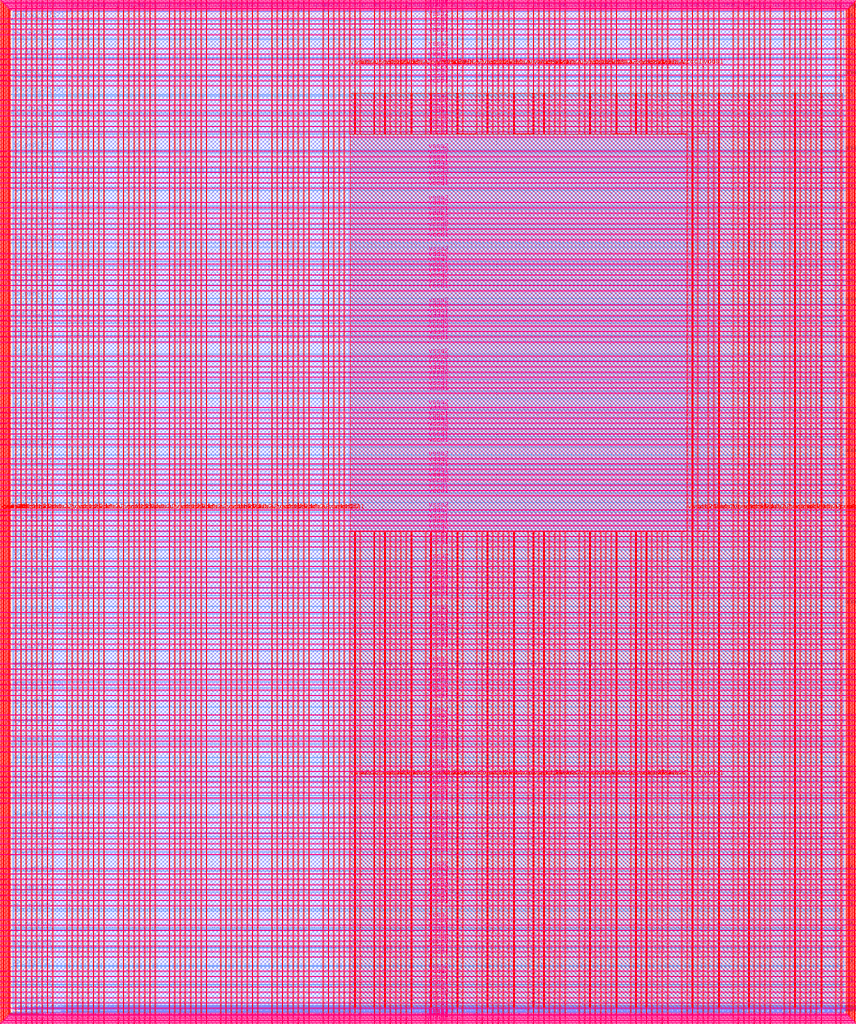
<source format=lef>
VERSION 5.7 ;
  NOWIREEXTENSIONATPIN ON ;
  DIVIDERCHAR "/" ;
  BUSBITCHARS "[]" ;
MACRO user_project_wrapper
  CLASS BLOCK ;
  FOREIGN user_project_wrapper ;
  ORIGIN 0.000 0.000 ;
  SIZE 2920.000 BY 3520.000 ;
  PIN analog_io[0]
    DIRECTION INOUT ;
    USE SIGNAL ;
    PORT
      LAYER met3 ;
        RECT 2917.600 1426.380 2924.800 1427.580 ;
    END
  END analog_io[0]
  PIN analog_io[10]
    DIRECTION INOUT ;
    USE SIGNAL ;
    PORT
      LAYER met2 ;
        RECT 2230.490 3517.600 2231.050 3524.800 ;
    END
  END analog_io[10]
  PIN analog_io[11]
    DIRECTION INOUT ;
    USE SIGNAL ;
    PORT
      LAYER met2 ;
        RECT 1905.730 3517.600 1906.290 3524.800 ;
    END
  END analog_io[11]
  PIN analog_io[12]
    DIRECTION INOUT ;
    USE SIGNAL ;
    PORT
      LAYER met2 ;
        RECT 1581.430 3517.600 1581.990 3524.800 ;
    END
  END analog_io[12]
  PIN analog_io[13]
    DIRECTION INOUT ;
    USE SIGNAL ;
    PORT
      LAYER met2 ;
        RECT 1257.130 3517.600 1257.690 3524.800 ;
    END
  END analog_io[13]
  PIN analog_io[14]
    DIRECTION INOUT ;
    USE SIGNAL ;
    PORT
      LAYER met2 ;
        RECT 932.370 3517.600 932.930 3524.800 ;
    END
  END analog_io[14]
  PIN analog_io[15]
    DIRECTION INOUT ;
    USE SIGNAL ;
    PORT
      LAYER met2 ;
        RECT 608.070 3517.600 608.630 3524.800 ;
    END
  END analog_io[15]
  PIN analog_io[16]
    DIRECTION INOUT ;
    USE SIGNAL ;
    PORT
      LAYER met2 ;
        RECT 283.770 3517.600 284.330 3524.800 ;
    END
  END analog_io[16]
  PIN analog_io[17]
    DIRECTION INOUT ;
    USE SIGNAL ;
    PORT
      LAYER met3 ;
        RECT -4.800 3486.100 2.400 3487.300 ;
    END
  END analog_io[17]
  PIN analog_io[18]
    DIRECTION INOUT ;
    USE SIGNAL ;
    PORT
      LAYER met3 ;
        RECT -4.800 3224.980 2.400 3226.180 ;
    END
  END analog_io[18]
  PIN analog_io[19]
    DIRECTION INOUT ;
    USE SIGNAL ;
    PORT
      LAYER met3 ;
        RECT -4.800 2964.540 2.400 2965.740 ;
    END
  END analog_io[19]
  PIN analog_io[1]
    DIRECTION INOUT ;
    USE SIGNAL ;
    PORT
      LAYER met3 ;
        RECT 2917.600 1692.260 2924.800 1693.460 ;
    END
  END analog_io[1]
  PIN analog_io[20]
    DIRECTION INOUT ;
    USE SIGNAL ;
    PORT
      LAYER met3 ;
        RECT -4.800 2703.420 2.400 2704.620 ;
    END
  END analog_io[20]
  PIN analog_io[21]
    DIRECTION INOUT ;
    USE SIGNAL ;
    PORT
      LAYER met3 ;
        RECT -4.800 2442.980 2.400 2444.180 ;
    END
  END analog_io[21]
  PIN analog_io[22]
    DIRECTION INOUT ;
    USE SIGNAL ;
    PORT
      LAYER met3 ;
        RECT -4.800 2182.540 2.400 2183.740 ;
    END
  END analog_io[22]
  PIN analog_io[23]
    DIRECTION INOUT ;
    USE SIGNAL ;
    PORT
      LAYER met3 ;
        RECT -4.800 1921.420 2.400 1922.620 ;
    END
  END analog_io[23]
  PIN analog_io[24]
    DIRECTION INOUT ;
    USE SIGNAL ;
    PORT
      LAYER met3 ;
        RECT -4.800 1660.980 2.400 1662.180 ;
    END
  END analog_io[24]
  PIN analog_io[25]
    DIRECTION INOUT ;
    USE SIGNAL ;
    PORT
      LAYER met3 ;
        RECT -4.800 1399.860 2.400 1401.060 ;
    END
  END analog_io[25]
  PIN analog_io[26]
    DIRECTION INOUT ;
    USE SIGNAL ;
    PORT
      LAYER met3 ;
        RECT -4.800 1139.420 2.400 1140.620 ;
    END
  END analog_io[26]
  PIN analog_io[27]
    DIRECTION INOUT ;
    USE SIGNAL ;
    PORT
      LAYER met3 ;
        RECT -4.800 878.980 2.400 880.180 ;
    END
  END analog_io[27]
  PIN analog_io[28]
    DIRECTION INOUT ;
    USE SIGNAL ;
    PORT
      LAYER met3 ;
        RECT -4.800 617.860 2.400 619.060 ;
    END
  END analog_io[28]
  PIN analog_io[2]
    DIRECTION INOUT ;
    USE SIGNAL ;
    PORT
      LAYER met3 ;
        RECT 2917.600 1958.140 2924.800 1959.340 ;
    END
  END analog_io[2]
  PIN analog_io[3]
    DIRECTION INOUT ;
    USE SIGNAL ;
    PORT
      LAYER met3 ;
        RECT 2917.600 2223.340 2924.800 2224.540 ;
    END
  END analog_io[3]
  PIN analog_io[4]
    DIRECTION INOUT ;
    USE SIGNAL ;
    PORT
      LAYER met3 ;
        RECT 2917.600 2489.220 2924.800 2490.420 ;
    END
  END analog_io[4]
  PIN analog_io[5]
    DIRECTION INOUT ;
    USE SIGNAL ;
    PORT
      LAYER met3 ;
        RECT 2917.600 2755.100 2924.800 2756.300 ;
    END
  END analog_io[5]
  PIN analog_io[6]
    DIRECTION INOUT ;
    USE SIGNAL ;
    PORT
      LAYER met3 ;
        RECT 2917.600 3020.300 2924.800 3021.500 ;
    END
  END analog_io[6]
  PIN analog_io[7]
    DIRECTION INOUT ;
    USE SIGNAL ;
    PORT
      LAYER met3 ;
        RECT 2917.600 3286.180 2924.800 3287.380 ;
    END
  END analog_io[7]
  PIN analog_io[8]
    DIRECTION INOUT ;
    USE SIGNAL ;
    PORT
      LAYER met2 ;
        RECT 2879.090 3517.600 2879.650 3524.800 ;
    END
  END analog_io[8]
  PIN analog_io[9]
    DIRECTION INOUT ;
    USE SIGNAL ;
    PORT
      LAYER met2 ;
        RECT 2554.790 3517.600 2555.350 3524.800 ;
    END
  END analog_io[9]
  PIN io_in[0]
    DIRECTION INPUT ;
    USE SIGNAL ;
    PORT
      LAYER met3 ;
        RECT 2917.600 32.380 2924.800 33.580 ;
    END
  END io_in[0]
  PIN io_in[10]
    DIRECTION INPUT ;
    USE SIGNAL ;
    PORT
      LAYER met3 ;
        RECT 2917.600 2289.980 2924.800 2291.180 ;
    END
  END io_in[10]
  PIN io_in[11]
    DIRECTION INPUT ;
    USE SIGNAL ;
    PORT
      LAYER met3 ;
        RECT 2917.600 2555.860 2924.800 2557.060 ;
    END
  END io_in[11]
  PIN io_in[12]
    DIRECTION INPUT ;
    USE SIGNAL ;
    PORT
      LAYER met3 ;
        RECT 2917.600 2821.060 2924.800 2822.260 ;
    END
  END io_in[12]
  PIN io_in[13]
    DIRECTION INPUT ;
    USE SIGNAL ;
    PORT
      LAYER met3 ;
        RECT 2917.600 3086.940 2924.800 3088.140 ;
    END
  END io_in[13]
  PIN io_in[14]
    DIRECTION INPUT ;
    USE SIGNAL ;
    PORT
      LAYER met3 ;
        RECT 2917.600 3352.820 2924.800 3354.020 ;
    END
  END io_in[14]
  PIN io_in[15]
    DIRECTION INPUT ;
    USE SIGNAL ;
    PORT
      LAYER met2 ;
        RECT 2798.130 3517.600 2798.690 3524.800 ;
    END
  END io_in[15]
  PIN io_in[16]
    DIRECTION INPUT ;
    USE SIGNAL ;
    PORT
      LAYER met2 ;
        RECT 2473.830 3517.600 2474.390 3524.800 ;
    END
  END io_in[16]
  PIN io_in[17]
    DIRECTION INPUT ;
    USE SIGNAL ;
    PORT
      LAYER met2 ;
        RECT 2149.070 3517.600 2149.630 3524.800 ;
    END
  END io_in[17]
  PIN io_in[18]
    DIRECTION INPUT ;
    USE SIGNAL ;
    PORT
      LAYER met2 ;
        RECT 1824.770 3517.600 1825.330 3524.800 ;
    END
  END io_in[18]
  PIN io_in[19]
    DIRECTION INPUT ;
    USE SIGNAL ;
    PORT
      LAYER met2 ;
        RECT 1500.470 3517.600 1501.030 3524.800 ;
    END
  END io_in[19]
  PIN io_in[1]
    DIRECTION INPUT ;
    USE SIGNAL ;
    PORT
      LAYER met3 ;
        RECT 2917.600 230.940 2924.800 232.140 ;
    END
  END io_in[1]
  PIN io_in[20]
    DIRECTION INPUT ;
    USE SIGNAL ;
    PORT
      LAYER met2 ;
        RECT 1175.710 3517.600 1176.270 3524.800 ;
    END
  END io_in[20]
  PIN io_in[21]
    DIRECTION INPUT ;
    USE SIGNAL ;
    PORT
      LAYER met2 ;
        RECT 851.410 3517.600 851.970 3524.800 ;
    END
  END io_in[21]
  PIN io_in[22]
    DIRECTION INPUT ;
    USE SIGNAL ;
    PORT
      LAYER met2 ;
        RECT 527.110 3517.600 527.670 3524.800 ;
    END
  END io_in[22]
  PIN io_in[23]
    DIRECTION INPUT ;
    USE SIGNAL ;
    PORT
      LAYER met2 ;
        RECT 202.350 3517.600 202.910 3524.800 ;
    END
  END io_in[23]
  PIN io_in[24]
    DIRECTION INPUT ;
    USE SIGNAL ;
    PORT
      LAYER met3 ;
        RECT -4.800 3420.820 2.400 3422.020 ;
    END
  END io_in[24]
  PIN io_in[25]
    DIRECTION INPUT ;
    USE SIGNAL ;
    PORT
      LAYER met3 ;
        RECT -4.800 3159.700 2.400 3160.900 ;
    END
  END io_in[25]
  PIN io_in[26]
    DIRECTION INPUT ;
    USE SIGNAL ;
    PORT
      LAYER met3 ;
        RECT -4.800 2899.260 2.400 2900.460 ;
    END
  END io_in[26]
  PIN io_in[27]
    DIRECTION INPUT ;
    USE SIGNAL ;
    PORT
      LAYER met3 ;
        RECT -4.800 2638.820 2.400 2640.020 ;
    END
  END io_in[27]
  PIN io_in[28]
    DIRECTION INPUT ;
    USE SIGNAL ;
    PORT
      LAYER met3 ;
        RECT -4.800 2377.700 2.400 2378.900 ;
    END
  END io_in[28]
  PIN io_in[29]
    DIRECTION INPUT ;
    USE SIGNAL ;
    PORT
      LAYER met3 ;
        RECT -4.800 2117.260 2.400 2118.460 ;
    END
  END io_in[29]
  PIN io_in[2]
    DIRECTION INPUT ;
    USE SIGNAL ;
    PORT
      LAYER met3 ;
        RECT 2917.600 430.180 2924.800 431.380 ;
    END
  END io_in[2]
  PIN io_in[30]
    DIRECTION INPUT ;
    USE SIGNAL ;
    PORT
      LAYER met3 ;
        RECT -4.800 1856.140 2.400 1857.340 ;
    END
  END io_in[30]
  PIN io_in[31]
    DIRECTION INPUT ;
    USE SIGNAL ;
    PORT
      LAYER met3 ;
        RECT -4.800 1595.700 2.400 1596.900 ;
    END
  END io_in[31]
  PIN io_in[32]
    DIRECTION INPUT ;
    USE SIGNAL ;
    PORT
      LAYER met3 ;
        RECT -4.800 1335.260 2.400 1336.460 ;
    END
  END io_in[32]
  PIN io_in[33]
    DIRECTION INPUT ;
    USE SIGNAL ;
    PORT
      LAYER met3 ;
        RECT -4.800 1074.140 2.400 1075.340 ;
    END
  END io_in[33]
  PIN io_in[34]
    DIRECTION INPUT ;
    USE SIGNAL ;
    PORT
      LAYER met3 ;
        RECT -4.800 813.700 2.400 814.900 ;
    END
  END io_in[34]
  PIN io_in[35]
    DIRECTION INPUT ;
    USE SIGNAL ;
    PORT
      LAYER met3 ;
        RECT -4.800 552.580 2.400 553.780 ;
    END
  END io_in[35]
  PIN io_in[36]
    DIRECTION INPUT ;
    USE SIGNAL ;
    PORT
      LAYER met3 ;
        RECT -4.800 357.420 2.400 358.620 ;
    END
  END io_in[36]
  PIN io_in[37]
    DIRECTION INPUT ;
    USE SIGNAL ;
    PORT
      LAYER met3 ;
        RECT -4.800 161.580 2.400 162.780 ;
    END
  END io_in[37]
  PIN io_in[3]
    DIRECTION INPUT ;
    USE SIGNAL ;
    PORT
      LAYER met3 ;
        RECT 2917.600 629.420 2924.800 630.620 ;
    END
  END io_in[3]
  PIN io_in[4]
    DIRECTION INPUT ;
    USE SIGNAL ;
    PORT
      LAYER met3 ;
        RECT 2917.600 828.660 2924.800 829.860 ;
    END
  END io_in[4]
  PIN io_in[5]
    DIRECTION INPUT ;
    USE SIGNAL ;
    PORT
      LAYER met3 ;
        RECT 2917.600 1027.900 2924.800 1029.100 ;
    END
  END io_in[5]
  PIN io_in[6]
    DIRECTION INPUT ;
    USE SIGNAL ;
    PORT
      LAYER met3 ;
        RECT 2917.600 1227.140 2924.800 1228.340 ;
    END
  END io_in[6]
  PIN io_in[7]
    DIRECTION INPUT ;
    USE SIGNAL ;
    PORT
      LAYER met3 ;
        RECT 2917.600 1493.020 2924.800 1494.220 ;
    END
  END io_in[7]
  PIN io_in[8]
    DIRECTION INPUT ;
    USE SIGNAL ;
    PORT
      LAYER met3 ;
        RECT 2917.600 1758.900 2924.800 1760.100 ;
    END
  END io_in[8]
  PIN io_in[9]
    DIRECTION INPUT ;
    USE SIGNAL ;
    PORT
      LAYER met3 ;
        RECT 2917.600 2024.100 2924.800 2025.300 ;
    END
  END io_in[9]
  PIN io_oeb[0]
    DIRECTION OUTPUT TRISTATE ;
    USE SIGNAL ;
    PORT
      LAYER met3 ;
        RECT 2917.600 164.980 2924.800 166.180 ;
    END
  END io_oeb[0]
  PIN io_oeb[10]
    DIRECTION OUTPUT TRISTATE ;
    USE SIGNAL ;
    PORT
      LAYER met3 ;
        RECT 2917.600 2422.580 2924.800 2423.780 ;
    END
  END io_oeb[10]
  PIN io_oeb[11]
    DIRECTION OUTPUT TRISTATE ;
    USE SIGNAL ;
    PORT
      LAYER met3 ;
        RECT 2917.600 2688.460 2924.800 2689.660 ;
    END
  END io_oeb[11]
  PIN io_oeb[12]
    DIRECTION OUTPUT TRISTATE ;
    USE SIGNAL ;
    PORT
      LAYER met3 ;
        RECT 2917.600 2954.340 2924.800 2955.540 ;
    END
  END io_oeb[12]
  PIN io_oeb[13]
    DIRECTION OUTPUT TRISTATE ;
    USE SIGNAL ;
    PORT
      LAYER met3 ;
        RECT 2917.600 3219.540 2924.800 3220.740 ;
    END
  END io_oeb[13]
  PIN io_oeb[14]
    DIRECTION OUTPUT TRISTATE ;
    USE SIGNAL ;
    PORT
      LAYER met3 ;
        RECT 2917.600 3485.420 2924.800 3486.620 ;
    END
  END io_oeb[14]
  PIN io_oeb[15]
    DIRECTION OUTPUT TRISTATE ;
    USE SIGNAL ;
    PORT
      LAYER met2 ;
        RECT 2635.750 3517.600 2636.310 3524.800 ;
    END
  END io_oeb[15]
  PIN io_oeb[16]
    DIRECTION OUTPUT TRISTATE ;
    USE SIGNAL ;
    PORT
      LAYER met2 ;
        RECT 2311.450 3517.600 2312.010 3524.800 ;
    END
  END io_oeb[16]
  PIN io_oeb[17]
    DIRECTION OUTPUT TRISTATE ;
    USE SIGNAL ;
    PORT
      LAYER met2 ;
        RECT 1987.150 3517.600 1987.710 3524.800 ;
    END
  END io_oeb[17]
  PIN io_oeb[18]
    DIRECTION OUTPUT TRISTATE ;
    USE SIGNAL ;
    PORT
      LAYER met2 ;
        RECT 1662.390 3517.600 1662.950 3524.800 ;
    END
  END io_oeb[18]
  PIN io_oeb[19]
    DIRECTION OUTPUT TRISTATE ;
    USE SIGNAL ;
    PORT
      LAYER met2 ;
        RECT 1338.090 3517.600 1338.650 3524.800 ;
    END
  END io_oeb[19]
  PIN io_oeb[1]
    DIRECTION OUTPUT TRISTATE ;
    USE SIGNAL ;
    PORT
      LAYER met3 ;
        RECT 2917.600 364.220 2924.800 365.420 ;
    END
  END io_oeb[1]
  PIN io_oeb[20]
    DIRECTION OUTPUT TRISTATE ;
    USE SIGNAL ;
    PORT
      LAYER met2 ;
        RECT 1013.790 3517.600 1014.350 3524.800 ;
    END
  END io_oeb[20]
  PIN io_oeb[21]
    DIRECTION OUTPUT TRISTATE ;
    USE SIGNAL ;
    PORT
      LAYER met2 ;
        RECT 689.030 3517.600 689.590 3524.800 ;
    END
  END io_oeb[21]
  PIN io_oeb[22]
    DIRECTION OUTPUT TRISTATE ;
    USE SIGNAL ;
    PORT
      LAYER met2 ;
        RECT 364.730 3517.600 365.290 3524.800 ;
    END
  END io_oeb[22]
  PIN io_oeb[23]
    DIRECTION OUTPUT TRISTATE ;
    USE SIGNAL ;
    PORT
      LAYER met2 ;
        RECT 40.430 3517.600 40.990 3524.800 ;
    END
  END io_oeb[23]
  PIN io_oeb[24]
    DIRECTION OUTPUT TRISTATE ;
    USE SIGNAL ;
    PORT
      LAYER met3 ;
        RECT -4.800 3290.260 2.400 3291.460 ;
    END
  END io_oeb[24]
  PIN io_oeb[25]
    DIRECTION OUTPUT TRISTATE ;
    USE SIGNAL ;
    PORT
      LAYER met3 ;
        RECT -4.800 3029.820 2.400 3031.020 ;
    END
  END io_oeb[25]
  PIN io_oeb[26]
    DIRECTION OUTPUT TRISTATE ;
    USE SIGNAL ;
    PORT
      LAYER met3 ;
        RECT -4.800 2768.700 2.400 2769.900 ;
    END
  END io_oeb[26]
  PIN io_oeb[27]
    DIRECTION OUTPUT TRISTATE ;
    USE SIGNAL ;
    PORT
      LAYER met3 ;
        RECT -4.800 2508.260 2.400 2509.460 ;
    END
  END io_oeb[27]
  PIN io_oeb[28]
    DIRECTION OUTPUT TRISTATE ;
    USE SIGNAL ;
    PORT
      LAYER met3 ;
        RECT -4.800 2247.140 2.400 2248.340 ;
    END
  END io_oeb[28]
  PIN io_oeb[29]
    DIRECTION OUTPUT TRISTATE ;
    USE SIGNAL ;
    PORT
      LAYER met3 ;
        RECT -4.800 1986.700 2.400 1987.900 ;
    END
  END io_oeb[29]
  PIN io_oeb[2]
    DIRECTION OUTPUT TRISTATE ;
    USE SIGNAL ;
    PORT
      LAYER met3 ;
        RECT 2917.600 563.460 2924.800 564.660 ;
    END
  END io_oeb[2]
  PIN io_oeb[30]
    DIRECTION OUTPUT TRISTATE ;
    USE SIGNAL ;
    PORT
      LAYER met3 ;
        RECT -4.800 1726.260 2.400 1727.460 ;
    END
  END io_oeb[30]
  PIN io_oeb[31]
    DIRECTION OUTPUT TRISTATE ;
    USE SIGNAL ;
    PORT
      LAYER met3 ;
        RECT -4.800 1465.140 2.400 1466.340 ;
    END
  END io_oeb[31]
  PIN io_oeb[32]
    DIRECTION OUTPUT TRISTATE ;
    USE SIGNAL ;
    PORT
      LAYER met3 ;
        RECT -4.800 1204.700 2.400 1205.900 ;
    END
  END io_oeb[32]
  PIN io_oeb[33]
    DIRECTION OUTPUT TRISTATE ;
    USE SIGNAL ;
    PORT
      LAYER met3 ;
        RECT -4.800 943.580 2.400 944.780 ;
    END
  END io_oeb[33]
  PIN io_oeb[34]
    DIRECTION OUTPUT TRISTATE ;
    USE SIGNAL ;
    PORT
      LAYER met3 ;
        RECT -4.800 683.140 2.400 684.340 ;
    END
  END io_oeb[34]
  PIN io_oeb[35]
    DIRECTION OUTPUT TRISTATE ;
    USE SIGNAL ;
    PORT
      LAYER met3 ;
        RECT -4.800 422.700 2.400 423.900 ;
    END
  END io_oeb[35]
  PIN io_oeb[36]
    DIRECTION OUTPUT TRISTATE ;
    USE SIGNAL ;
    PORT
      LAYER met3 ;
        RECT -4.800 226.860 2.400 228.060 ;
    END
  END io_oeb[36]
  PIN io_oeb[37]
    DIRECTION OUTPUT TRISTATE ;
    USE SIGNAL ;
    PORT
      LAYER met3 ;
        RECT -4.800 31.700 2.400 32.900 ;
    END
  END io_oeb[37]
  PIN io_oeb[3]
    DIRECTION OUTPUT TRISTATE ;
    USE SIGNAL ;
    PORT
      LAYER met3 ;
        RECT 2917.600 762.700 2924.800 763.900 ;
    END
  END io_oeb[3]
  PIN io_oeb[4]
    DIRECTION OUTPUT TRISTATE ;
    USE SIGNAL ;
    PORT
      LAYER met3 ;
        RECT 2917.600 961.940 2924.800 963.140 ;
    END
  END io_oeb[4]
  PIN io_oeb[5]
    DIRECTION OUTPUT TRISTATE ;
    USE SIGNAL ;
    PORT
      LAYER met3 ;
        RECT 2917.600 1161.180 2924.800 1162.380 ;
    END
  END io_oeb[5]
  PIN io_oeb[6]
    DIRECTION OUTPUT TRISTATE ;
    USE SIGNAL ;
    PORT
      LAYER met3 ;
        RECT 2917.600 1360.420 2924.800 1361.620 ;
    END
  END io_oeb[6]
  PIN io_oeb[7]
    DIRECTION OUTPUT TRISTATE ;
    USE SIGNAL ;
    PORT
      LAYER met3 ;
        RECT 2917.600 1625.620 2924.800 1626.820 ;
    END
  END io_oeb[7]
  PIN io_oeb[8]
    DIRECTION OUTPUT TRISTATE ;
    USE SIGNAL ;
    PORT
      LAYER met3 ;
        RECT 2917.600 1891.500 2924.800 1892.700 ;
    END
  END io_oeb[8]
  PIN io_oeb[9]
    DIRECTION OUTPUT TRISTATE ;
    USE SIGNAL ;
    PORT
      LAYER met3 ;
        RECT 2917.600 2157.380 2924.800 2158.580 ;
    END
  END io_oeb[9]
  PIN io_out[0]
    DIRECTION OUTPUT TRISTATE ;
    USE SIGNAL ;
    PORT
      LAYER met3 ;
        RECT 2917.600 98.340 2924.800 99.540 ;
    END
  END io_out[0]
  PIN io_out[10]
    DIRECTION OUTPUT TRISTATE ;
    USE SIGNAL ;
    PORT
      LAYER met3 ;
        RECT 2917.600 2356.620 2924.800 2357.820 ;
    END
  END io_out[10]
  PIN io_out[11]
    DIRECTION OUTPUT TRISTATE ;
    USE SIGNAL ;
    PORT
      LAYER met3 ;
        RECT 2917.600 2621.820 2924.800 2623.020 ;
    END
  END io_out[11]
  PIN io_out[12]
    DIRECTION OUTPUT TRISTATE ;
    USE SIGNAL ;
    PORT
      LAYER met3 ;
        RECT 2917.600 2887.700 2924.800 2888.900 ;
    END
  END io_out[12]
  PIN io_out[13]
    DIRECTION OUTPUT TRISTATE ;
    USE SIGNAL ;
    PORT
      LAYER met3 ;
        RECT 2917.600 3153.580 2924.800 3154.780 ;
    END
  END io_out[13]
  PIN io_out[14]
    DIRECTION OUTPUT TRISTATE ;
    USE SIGNAL ;
    PORT
      LAYER met3 ;
        RECT 2917.600 3418.780 2924.800 3419.980 ;
    END
  END io_out[14]
  PIN io_out[15]
    DIRECTION OUTPUT TRISTATE ;
    USE SIGNAL ;
    PORT
      LAYER met2 ;
        RECT 2717.170 3517.600 2717.730 3524.800 ;
    END
  END io_out[15]
  PIN io_out[16]
    DIRECTION OUTPUT TRISTATE ;
    USE SIGNAL ;
    PORT
      LAYER met2 ;
        RECT 2392.410 3517.600 2392.970 3524.800 ;
    END
  END io_out[16]
  PIN io_out[17]
    DIRECTION OUTPUT TRISTATE ;
    USE SIGNAL ;
    PORT
      LAYER met2 ;
        RECT 2068.110 3517.600 2068.670 3524.800 ;
    END
  END io_out[17]
  PIN io_out[18]
    DIRECTION OUTPUT TRISTATE ;
    USE SIGNAL ;
    PORT
      LAYER met2 ;
        RECT 1743.810 3517.600 1744.370 3524.800 ;
    END
  END io_out[18]
  PIN io_out[19]
    DIRECTION OUTPUT TRISTATE ;
    USE SIGNAL ;
    PORT
      LAYER met2 ;
        RECT 1419.050 3517.600 1419.610 3524.800 ;
    END
  END io_out[19]
  PIN io_out[1]
    DIRECTION OUTPUT TRISTATE ;
    USE SIGNAL ;
    PORT
      LAYER met3 ;
        RECT 2917.600 297.580 2924.800 298.780 ;
    END
  END io_out[1]
  PIN io_out[20]
    DIRECTION OUTPUT TRISTATE ;
    USE SIGNAL ;
    PORT
      LAYER met2 ;
        RECT 1094.750 3517.600 1095.310 3524.800 ;
    END
  END io_out[20]
  PIN io_out[21]
    DIRECTION OUTPUT TRISTATE ;
    USE SIGNAL ;
    PORT
      LAYER met2 ;
        RECT 770.450 3517.600 771.010 3524.800 ;
    END
  END io_out[21]
  PIN io_out[22]
    DIRECTION OUTPUT TRISTATE ;
    USE SIGNAL ;
    PORT
      LAYER met2 ;
        RECT 445.690 3517.600 446.250 3524.800 ;
    END
  END io_out[22]
  PIN io_out[23]
    DIRECTION OUTPUT TRISTATE ;
    USE SIGNAL ;
    PORT
      LAYER met2 ;
        RECT 121.390 3517.600 121.950 3524.800 ;
    END
  END io_out[23]
  PIN io_out[24]
    DIRECTION OUTPUT TRISTATE ;
    USE SIGNAL ;
    PORT
      LAYER met3 ;
        RECT -4.800 3355.540 2.400 3356.740 ;
    END
  END io_out[24]
  PIN io_out[25]
    DIRECTION OUTPUT TRISTATE ;
    USE SIGNAL ;
    PORT
      LAYER met3 ;
        RECT -4.800 3095.100 2.400 3096.300 ;
    END
  END io_out[25]
  PIN io_out[26]
    DIRECTION OUTPUT TRISTATE ;
    USE SIGNAL ;
    PORT
      LAYER met3 ;
        RECT -4.800 2833.980 2.400 2835.180 ;
    END
  END io_out[26]
  PIN io_out[27]
    DIRECTION OUTPUT TRISTATE ;
    USE SIGNAL ;
    PORT
      LAYER met3 ;
        RECT -4.800 2573.540 2.400 2574.740 ;
    END
  END io_out[27]
  PIN io_out[28]
    DIRECTION OUTPUT TRISTATE ;
    USE SIGNAL ;
    PORT
      LAYER met3 ;
        RECT -4.800 2312.420 2.400 2313.620 ;
    END
  END io_out[28]
  PIN io_out[29]
    DIRECTION OUTPUT TRISTATE ;
    USE SIGNAL ;
    PORT
      LAYER met3 ;
        RECT -4.800 2051.980 2.400 2053.180 ;
    END
  END io_out[29]
  PIN io_out[2]
    DIRECTION OUTPUT TRISTATE ;
    USE SIGNAL ;
    PORT
      LAYER met3 ;
        RECT 2917.600 496.820 2924.800 498.020 ;
    END
  END io_out[2]
  PIN io_out[30]
    DIRECTION OUTPUT TRISTATE ;
    USE SIGNAL ;
    PORT
      LAYER met3 ;
        RECT -4.800 1791.540 2.400 1792.740 ;
    END
  END io_out[30]
  PIN io_out[31]
    DIRECTION OUTPUT TRISTATE ;
    USE SIGNAL ;
    PORT
      LAYER met3 ;
        RECT -4.800 1530.420 2.400 1531.620 ;
    END
  END io_out[31]
  PIN io_out[32]
    DIRECTION OUTPUT TRISTATE ;
    USE SIGNAL ;
    PORT
      LAYER met3 ;
        RECT -4.800 1269.980 2.400 1271.180 ;
    END
  END io_out[32]
  PIN io_out[33]
    DIRECTION OUTPUT TRISTATE ;
    USE SIGNAL ;
    PORT
      LAYER met3 ;
        RECT -4.800 1008.860 2.400 1010.060 ;
    END
  END io_out[33]
  PIN io_out[34]
    DIRECTION OUTPUT TRISTATE ;
    USE SIGNAL ;
    PORT
      LAYER met3 ;
        RECT -4.800 748.420 2.400 749.620 ;
    END
  END io_out[34]
  PIN io_out[35]
    DIRECTION OUTPUT TRISTATE ;
    USE SIGNAL ;
    PORT
      LAYER met3 ;
        RECT -4.800 487.300 2.400 488.500 ;
    END
  END io_out[35]
  PIN io_out[36]
    DIRECTION OUTPUT TRISTATE ;
    USE SIGNAL ;
    PORT
      LAYER met3 ;
        RECT -4.800 292.140 2.400 293.340 ;
    END
  END io_out[36]
  PIN io_out[37]
    DIRECTION OUTPUT TRISTATE ;
    USE SIGNAL ;
    PORT
      LAYER met3 ;
        RECT -4.800 96.300 2.400 97.500 ;
    END
  END io_out[37]
  PIN io_out[3]
    DIRECTION OUTPUT TRISTATE ;
    USE SIGNAL ;
    PORT
      LAYER met3 ;
        RECT 2917.600 696.060 2924.800 697.260 ;
    END
  END io_out[3]
  PIN io_out[4]
    DIRECTION OUTPUT TRISTATE ;
    USE SIGNAL ;
    PORT
      LAYER met3 ;
        RECT 2917.600 895.300 2924.800 896.500 ;
    END
  END io_out[4]
  PIN io_out[5]
    DIRECTION OUTPUT TRISTATE ;
    USE SIGNAL ;
    PORT
      LAYER met3 ;
        RECT 2917.600 1094.540 2924.800 1095.740 ;
    END
  END io_out[5]
  PIN io_out[6]
    DIRECTION OUTPUT TRISTATE ;
    USE SIGNAL ;
    PORT
      LAYER met3 ;
        RECT 2917.600 1293.780 2924.800 1294.980 ;
    END
  END io_out[6]
  PIN io_out[7]
    DIRECTION OUTPUT TRISTATE ;
    USE SIGNAL ;
    PORT
      LAYER met3 ;
        RECT 2917.600 1559.660 2924.800 1560.860 ;
    END
  END io_out[7]
  PIN io_out[8]
    DIRECTION OUTPUT TRISTATE ;
    USE SIGNAL ;
    PORT
      LAYER met3 ;
        RECT 2917.600 1824.860 2924.800 1826.060 ;
    END
  END io_out[8]
  PIN io_out[9]
    DIRECTION OUTPUT TRISTATE ;
    USE SIGNAL ;
    PORT
      LAYER met3 ;
        RECT 2917.600 2090.740 2924.800 2091.940 ;
    END
  END io_out[9]
  PIN la_data_in[0]
    DIRECTION INPUT ;
    USE SIGNAL ;
    PORT
      LAYER met2 ;
        RECT 629.230 -4.800 629.790 2.400 ;
    END
  END la_data_in[0]
  PIN la_data_in[100]
    DIRECTION INPUT ;
    USE SIGNAL ;
    PORT
      LAYER met2 ;
        RECT 2402.530 -4.800 2403.090 2.400 ;
    END
  END la_data_in[100]
  PIN la_data_in[101]
    DIRECTION INPUT ;
    USE SIGNAL ;
    PORT
      LAYER met2 ;
        RECT 2420.010 -4.800 2420.570 2.400 ;
    END
  END la_data_in[101]
  PIN la_data_in[102]
    DIRECTION INPUT ;
    USE SIGNAL ;
    PORT
      LAYER met2 ;
        RECT 2437.950 -4.800 2438.510 2.400 ;
    END
  END la_data_in[102]
  PIN la_data_in[103]
    DIRECTION INPUT ;
    USE SIGNAL ;
    PORT
      LAYER met2 ;
        RECT 2455.430 -4.800 2455.990 2.400 ;
    END
  END la_data_in[103]
  PIN la_data_in[104]
    DIRECTION INPUT ;
    USE SIGNAL ;
    PORT
      LAYER met2 ;
        RECT 2473.370 -4.800 2473.930 2.400 ;
    END
  END la_data_in[104]
  PIN la_data_in[105]
    DIRECTION INPUT ;
    USE SIGNAL ;
    PORT
      LAYER met2 ;
        RECT 2490.850 -4.800 2491.410 2.400 ;
    END
  END la_data_in[105]
  PIN la_data_in[106]
    DIRECTION INPUT ;
    USE SIGNAL ;
    PORT
      LAYER met2 ;
        RECT 2508.790 -4.800 2509.350 2.400 ;
    END
  END la_data_in[106]
  PIN la_data_in[107]
    DIRECTION INPUT ;
    USE SIGNAL ;
    PORT
      LAYER met2 ;
        RECT 2526.730 -4.800 2527.290 2.400 ;
    END
  END la_data_in[107]
  PIN la_data_in[108]
    DIRECTION INPUT ;
    USE SIGNAL ;
    PORT
      LAYER met2 ;
        RECT 2544.210 -4.800 2544.770 2.400 ;
    END
  END la_data_in[108]
  PIN la_data_in[109]
    DIRECTION INPUT ;
    USE SIGNAL ;
    PORT
      LAYER met2 ;
        RECT 2562.150 -4.800 2562.710 2.400 ;
    END
  END la_data_in[109]
  PIN la_data_in[10]
    DIRECTION INPUT ;
    USE SIGNAL ;
    PORT
      LAYER met2 ;
        RECT 806.330 -4.800 806.890 2.400 ;
    END
  END la_data_in[10]
  PIN la_data_in[110]
    DIRECTION INPUT ;
    USE SIGNAL ;
    PORT
      LAYER met2 ;
        RECT 2579.630 -4.800 2580.190 2.400 ;
    END
  END la_data_in[110]
  PIN la_data_in[111]
    DIRECTION INPUT ;
    USE SIGNAL ;
    PORT
      LAYER met2 ;
        RECT 2597.570 -4.800 2598.130 2.400 ;
    END
  END la_data_in[111]
  PIN la_data_in[112]
    DIRECTION INPUT ;
    USE SIGNAL ;
    PORT
      LAYER met2 ;
        RECT 2615.050 -4.800 2615.610 2.400 ;
    END
  END la_data_in[112]
  PIN la_data_in[113]
    DIRECTION INPUT ;
    USE SIGNAL ;
    PORT
      LAYER met2 ;
        RECT 2632.990 -4.800 2633.550 2.400 ;
    END
  END la_data_in[113]
  PIN la_data_in[114]
    DIRECTION INPUT ;
    USE SIGNAL ;
    PORT
      LAYER met2 ;
        RECT 2650.470 -4.800 2651.030 2.400 ;
    END
  END la_data_in[114]
  PIN la_data_in[115]
    DIRECTION INPUT ;
    USE SIGNAL ;
    PORT
      LAYER met2 ;
        RECT 2668.410 -4.800 2668.970 2.400 ;
    END
  END la_data_in[115]
  PIN la_data_in[116]
    DIRECTION INPUT ;
    USE SIGNAL ;
    PORT
      LAYER met2 ;
        RECT 2685.890 -4.800 2686.450 2.400 ;
    END
  END la_data_in[116]
  PIN la_data_in[117]
    DIRECTION INPUT ;
    USE SIGNAL ;
    PORT
      LAYER met2 ;
        RECT 2703.830 -4.800 2704.390 2.400 ;
    END
  END la_data_in[117]
  PIN la_data_in[118]
    DIRECTION INPUT ;
    USE SIGNAL ;
    PORT
      LAYER met2 ;
        RECT 2721.770 -4.800 2722.330 2.400 ;
    END
  END la_data_in[118]
  PIN la_data_in[119]
    DIRECTION INPUT ;
    USE SIGNAL ;
    PORT
      LAYER met2 ;
        RECT 2739.250 -4.800 2739.810 2.400 ;
    END
  END la_data_in[119]
  PIN la_data_in[11]
    DIRECTION INPUT ;
    USE SIGNAL ;
    PORT
      LAYER met2 ;
        RECT 824.270 -4.800 824.830 2.400 ;
    END
  END la_data_in[11]
  PIN la_data_in[120]
    DIRECTION INPUT ;
    USE SIGNAL ;
    PORT
      LAYER met2 ;
        RECT 2757.190 -4.800 2757.750 2.400 ;
    END
  END la_data_in[120]
  PIN la_data_in[121]
    DIRECTION INPUT ;
    USE SIGNAL ;
    PORT
      LAYER met2 ;
        RECT 2774.670 -4.800 2775.230 2.400 ;
    END
  END la_data_in[121]
  PIN la_data_in[122]
    DIRECTION INPUT ;
    USE SIGNAL ;
    PORT
      LAYER met2 ;
        RECT 2792.610 -4.800 2793.170 2.400 ;
    END
  END la_data_in[122]
  PIN la_data_in[123]
    DIRECTION INPUT ;
    USE SIGNAL ;
    PORT
      LAYER met2 ;
        RECT 2810.090 -4.800 2810.650 2.400 ;
    END
  END la_data_in[123]
  PIN la_data_in[124]
    DIRECTION INPUT ;
    USE SIGNAL ;
    PORT
      LAYER met2 ;
        RECT 2828.030 -4.800 2828.590 2.400 ;
    END
  END la_data_in[124]
  PIN la_data_in[125]
    DIRECTION INPUT ;
    USE SIGNAL ;
    PORT
      LAYER met2 ;
        RECT 2845.510 -4.800 2846.070 2.400 ;
    END
  END la_data_in[125]
  PIN la_data_in[126]
    DIRECTION INPUT ;
    USE SIGNAL ;
    PORT
      LAYER met2 ;
        RECT 2863.450 -4.800 2864.010 2.400 ;
    END
  END la_data_in[126]
  PIN la_data_in[127]
    DIRECTION INPUT ;
    USE SIGNAL ;
    PORT
      LAYER met2 ;
        RECT 2881.390 -4.800 2881.950 2.400 ;
    END
  END la_data_in[127]
  PIN la_data_in[12]
    DIRECTION INPUT ;
    USE SIGNAL ;
    PORT
      LAYER met2 ;
        RECT 841.750 -4.800 842.310 2.400 ;
    END
  END la_data_in[12]
  PIN la_data_in[13]
    DIRECTION INPUT ;
    USE SIGNAL ;
    PORT
      LAYER met2 ;
        RECT 859.690 -4.800 860.250 2.400 ;
    END
  END la_data_in[13]
  PIN la_data_in[14]
    DIRECTION INPUT ;
    USE SIGNAL ;
    PORT
      LAYER met2 ;
        RECT 877.170 -4.800 877.730 2.400 ;
    END
  END la_data_in[14]
  PIN la_data_in[15]
    DIRECTION INPUT ;
    USE SIGNAL ;
    PORT
      LAYER met2 ;
        RECT 895.110 -4.800 895.670 2.400 ;
    END
  END la_data_in[15]
  PIN la_data_in[16]
    DIRECTION INPUT ;
    USE SIGNAL ;
    PORT
      LAYER met2 ;
        RECT 912.590 -4.800 913.150 2.400 ;
    END
  END la_data_in[16]
  PIN la_data_in[17]
    DIRECTION INPUT ;
    USE SIGNAL ;
    PORT
      LAYER met2 ;
        RECT 930.530 -4.800 931.090 2.400 ;
    END
  END la_data_in[17]
  PIN la_data_in[18]
    DIRECTION INPUT ;
    USE SIGNAL ;
    PORT
      LAYER met2 ;
        RECT 948.470 -4.800 949.030 2.400 ;
    END
  END la_data_in[18]
  PIN la_data_in[19]
    DIRECTION INPUT ;
    USE SIGNAL ;
    PORT
      LAYER met2 ;
        RECT 965.950 -4.800 966.510 2.400 ;
    END
  END la_data_in[19]
  PIN la_data_in[1]
    DIRECTION INPUT ;
    USE SIGNAL ;
    PORT
      LAYER met2 ;
        RECT 646.710 -4.800 647.270 2.400 ;
    END
  END la_data_in[1]
  PIN la_data_in[20]
    DIRECTION INPUT ;
    USE SIGNAL ;
    PORT
      LAYER met2 ;
        RECT 983.890 -4.800 984.450 2.400 ;
    END
  END la_data_in[20]
  PIN la_data_in[21]
    DIRECTION INPUT ;
    USE SIGNAL ;
    PORT
      LAYER met2 ;
        RECT 1001.370 -4.800 1001.930 2.400 ;
    END
  END la_data_in[21]
  PIN la_data_in[22]
    DIRECTION INPUT ;
    USE SIGNAL ;
    PORT
      LAYER met2 ;
        RECT 1019.310 -4.800 1019.870 2.400 ;
    END
  END la_data_in[22]
  PIN la_data_in[23]
    DIRECTION INPUT ;
    USE SIGNAL ;
    PORT
      LAYER met2 ;
        RECT 1036.790 -4.800 1037.350 2.400 ;
    END
  END la_data_in[23]
  PIN la_data_in[24]
    DIRECTION INPUT ;
    USE SIGNAL ;
    PORT
      LAYER met2 ;
        RECT 1054.730 -4.800 1055.290 2.400 ;
    END
  END la_data_in[24]
  PIN la_data_in[25]
    DIRECTION INPUT ;
    USE SIGNAL ;
    PORT
      LAYER met2 ;
        RECT 1072.210 -4.800 1072.770 2.400 ;
    END
  END la_data_in[25]
  PIN la_data_in[26]
    DIRECTION INPUT ;
    USE SIGNAL ;
    PORT
      LAYER met2 ;
        RECT 1090.150 -4.800 1090.710 2.400 ;
    END
  END la_data_in[26]
  PIN la_data_in[27]
    DIRECTION INPUT ;
    USE SIGNAL ;
    PORT
      LAYER met2 ;
        RECT 1107.630 -4.800 1108.190 2.400 ;
    END
  END la_data_in[27]
  PIN la_data_in[28]
    DIRECTION INPUT ;
    USE SIGNAL ;
    PORT
      LAYER met2 ;
        RECT 1125.570 -4.800 1126.130 2.400 ;
    END
  END la_data_in[28]
  PIN la_data_in[29]
    DIRECTION INPUT ;
    USE SIGNAL ;
    PORT
      LAYER met2 ;
        RECT 1143.510 -4.800 1144.070 2.400 ;
    END
  END la_data_in[29]
  PIN la_data_in[2]
    DIRECTION INPUT ;
    USE SIGNAL ;
    PORT
      LAYER met2 ;
        RECT 664.650 -4.800 665.210 2.400 ;
    END
  END la_data_in[2]
  PIN la_data_in[30]
    DIRECTION INPUT ;
    USE SIGNAL ;
    PORT
      LAYER met2 ;
        RECT 1160.990 -4.800 1161.550 2.400 ;
    END
  END la_data_in[30]
  PIN la_data_in[31]
    DIRECTION INPUT ;
    USE SIGNAL ;
    PORT
      LAYER met2 ;
        RECT 1178.930 -4.800 1179.490 2.400 ;
    END
  END la_data_in[31]
  PIN la_data_in[32]
    DIRECTION INPUT ;
    USE SIGNAL ;
    PORT
      LAYER met2 ;
        RECT 1196.410 -4.800 1196.970 2.400 ;
    END
  END la_data_in[32]
  PIN la_data_in[33]
    DIRECTION INPUT ;
    USE SIGNAL ;
    PORT
      LAYER met2 ;
        RECT 1214.350 -4.800 1214.910 2.400 ;
    END
  END la_data_in[33]
  PIN la_data_in[34]
    DIRECTION INPUT ;
    USE SIGNAL ;
    PORT
      LAYER met2 ;
        RECT 1231.830 -4.800 1232.390 2.400 ;
    END
  END la_data_in[34]
  PIN la_data_in[35]
    DIRECTION INPUT ;
    USE SIGNAL ;
    PORT
      LAYER met2 ;
        RECT 1249.770 -4.800 1250.330 2.400 ;
    END
  END la_data_in[35]
  PIN la_data_in[36]
    DIRECTION INPUT ;
    USE SIGNAL ;
    PORT
      LAYER met2 ;
        RECT 1267.250 -4.800 1267.810 2.400 ;
    END
  END la_data_in[36]
  PIN la_data_in[37]
    DIRECTION INPUT ;
    USE SIGNAL ;
    PORT
      LAYER met2 ;
        RECT 1285.190 -4.800 1285.750 2.400 ;
    END
  END la_data_in[37]
  PIN la_data_in[38]
    DIRECTION INPUT ;
    USE SIGNAL ;
    PORT
      LAYER met2 ;
        RECT 1303.130 -4.800 1303.690 2.400 ;
    END
  END la_data_in[38]
  PIN la_data_in[39]
    DIRECTION INPUT ;
    USE SIGNAL ;
    PORT
      LAYER met2 ;
        RECT 1320.610 -4.800 1321.170 2.400 ;
    END
  END la_data_in[39]
  PIN la_data_in[3]
    DIRECTION INPUT ;
    USE SIGNAL ;
    PORT
      LAYER met2 ;
        RECT 682.130 -4.800 682.690 2.400 ;
    END
  END la_data_in[3]
  PIN la_data_in[40]
    DIRECTION INPUT ;
    USE SIGNAL ;
    PORT
      LAYER met2 ;
        RECT 1338.550 -4.800 1339.110 2.400 ;
    END
  END la_data_in[40]
  PIN la_data_in[41]
    DIRECTION INPUT ;
    USE SIGNAL ;
    PORT
      LAYER met2 ;
        RECT 1356.030 -4.800 1356.590 2.400 ;
    END
  END la_data_in[41]
  PIN la_data_in[42]
    DIRECTION INPUT ;
    USE SIGNAL ;
    PORT
      LAYER met2 ;
        RECT 1373.970 -4.800 1374.530 2.400 ;
    END
  END la_data_in[42]
  PIN la_data_in[43]
    DIRECTION INPUT ;
    USE SIGNAL ;
    PORT
      LAYER met2 ;
        RECT 1391.450 -4.800 1392.010 2.400 ;
    END
  END la_data_in[43]
  PIN la_data_in[44]
    DIRECTION INPUT ;
    USE SIGNAL ;
    PORT
      LAYER met2 ;
        RECT 1409.390 -4.800 1409.950 2.400 ;
    END
  END la_data_in[44]
  PIN la_data_in[45]
    DIRECTION INPUT ;
    USE SIGNAL ;
    PORT
      LAYER met2 ;
        RECT 1426.870 -4.800 1427.430 2.400 ;
    END
  END la_data_in[45]
  PIN la_data_in[46]
    DIRECTION INPUT ;
    USE SIGNAL ;
    PORT
      LAYER met2 ;
        RECT 1444.810 -4.800 1445.370 2.400 ;
    END
  END la_data_in[46]
  PIN la_data_in[47]
    DIRECTION INPUT ;
    USE SIGNAL ;
    PORT
      LAYER met2 ;
        RECT 1462.750 -4.800 1463.310 2.400 ;
    END
  END la_data_in[47]
  PIN la_data_in[48]
    DIRECTION INPUT ;
    USE SIGNAL ;
    PORT
      LAYER met2 ;
        RECT 1480.230 -4.800 1480.790 2.400 ;
    END
  END la_data_in[48]
  PIN la_data_in[49]
    DIRECTION INPUT ;
    USE SIGNAL ;
    PORT
      LAYER met2 ;
        RECT 1498.170 -4.800 1498.730 2.400 ;
    END
  END la_data_in[49]
  PIN la_data_in[4]
    DIRECTION INPUT ;
    USE SIGNAL ;
    PORT
      LAYER met2 ;
        RECT 700.070 -4.800 700.630 2.400 ;
    END
  END la_data_in[4]
  PIN la_data_in[50]
    DIRECTION INPUT ;
    USE SIGNAL ;
    PORT
      LAYER met2 ;
        RECT 1515.650 -4.800 1516.210 2.400 ;
    END
  END la_data_in[50]
  PIN la_data_in[51]
    DIRECTION INPUT ;
    USE SIGNAL ;
    PORT
      LAYER met2 ;
        RECT 1533.590 -4.800 1534.150 2.400 ;
    END
  END la_data_in[51]
  PIN la_data_in[52]
    DIRECTION INPUT ;
    USE SIGNAL ;
    PORT
      LAYER met2 ;
        RECT 1551.070 -4.800 1551.630 2.400 ;
    END
  END la_data_in[52]
  PIN la_data_in[53]
    DIRECTION INPUT ;
    USE SIGNAL ;
    PORT
      LAYER met2 ;
        RECT 1569.010 -4.800 1569.570 2.400 ;
    END
  END la_data_in[53]
  PIN la_data_in[54]
    DIRECTION INPUT ;
    USE SIGNAL ;
    PORT
      LAYER met2 ;
        RECT 1586.490 -4.800 1587.050 2.400 ;
    END
  END la_data_in[54]
  PIN la_data_in[55]
    DIRECTION INPUT ;
    USE SIGNAL ;
    PORT
      LAYER met2 ;
        RECT 1604.430 -4.800 1604.990 2.400 ;
    END
  END la_data_in[55]
  PIN la_data_in[56]
    DIRECTION INPUT ;
    USE SIGNAL ;
    PORT
      LAYER met2 ;
        RECT 1621.910 -4.800 1622.470 2.400 ;
    END
  END la_data_in[56]
  PIN la_data_in[57]
    DIRECTION INPUT ;
    USE SIGNAL ;
    PORT
      LAYER met2 ;
        RECT 1639.850 -4.800 1640.410 2.400 ;
    END
  END la_data_in[57]
  PIN la_data_in[58]
    DIRECTION INPUT ;
    USE SIGNAL ;
    PORT
      LAYER met2 ;
        RECT 1657.790 -4.800 1658.350 2.400 ;
    END
  END la_data_in[58]
  PIN la_data_in[59]
    DIRECTION INPUT ;
    USE SIGNAL ;
    PORT
      LAYER met2 ;
        RECT 1675.270 -4.800 1675.830 2.400 ;
    END
  END la_data_in[59]
  PIN la_data_in[5]
    DIRECTION INPUT ;
    USE SIGNAL ;
    PORT
      LAYER met2 ;
        RECT 717.550 -4.800 718.110 2.400 ;
    END
  END la_data_in[5]
  PIN la_data_in[60]
    DIRECTION INPUT ;
    USE SIGNAL ;
    PORT
      LAYER met2 ;
        RECT 1693.210 -4.800 1693.770 2.400 ;
    END
  END la_data_in[60]
  PIN la_data_in[61]
    DIRECTION INPUT ;
    USE SIGNAL ;
    PORT
      LAYER met2 ;
        RECT 1710.690 -4.800 1711.250 2.400 ;
    END
  END la_data_in[61]
  PIN la_data_in[62]
    DIRECTION INPUT ;
    USE SIGNAL ;
    PORT
      LAYER met2 ;
        RECT 1728.630 -4.800 1729.190 2.400 ;
    END
  END la_data_in[62]
  PIN la_data_in[63]
    DIRECTION INPUT ;
    USE SIGNAL ;
    PORT
      LAYER met2 ;
        RECT 1746.110 -4.800 1746.670 2.400 ;
    END
  END la_data_in[63]
  PIN la_data_in[64]
    DIRECTION INPUT ;
    USE SIGNAL ;
    PORT
      LAYER met2 ;
        RECT 1764.050 -4.800 1764.610 2.400 ;
    END
  END la_data_in[64]
  PIN la_data_in[65]
    DIRECTION INPUT ;
    USE SIGNAL ;
    PORT
      LAYER met2 ;
        RECT 1781.530 -4.800 1782.090 2.400 ;
    END
  END la_data_in[65]
  PIN la_data_in[66]
    DIRECTION INPUT ;
    USE SIGNAL ;
    PORT
      LAYER met2 ;
        RECT 1799.470 -4.800 1800.030 2.400 ;
    END
  END la_data_in[66]
  PIN la_data_in[67]
    DIRECTION INPUT ;
    USE SIGNAL ;
    PORT
      LAYER met2 ;
        RECT 1817.410 -4.800 1817.970 2.400 ;
    END
  END la_data_in[67]
  PIN la_data_in[68]
    DIRECTION INPUT ;
    USE SIGNAL ;
    PORT
      LAYER met2 ;
        RECT 1834.890 -4.800 1835.450 2.400 ;
    END
  END la_data_in[68]
  PIN la_data_in[69]
    DIRECTION INPUT ;
    USE SIGNAL ;
    PORT
      LAYER met2 ;
        RECT 1852.830 -4.800 1853.390 2.400 ;
    END
  END la_data_in[69]
  PIN la_data_in[6]
    DIRECTION INPUT ;
    USE SIGNAL ;
    PORT
      LAYER met2 ;
        RECT 735.490 -4.800 736.050 2.400 ;
    END
  END la_data_in[6]
  PIN la_data_in[70]
    DIRECTION INPUT ;
    USE SIGNAL ;
    PORT
      LAYER met2 ;
        RECT 1870.310 -4.800 1870.870 2.400 ;
    END
  END la_data_in[70]
  PIN la_data_in[71]
    DIRECTION INPUT ;
    USE SIGNAL ;
    PORT
      LAYER met2 ;
        RECT 1888.250 -4.800 1888.810 2.400 ;
    END
  END la_data_in[71]
  PIN la_data_in[72]
    DIRECTION INPUT ;
    USE SIGNAL ;
    PORT
      LAYER met2 ;
        RECT 1905.730 -4.800 1906.290 2.400 ;
    END
  END la_data_in[72]
  PIN la_data_in[73]
    DIRECTION INPUT ;
    USE SIGNAL ;
    PORT
      LAYER met2 ;
        RECT 1923.670 -4.800 1924.230 2.400 ;
    END
  END la_data_in[73]
  PIN la_data_in[74]
    DIRECTION INPUT ;
    USE SIGNAL ;
    PORT
      LAYER met2 ;
        RECT 1941.150 -4.800 1941.710 2.400 ;
    END
  END la_data_in[74]
  PIN la_data_in[75]
    DIRECTION INPUT ;
    USE SIGNAL ;
    PORT
      LAYER met2 ;
        RECT 1959.090 -4.800 1959.650 2.400 ;
    END
  END la_data_in[75]
  PIN la_data_in[76]
    DIRECTION INPUT ;
    USE SIGNAL ;
    PORT
      LAYER met2 ;
        RECT 1976.570 -4.800 1977.130 2.400 ;
    END
  END la_data_in[76]
  PIN la_data_in[77]
    DIRECTION INPUT ;
    USE SIGNAL ;
    PORT
      LAYER met2 ;
        RECT 1994.510 -4.800 1995.070 2.400 ;
    END
  END la_data_in[77]
  PIN la_data_in[78]
    DIRECTION INPUT ;
    USE SIGNAL ;
    PORT
      LAYER met2 ;
        RECT 2012.450 -4.800 2013.010 2.400 ;
    END
  END la_data_in[78]
  PIN la_data_in[79]
    DIRECTION INPUT ;
    USE SIGNAL ;
    PORT
      LAYER met2 ;
        RECT 2029.930 -4.800 2030.490 2.400 ;
    END
  END la_data_in[79]
  PIN la_data_in[7]
    DIRECTION INPUT ;
    USE SIGNAL ;
    PORT
      LAYER met2 ;
        RECT 752.970 -4.800 753.530 2.400 ;
    END
  END la_data_in[7]
  PIN la_data_in[80]
    DIRECTION INPUT ;
    USE SIGNAL ;
    PORT
      LAYER met2 ;
        RECT 2047.870 -4.800 2048.430 2.400 ;
    END
  END la_data_in[80]
  PIN la_data_in[81]
    DIRECTION INPUT ;
    USE SIGNAL ;
    PORT
      LAYER met2 ;
        RECT 2065.350 -4.800 2065.910 2.400 ;
    END
  END la_data_in[81]
  PIN la_data_in[82]
    DIRECTION INPUT ;
    USE SIGNAL ;
    PORT
      LAYER met2 ;
        RECT 2083.290 -4.800 2083.850 2.400 ;
    END
  END la_data_in[82]
  PIN la_data_in[83]
    DIRECTION INPUT ;
    USE SIGNAL ;
    PORT
      LAYER met2 ;
        RECT 2100.770 -4.800 2101.330 2.400 ;
    END
  END la_data_in[83]
  PIN la_data_in[84]
    DIRECTION INPUT ;
    USE SIGNAL ;
    PORT
      LAYER met2 ;
        RECT 2118.710 -4.800 2119.270 2.400 ;
    END
  END la_data_in[84]
  PIN la_data_in[85]
    DIRECTION INPUT ;
    USE SIGNAL ;
    PORT
      LAYER met2 ;
        RECT 2136.190 -4.800 2136.750 2.400 ;
    END
  END la_data_in[85]
  PIN la_data_in[86]
    DIRECTION INPUT ;
    USE SIGNAL ;
    PORT
      LAYER met2 ;
        RECT 2154.130 -4.800 2154.690 2.400 ;
    END
  END la_data_in[86]
  PIN la_data_in[87]
    DIRECTION INPUT ;
    USE SIGNAL ;
    PORT
      LAYER met2 ;
        RECT 2172.070 -4.800 2172.630 2.400 ;
    END
  END la_data_in[87]
  PIN la_data_in[88]
    DIRECTION INPUT ;
    USE SIGNAL ;
    PORT
      LAYER met2 ;
        RECT 2189.550 -4.800 2190.110 2.400 ;
    END
  END la_data_in[88]
  PIN la_data_in[89]
    DIRECTION INPUT ;
    USE SIGNAL ;
    PORT
      LAYER met2 ;
        RECT 2207.490 -4.800 2208.050 2.400 ;
    END
  END la_data_in[89]
  PIN la_data_in[8]
    DIRECTION INPUT ;
    USE SIGNAL ;
    PORT
      LAYER met2 ;
        RECT 770.910 -4.800 771.470 2.400 ;
    END
  END la_data_in[8]
  PIN la_data_in[90]
    DIRECTION INPUT ;
    USE SIGNAL ;
    PORT
      LAYER met2 ;
        RECT 2224.970 -4.800 2225.530 2.400 ;
    END
  END la_data_in[90]
  PIN la_data_in[91]
    DIRECTION INPUT ;
    USE SIGNAL ;
    PORT
      LAYER met2 ;
        RECT 2242.910 -4.800 2243.470 2.400 ;
    END
  END la_data_in[91]
  PIN la_data_in[92]
    DIRECTION INPUT ;
    USE SIGNAL ;
    PORT
      LAYER met2 ;
        RECT 2260.390 -4.800 2260.950 2.400 ;
    END
  END la_data_in[92]
  PIN la_data_in[93]
    DIRECTION INPUT ;
    USE SIGNAL ;
    PORT
      LAYER met2 ;
        RECT 2278.330 -4.800 2278.890 2.400 ;
    END
  END la_data_in[93]
  PIN la_data_in[94]
    DIRECTION INPUT ;
    USE SIGNAL ;
    PORT
      LAYER met2 ;
        RECT 2295.810 -4.800 2296.370 2.400 ;
    END
  END la_data_in[94]
  PIN la_data_in[95]
    DIRECTION INPUT ;
    USE SIGNAL ;
    PORT
      LAYER met2 ;
        RECT 2313.750 -4.800 2314.310 2.400 ;
    END
  END la_data_in[95]
  PIN la_data_in[96]
    DIRECTION INPUT ;
    USE SIGNAL ;
    PORT
      LAYER met2 ;
        RECT 2331.230 -4.800 2331.790 2.400 ;
    END
  END la_data_in[96]
  PIN la_data_in[97]
    DIRECTION INPUT ;
    USE SIGNAL ;
    PORT
      LAYER met2 ;
        RECT 2349.170 -4.800 2349.730 2.400 ;
    END
  END la_data_in[97]
  PIN la_data_in[98]
    DIRECTION INPUT ;
    USE SIGNAL ;
    PORT
      LAYER met2 ;
        RECT 2367.110 -4.800 2367.670 2.400 ;
    END
  END la_data_in[98]
  PIN la_data_in[99]
    DIRECTION INPUT ;
    USE SIGNAL ;
    PORT
      LAYER met2 ;
        RECT 2384.590 -4.800 2385.150 2.400 ;
    END
  END la_data_in[99]
  PIN la_data_in[9]
    DIRECTION INPUT ;
    USE SIGNAL ;
    PORT
      LAYER met2 ;
        RECT 788.850 -4.800 789.410 2.400 ;
    END
  END la_data_in[9]
  PIN la_data_out[0]
    DIRECTION OUTPUT TRISTATE ;
    USE SIGNAL ;
    PORT
      LAYER met2 ;
        RECT 634.750 -4.800 635.310 2.400 ;
    END
  END la_data_out[0]
  PIN la_data_out[100]
    DIRECTION OUTPUT TRISTATE ;
    USE SIGNAL ;
    PORT
      LAYER met2 ;
        RECT 2408.510 -4.800 2409.070 2.400 ;
    END
  END la_data_out[100]
  PIN la_data_out[101]
    DIRECTION OUTPUT TRISTATE ;
    USE SIGNAL ;
    PORT
      LAYER met2 ;
        RECT 2425.990 -4.800 2426.550 2.400 ;
    END
  END la_data_out[101]
  PIN la_data_out[102]
    DIRECTION OUTPUT TRISTATE ;
    USE SIGNAL ;
    PORT
      LAYER met2 ;
        RECT 2443.930 -4.800 2444.490 2.400 ;
    END
  END la_data_out[102]
  PIN la_data_out[103]
    DIRECTION OUTPUT TRISTATE ;
    USE SIGNAL ;
    PORT
      LAYER met2 ;
        RECT 2461.410 -4.800 2461.970 2.400 ;
    END
  END la_data_out[103]
  PIN la_data_out[104]
    DIRECTION OUTPUT TRISTATE ;
    USE SIGNAL ;
    PORT
      LAYER met2 ;
        RECT 2479.350 -4.800 2479.910 2.400 ;
    END
  END la_data_out[104]
  PIN la_data_out[105]
    DIRECTION OUTPUT TRISTATE ;
    USE SIGNAL ;
    PORT
      LAYER met2 ;
        RECT 2496.830 -4.800 2497.390 2.400 ;
    END
  END la_data_out[105]
  PIN la_data_out[106]
    DIRECTION OUTPUT TRISTATE ;
    USE SIGNAL ;
    PORT
      LAYER met2 ;
        RECT 2514.770 -4.800 2515.330 2.400 ;
    END
  END la_data_out[106]
  PIN la_data_out[107]
    DIRECTION OUTPUT TRISTATE ;
    USE SIGNAL ;
    PORT
      LAYER met2 ;
        RECT 2532.250 -4.800 2532.810 2.400 ;
    END
  END la_data_out[107]
  PIN la_data_out[108]
    DIRECTION OUTPUT TRISTATE ;
    USE SIGNAL ;
    PORT
      LAYER met2 ;
        RECT 2550.190 -4.800 2550.750 2.400 ;
    END
  END la_data_out[108]
  PIN la_data_out[109]
    DIRECTION OUTPUT TRISTATE ;
    USE SIGNAL ;
    PORT
      LAYER met2 ;
        RECT 2567.670 -4.800 2568.230 2.400 ;
    END
  END la_data_out[109]
  PIN la_data_out[10]
    DIRECTION OUTPUT TRISTATE ;
    USE SIGNAL ;
    PORT
      LAYER met2 ;
        RECT 812.310 -4.800 812.870 2.400 ;
    END
  END la_data_out[10]
  PIN la_data_out[110]
    DIRECTION OUTPUT TRISTATE ;
    USE SIGNAL ;
    PORT
      LAYER met2 ;
        RECT 2585.610 -4.800 2586.170 2.400 ;
    END
  END la_data_out[110]
  PIN la_data_out[111]
    DIRECTION OUTPUT TRISTATE ;
    USE SIGNAL ;
    PORT
      LAYER met2 ;
        RECT 2603.550 -4.800 2604.110 2.400 ;
    END
  END la_data_out[111]
  PIN la_data_out[112]
    DIRECTION OUTPUT TRISTATE ;
    USE SIGNAL ;
    PORT
      LAYER met2 ;
        RECT 2621.030 -4.800 2621.590 2.400 ;
    END
  END la_data_out[112]
  PIN la_data_out[113]
    DIRECTION OUTPUT TRISTATE ;
    USE SIGNAL ;
    PORT
      LAYER met2 ;
        RECT 2638.970 -4.800 2639.530 2.400 ;
    END
  END la_data_out[113]
  PIN la_data_out[114]
    DIRECTION OUTPUT TRISTATE ;
    USE SIGNAL ;
    PORT
      LAYER met2 ;
        RECT 2656.450 -4.800 2657.010 2.400 ;
    END
  END la_data_out[114]
  PIN la_data_out[115]
    DIRECTION OUTPUT TRISTATE ;
    USE SIGNAL ;
    PORT
      LAYER met2 ;
        RECT 2674.390 -4.800 2674.950 2.400 ;
    END
  END la_data_out[115]
  PIN la_data_out[116]
    DIRECTION OUTPUT TRISTATE ;
    USE SIGNAL ;
    PORT
      LAYER met2 ;
        RECT 2691.870 -4.800 2692.430 2.400 ;
    END
  END la_data_out[116]
  PIN la_data_out[117]
    DIRECTION OUTPUT TRISTATE ;
    USE SIGNAL ;
    PORT
      LAYER met2 ;
        RECT 2709.810 -4.800 2710.370 2.400 ;
    END
  END la_data_out[117]
  PIN la_data_out[118]
    DIRECTION OUTPUT TRISTATE ;
    USE SIGNAL ;
    PORT
      LAYER met2 ;
        RECT 2727.290 -4.800 2727.850 2.400 ;
    END
  END la_data_out[118]
  PIN la_data_out[119]
    DIRECTION OUTPUT TRISTATE ;
    USE SIGNAL ;
    PORT
      LAYER met2 ;
        RECT 2745.230 -4.800 2745.790 2.400 ;
    END
  END la_data_out[119]
  PIN la_data_out[11]
    DIRECTION OUTPUT TRISTATE ;
    USE SIGNAL ;
    PORT
      LAYER met2 ;
        RECT 830.250 -4.800 830.810 2.400 ;
    END
  END la_data_out[11]
  PIN la_data_out[120]
    DIRECTION OUTPUT TRISTATE ;
    USE SIGNAL ;
    PORT
      LAYER met2 ;
        RECT 2763.170 -4.800 2763.730 2.400 ;
    END
  END la_data_out[120]
  PIN la_data_out[121]
    DIRECTION OUTPUT TRISTATE ;
    USE SIGNAL ;
    PORT
      LAYER met2 ;
        RECT 2780.650 -4.800 2781.210 2.400 ;
    END
  END la_data_out[121]
  PIN la_data_out[122]
    DIRECTION OUTPUT TRISTATE ;
    USE SIGNAL ;
    PORT
      LAYER met2 ;
        RECT 2798.590 -4.800 2799.150 2.400 ;
    END
  END la_data_out[122]
  PIN la_data_out[123]
    DIRECTION OUTPUT TRISTATE ;
    USE SIGNAL ;
    PORT
      LAYER met2 ;
        RECT 2816.070 -4.800 2816.630 2.400 ;
    END
  END la_data_out[123]
  PIN la_data_out[124]
    DIRECTION OUTPUT TRISTATE ;
    USE SIGNAL ;
    PORT
      LAYER met2 ;
        RECT 2834.010 -4.800 2834.570 2.400 ;
    END
  END la_data_out[124]
  PIN la_data_out[125]
    DIRECTION OUTPUT TRISTATE ;
    USE SIGNAL ;
    PORT
      LAYER met2 ;
        RECT 2851.490 -4.800 2852.050 2.400 ;
    END
  END la_data_out[125]
  PIN la_data_out[126]
    DIRECTION OUTPUT TRISTATE ;
    USE SIGNAL ;
    PORT
      LAYER met2 ;
        RECT 2869.430 -4.800 2869.990 2.400 ;
    END
  END la_data_out[126]
  PIN la_data_out[127]
    DIRECTION OUTPUT TRISTATE ;
    USE SIGNAL ;
    PORT
      LAYER met2 ;
        RECT 2886.910 -4.800 2887.470 2.400 ;
    END
  END la_data_out[127]
  PIN la_data_out[12]
    DIRECTION OUTPUT TRISTATE ;
    USE SIGNAL ;
    PORT
      LAYER met2 ;
        RECT 847.730 -4.800 848.290 2.400 ;
    END
  END la_data_out[12]
  PIN la_data_out[13]
    DIRECTION OUTPUT TRISTATE ;
    USE SIGNAL ;
    PORT
      LAYER met2 ;
        RECT 865.670 -4.800 866.230 2.400 ;
    END
  END la_data_out[13]
  PIN la_data_out[14]
    DIRECTION OUTPUT TRISTATE ;
    USE SIGNAL ;
    PORT
      LAYER met2 ;
        RECT 883.150 -4.800 883.710 2.400 ;
    END
  END la_data_out[14]
  PIN la_data_out[15]
    DIRECTION OUTPUT TRISTATE ;
    USE SIGNAL ;
    PORT
      LAYER met2 ;
        RECT 901.090 -4.800 901.650 2.400 ;
    END
  END la_data_out[15]
  PIN la_data_out[16]
    DIRECTION OUTPUT TRISTATE ;
    USE SIGNAL ;
    PORT
      LAYER met2 ;
        RECT 918.570 -4.800 919.130 2.400 ;
    END
  END la_data_out[16]
  PIN la_data_out[17]
    DIRECTION OUTPUT TRISTATE ;
    USE SIGNAL ;
    PORT
      LAYER met2 ;
        RECT 936.510 -4.800 937.070 2.400 ;
    END
  END la_data_out[17]
  PIN la_data_out[18]
    DIRECTION OUTPUT TRISTATE ;
    USE SIGNAL ;
    PORT
      LAYER met2 ;
        RECT 953.990 -4.800 954.550 2.400 ;
    END
  END la_data_out[18]
  PIN la_data_out[19]
    DIRECTION OUTPUT TRISTATE ;
    USE SIGNAL ;
    PORT
      LAYER met2 ;
        RECT 971.930 -4.800 972.490 2.400 ;
    END
  END la_data_out[19]
  PIN la_data_out[1]
    DIRECTION OUTPUT TRISTATE ;
    USE SIGNAL ;
    PORT
      LAYER met2 ;
        RECT 652.690 -4.800 653.250 2.400 ;
    END
  END la_data_out[1]
  PIN la_data_out[20]
    DIRECTION OUTPUT TRISTATE ;
    USE SIGNAL ;
    PORT
      LAYER met2 ;
        RECT 989.410 -4.800 989.970 2.400 ;
    END
  END la_data_out[20]
  PIN la_data_out[21]
    DIRECTION OUTPUT TRISTATE ;
    USE SIGNAL ;
    PORT
      LAYER met2 ;
        RECT 1007.350 -4.800 1007.910 2.400 ;
    END
  END la_data_out[21]
  PIN la_data_out[22]
    DIRECTION OUTPUT TRISTATE ;
    USE SIGNAL ;
    PORT
      LAYER met2 ;
        RECT 1025.290 -4.800 1025.850 2.400 ;
    END
  END la_data_out[22]
  PIN la_data_out[23]
    DIRECTION OUTPUT TRISTATE ;
    USE SIGNAL ;
    PORT
      LAYER met2 ;
        RECT 1042.770 -4.800 1043.330 2.400 ;
    END
  END la_data_out[23]
  PIN la_data_out[24]
    DIRECTION OUTPUT TRISTATE ;
    USE SIGNAL ;
    PORT
      LAYER met2 ;
        RECT 1060.710 -4.800 1061.270 2.400 ;
    END
  END la_data_out[24]
  PIN la_data_out[25]
    DIRECTION OUTPUT TRISTATE ;
    USE SIGNAL ;
    PORT
      LAYER met2 ;
        RECT 1078.190 -4.800 1078.750 2.400 ;
    END
  END la_data_out[25]
  PIN la_data_out[26]
    DIRECTION OUTPUT TRISTATE ;
    USE SIGNAL ;
    PORT
      LAYER met2 ;
        RECT 1096.130 -4.800 1096.690 2.400 ;
    END
  END la_data_out[26]
  PIN la_data_out[27]
    DIRECTION OUTPUT TRISTATE ;
    USE SIGNAL ;
    PORT
      LAYER met2 ;
        RECT 1113.610 -4.800 1114.170 2.400 ;
    END
  END la_data_out[27]
  PIN la_data_out[28]
    DIRECTION OUTPUT TRISTATE ;
    USE SIGNAL ;
    PORT
      LAYER met2 ;
        RECT 1131.550 -4.800 1132.110 2.400 ;
    END
  END la_data_out[28]
  PIN la_data_out[29]
    DIRECTION OUTPUT TRISTATE ;
    USE SIGNAL ;
    PORT
      LAYER met2 ;
        RECT 1149.030 -4.800 1149.590 2.400 ;
    END
  END la_data_out[29]
  PIN la_data_out[2]
    DIRECTION OUTPUT TRISTATE ;
    USE SIGNAL ;
    PORT
      LAYER met2 ;
        RECT 670.630 -4.800 671.190 2.400 ;
    END
  END la_data_out[2]
  PIN la_data_out[30]
    DIRECTION OUTPUT TRISTATE ;
    USE SIGNAL ;
    PORT
      LAYER met2 ;
        RECT 1166.970 -4.800 1167.530 2.400 ;
    END
  END la_data_out[30]
  PIN la_data_out[31]
    DIRECTION OUTPUT TRISTATE ;
    USE SIGNAL ;
    PORT
      LAYER met2 ;
        RECT 1184.910 -4.800 1185.470 2.400 ;
    END
  END la_data_out[31]
  PIN la_data_out[32]
    DIRECTION OUTPUT TRISTATE ;
    USE SIGNAL ;
    PORT
      LAYER met2 ;
        RECT 1202.390 -4.800 1202.950 2.400 ;
    END
  END la_data_out[32]
  PIN la_data_out[33]
    DIRECTION OUTPUT TRISTATE ;
    USE SIGNAL ;
    PORT
      LAYER met2 ;
        RECT 1220.330 -4.800 1220.890 2.400 ;
    END
  END la_data_out[33]
  PIN la_data_out[34]
    DIRECTION OUTPUT TRISTATE ;
    USE SIGNAL ;
    PORT
      LAYER met2 ;
        RECT 1237.810 -4.800 1238.370 2.400 ;
    END
  END la_data_out[34]
  PIN la_data_out[35]
    DIRECTION OUTPUT TRISTATE ;
    USE SIGNAL ;
    PORT
      LAYER met2 ;
        RECT 1255.750 -4.800 1256.310 2.400 ;
    END
  END la_data_out[35]
  PIN la_data_out[36]
    DIRECTION OUTPUT TRISTATE ;
    USE SIGNAL ;
    PORT
      LAYER met2 ;
        RECT 1273.230 -4.800 1273.790 2.400 ;
    END
  END la_data_out[36]
  PIN la_data_out[37]
    DIRECTION OUTPUT TRISTATE ;
    USE SIGNAL ;
    PORT
      LAYER met2 ;
        RECT 1291.170 -4.800 1291.730 2.400 ;
    END
  END la_data_out[37]
  PIN la_data_out[38]
    DIRECTION OUTPUT TRISTATE ;
    USE SIGNAL ;
    PORT
      LAYER met2 ;
        RECT 1308.650 -4.800 1309.210 2.400 ;
    END
  END la_data_out[38]
  PIN la_data_out[39]
    DIRECTION OUTPUT TRISTATE ;
    USE SIGNAL ;
    PORT
      LAYER met2 ;
        RECT 1326.590 -4.800 1327.150 2.400 ;
    END
  END la_data_out[39]
  PIN la_data_out[3]
    DIRECTION OUTPUT TRISTATE ;
    USE SIGNAL ;
    PORT
      LAYER met2 ;
        RECT 688.110 -4.800 688.670 2.400 ;
    END
  END la_data_out[3]
  PIN la_data_out[40]
    DIRECTION OUTPUT TRISTATE ;
    USE SIGNAL ;
    PORT
      LAYER met2 ;
        RECT 1344.070 -4.800 1344.630 2.400 ;
    END
  END la_data_out[40]
  PIN la_data_out[41]
    DIRECTION OUTPUT TRISTATE ;
    USE SIGNAL ;
    PORT
      LAYER met2 ;
        RECT 1362.010 -4.800 1362.570 2.400 ;
    END
  END la_data_out[41]
  PIN la_data_out[42]
    DIRECTION OUTPUT TRISTATE ;
    USE SIGNAL ;
    PORT
      LAYER met2 ;
        RECT 1379.950 -4.800 1380.510 2.400 ;
    END
  END la_data_out[42]
  PIN la_data_out[43]
    DIRECTION OUTPUT TRISTATE ;
    USE SIGNAL ;
    PORT
      LAYER met2 ;
        RECT 1397.430 -4.800 1397.990 2.400 ;
    END
  END la_data_out[43]
  PIN la_data_out[44]
    DIRECTION OUTPUT TRISTATE ;
    USE SIGNAL ;
    PORT
      LAYER met2 ;
        RECT 1415.370 -4.800 1415.930 2.400 ;
    END
  END la_data_out[44]
  PIN la_data_out[45]
    DIRECTION OUTPUT TRISTATE ;
    USE SIGNAL ;
    PORT
      LAYER met2 ;
        RECT 1432.850 -4.800 1433.410 2.400 ;
    END
  END la_data_out[45]
  PIN la_data_out[46]
    DIRECTION OUTPUT TRISTATE ;
    USE SIGNAL ;
    PORT
      LAYER met2 ;
        RECT 1450.790 -4.800 1451.350 2.400 ;
    END
  END la_data_out[46]
  PIN la_data_out[47]
    DIRECTION OUTPUT TRISTATE ;
    USE SIGNAL ;
    PORT
      LAYER met2 ;
        RECT 1468.270 -4.800 1468.830 2.400 ;
    END
  END la_data_out[47]
  PIN la_data_out[48]
    DIRECTION OUTPUT TRISTATE ;
    USE SIGNAL ;
    PORT
      LAYER met2 ;
        RECT 1486.210 -4.800 1486.770 2.400 ;
    END
  END la_data_out[48]
  PIN la_data_out[49]
    DIRECTION OUTPUT TRISTATE ;
    USE SIGNAL ;
    PORT
      LAYER met2 ;
        RECT 1503.690 -4.800 1504.250 2.400 ;
    END
  END la_data_out[49]
  PIN la_data_out[4]
    DIRECTION OUTPUT TRISTATE ;
    USE SIGNAL ;
    PORT
      LAYER met2 ;
        RECT 706.050 -4.800 706.610 2.400 ;
    END
  END la_data_out[4]
  PIN la_data_out[50]
    DIRECTION OUTPUT TRISTATE ;
    USE SIGNAL ;
    PORT
      LAYER met2 ;
        RECT 1521.630 -4.800 1522.190 2.400 ;
    END
  END la_data_out[50]
  PIN la_data_out[51]
    DIRECTION OUTPUT TRISTATE ;
    USE SIGNAL ;
    PORT
      LAYER met2 ;
        RECT 1539.570 -4.800 1540.130 2.400 ;
    END
  END la_data_out[51]
  PIN la_data_out[52]
    DIRECTION OUTPUT TRISTATE ;
    USE SIGNAL ;
    PORT
      LAYER met2 ;
        RECT 1557.050 -4.800 1557.610 2.400 ;
    END
  END la_data_out[52]
  PIN la_data_out[53]
    DIRECTION OUTPUT TRISTATE ;
    USE SIGNAL ;
    PORT
      LAYER met2 ;
        RECT 1574.990 -4.800 1575.550 2.400 ;
    END
  END la_data_out[53]
  PIN la_data_out[54]
    DIRECTION OUTPUT TRISTATE ;
    USE SIGNAL ;
    PORT
      LAYER met2 ;
        RECT 1592.470 -4.800 1593.030 2.400 ;
    END
  END la_data_out[54]
  PIN la_data_out[55]
    DIRECTION OUTPUT TRISTATE ;
    USE SIGNAL ;
    PORT
      LAYER met2 ;
        RECT 1610.410 -4.800 1610.970 2.400 ;
    END
  END la_data_out[55]
  PIN la_data_out[56]
    DIRECTION OUTPUT TRISTATE ;
    USE SIGNAL ;
    PORT
      LAYER met2 ;
        RECT 1627.890 -4.800 1628.450 2.400 ;
    END
  END la_data_out[56]
  PIN la_data_out[57]
    DIRECTION OUTPUT TRISTATE ;
    USE SIGNAL ;
    PORT
      LAYER met2 ;
        RECT 1645.830 -4.800 1646.390 2.400 ;
    END
  END la_data_out[57]
  PIN la_data_out[58]
    DIRECTION OUTPUT TRISTATE ;
    USE SIGNAL ;
    PORT
      LAYER met2 ;
        RECT 1663.310 -4.800 1663.870 2.400 ;
    END
  END la_data_out[58]
  PIN la_data_out[59]
    DIRECTION OUTPUT TRISTATE ;
    USE SIGNAL ;
    PORT
      LAYER met2 ;
        RECT 1681.250 -4.800 1681.810 2.400 ;
    END
  END la_data_out[59]
  PIN la_data_out[5]
    DIRECTION OUTPUT TRISTATE ;
    USE SIGNAL ;
    PORT
      LAYER met2 ;
        RECT 723.530 -4.800 724.090 2.400 ;
    END
  END la_data_out[5]
  PIN la_data_out[60]
    DIRECTION OUTPUT TRISTATE ;
    USE SIGNAL ;
    PORT
      LAYER met2 ;
        RECT 1699.190 -4.800 1699.750 2.400 ;
    END
  END la_data_out[60]
  PIN la_data_out[61]
    DIRECTION OUTPUT TRISTATE ;
    USE SIGNAL ;
    PORT
      LAYER met2 ;
        RECT 1716.670 -4.800 1717.230 2.400 ;
    END
  END la_data_out[61]
  PIN la_data_out[62]
    DIRECTION OUTPUT TRISTATE ;
    USE SIGNAL ;
    PORT
      LAYER met2 ;
        RECT 1734.610 -4.800 1735.170 2.400 ;
    END
  END la_data_out[62]
  PIN la_data_out[63]
    DIRECTION OUTPUT TRISTATE ;
    USE SIGNAL ;
    PORT
      LAYER met2 ;
        RECT 1752.090 -4.800 1752.650 2.400 ;
    END
  END la_data_out[63]
  PIN la_data_out[64]
    DIRECTION OUTPUT TRISTATE ;
    USE SIGNAL ;
    PORT
      LAYER met2 ;
        RECT 1770.030 -4.800 1770.590 2.400 ;
    END
  END la_data_out[64]
  PIN la_data_out[65]
    DIRECTION OUTPUT TRISTATE ;
    USE SIGNAL ;
    PORT
      LAYER met2 ;
        RECT 1787.510 -4.800 1788.070 2.400 ;
    END
  END la_data_out[65]
  PIN la_data_out[66]
    DIRECTION OUTPUT TRISTATE ;
    USE SIGNAL ;
    PORT
      LAYER met2 ;
        RECT 1805.450 -4.800 1806.010 2.400 ;
    END
  END la_data_out[66]
  PIN la_data_out[67]
    DIRECTION OUTPUT TRISTATE ;
    USE SIGNAL ;
    PORT
      LAYER met2 ;
        RECT 1822.930 -4.800 1823.490 2.400 ;
    END
  END la_data_out[67]
  PIN la_data_out[68]
    DIRECTION OUTPUT TRISTATE ;
    USE SIGNAL ;
    PORT
      LAYER met2 ;
        RECT 1840.870 -4.800 1841.430 2.400 ;
    END
  END la_data_out[68]
  PIN la_data_out[69]
    DIRECTION OUTPUT TRISTATE ;
    USE SIGNAL ;
    PORT
      LAYER met2 ;
        RECT 1858.350 -4.800 1858.910 2.400 ;
    END
  END la_data_out[69]
  PIN la_data_out[6]
    DIRECTION OUTPUT TRISTATE ;
    USE SIGNAL ;
    PORT
      LAYER met2 ;
        RECT 741.470 -4.800 742.030 2.400 ;
    END
  END la_data_out[6]
  PIN la_data_out[70]
    DIRECTION OUTPUT TRISTATE ;
    USE SIGNAL ;
    PORT
      LAYER met2 ;
        RECT 1876.290 -4.800 1876.850 2.400 ;
    END
  END la_data_out[70]
  PIN la_data_out[71]
    DIRECTION OUTPUT TRISTATE ;
    USE SIGNAL ;
    PORT
      LAYER met2 ;
        RECT 1894.230 -4.800 1894.790 2.400 ;
    END
  END la_data_out[71]
  PIN la_data_out[72]
    DIRECTION OUTPUT TRISTATE ;
    USE SIGNAL ;
    PORT
      LAYER met2 ;
        RECT 1911.710 -4.800 1912.270 2.400 ;
    END
  END la_data_out[72]
  PIN la_data_out[73]
    DIRECTION OUTPUT TRISTATE ;
    USE SIGNAL ;
    PORT
      LAYER met2 ;
        RECT 1929.650 -4.800 1930.210 2.400 ;
    END
  END la_data_out[73]
  PIN la_data_out[74]
    DIRECTION OUTPUT TRISTATE ;
    USE SIGNAL ;
    PORT
      LAYER met2 ;
        RECT 1947.130 -4.800 1947.690 2.400 ;
    END
  END la_data_out[74]
  PIN la_data_out[75]
    DIRECTION OUTPUT TRISTATE ;
    USE SIGNAL ;
    PORT
      LAYER met2 ;
        RECT 1965.070 -4.800 1965.630 2.400 ;
    END
  END la_data_out[75]
  PIN la_data_out[76]
    DIRECTION OUTPUT TRISTATE ;
    USE SIGNAL ;
    PORT
      LAYER met2 ;
        RECT 1982.550 -4.800 1983.110 2.400 ;
    END
  END la_data_out[76]
  PIN la_data_out[77]
    DIRECTION OUTPUT TRISTATE ;
    USE SIGNAL ;
    PORT
      LAYER met2 ;
        RECT 2000.490 -4.800 2001.050 2.400 ;
    END
  END la_data_out[77]
  PIN la_data_out[78]
    DIRECTION OUTPUT TRISTATE ;
    USE SIGNAL ;
    PORT
      LAYER met2 ;
        RECT 2017.970 -4.800 2018.530 2.400 ;
    END
  END la_data_out[78]
  PIN la_data_out[79]
    DIRECTION OUTPUT TRISTATE ;
    USE SIGNAL ;
    PORT
      LAYER met2 ;
        RECT 2035.910 -4.800 2036.470 2.400 ;
    END
  END la_data_out[79]
  PIN la_data_out[7]
    DIRECTION OUTPUT TRISTATE ;
    USE SIGNAL ;
    PORT
      LAYER met2 ;
        RECT 758.950 -4.800 759.510 2.400 ;
    END
  END la_data_out[7]
  PIN la_data_out[80]
    DIRECTION OUTPUT TRISTATE ;
    USE SIGNAL ;
    PORT
      LAYER met2 ;
        RECT 2053.850 -4.800 2054.410 2.400 ;
    END
  END la_data_out[80]
  PIN la_data_out[81]
    DIRECTION OUTPUT TRISTATE ;
    USE SIGNAL ;
    PORT
      LAYER met2 ;
        RECT 2071.330 -4.800 2071.890 2.400 ;
    END
  END la_data_out[81]
  PIN la_data_out[82]
    DIRECTION OUTPUT TRISTATE ;
    USE SIGNAL ;
    PORT
      LAYER met2 ;
        RECT 2089.270 -4.800 2089.830 2.400 ;
    END
  END la_data_out[82]
  PIN la_data_out[83]
    DIRECTION OUTPUT TRISTATE ;
    USE SIGNAL ;
    PORT
      LAYER met2 ;
        RECT 2106.750 -4.800 2107.310 2.400 ;
    END
  END la_data_out[83]
  PIN la_data_out[84]
    DIRECTION OUTPUT TRISTATE ;
    USE SIGNAL ;
    PORT
      LAYER met2 ;
        RECT 2124.690 -4.800 2125.250 2.400 ;
    END
  END la_data_out[84]
  PIN la_data_out[85]
    DIRECTION OUTPUT TRISTATE ;
    USE SIGNAL ;
    PORT
      LAYER met2 ;
        RECT 2142.170 -4.800 2142.730 2.400 ;
    END
  END la_data_out[85]
  PIN la_data_out[86]
    DIRECTION OUTPUT TRISTATE ;
    USE SIGNAL ;
    PORT
      LAYER met2 ;
        RECT 2160.110 -4.800 2160.670 2.400 ;
    END
  END la_data_out[86]
  PIN la_data_out[87]
    DIRECTION OUTPUT TRISTATE ;
    USE SIGNAL ;
    PORT
      LAYER met2 ;
        RECT 2177.590 -4.800 2178.150 2.400 ;
    END
  END la_data_out[87]
  PIN la_data_out[88]
    DIRECTION OUTPUT TRISTATE ;
    USE SIGNAL ;
    PORT
      LAYER met2 ;
        RECT 2195.530 -4.800 2196.090 2.400 ;
    END
  END la_data_out[88]
  PIN la_data_out[89]
    DIRECTION OUTPUT TRISTATE ;
    USE SIGNAL ;
    PORT
      LAYER met2 ;
        RECT 2213.010 -4.800 2213.570 2.400 ;
    END
  END la_data_out[89]
  PIN la_data_out[8]
    DIRECTION OUTPUT TRISTATE ;
    USE SIGNAL ;
    PORT
      LAYER met2 ;
        RECT 776.890 -4.800 777.450 2.400 ;
    END
  END la_data_out[8]
  PIN la_data_out[90]
    DIRECTION OUTPUT TRISTATE ;
    USE SIGNAL ;
    PORT
      LAYER met2 ;
        RECT 2230.950 -4.800 2231.510 2.400 ;
    END
  END la_data_out[90]
  PIN la_data_out[91]
    DIRECTION OUTPUT TRISTATE ;
    USE SIGNAL ;
    PORT
      LAYER met2 ;
        RECT 2248.890 -4.800 2249.450 2.400 ;
    END
  END la_data_out[91]
  PIN la_data_out[92]
    DIRECTION OUTPUT TRISTATE ;
    USE SIGNAL ;
    PORT
      LAYER met2 ;
        RECT 2266.370 -4.800 2266.930 2.400 ;
    END
  END la_data_out[92]
  PIN la_data_out[93]
    DIRECTION OUTPUT TRISTATE ;
    USE SIGNAL ;
    PORT
      LAYER met2 ;
        RECT 2284.310 -4.800 2284.870 2.400 ;
    END
  END la_data_out[93]
  PIN la_data_out[94]
    DIRECTION OUTPUT TRISTATE ;
    USE SIGNAL ;
    PORT
      LAYER met2 ;
        RECT 2301.790 -4.800 2302.350 2.400 ;
    END
  END la_data_out[94]
  PIN la_data_out[95]
    DIRECTION OUTPUT TRISTATE ;
    USE SIGNAL ;
    PORT
      LAYER met2 ;
        RECT 2319.730 -4.800 2320.290 2.400 ;
    END
  END la_data_out[95]
  PIN la_data_out[96]
    DIRECTION OUTPUT TRISTATE ;
    USE SIGNAL ;
    PORT
      LAYER met2 ;
        RECT 2337.210 -4.800 2337.770 2.400 ;
    END
  END la_data_out[96]
  PIN la_data_out[97]
    DIRECTION OUTPUT TRISTATE ;
    USE SIGNAL ;
    PORT
      LAYER met2 ;
        RECT 2355.150 -4.800 2355.710 2.400 ;
    END
  END la_data_out[97]
  PIN la_data_out[98]
    DIRECTION OUTPUT TRISTATE ;
    USE SIGNAL ;
    PORT
      LAYER met2 ;
        RECT 2372.630 -4.800 2373.190 2.400 ;
    END
  END la_data_out[98]
  PIN la_data_out[99]
    DIRECTION OUTPUT TRISTATE ;
    USE SIGNAL ;
    PORT
      LAYER met2 ;
        RECT 2390.570 -4.800 2391.130 2.400 ;
    END
  END la_data_out[99]
  PIN la_data_out[9]
    DIRECTION OUTPUT TRISTATE ;
    USE SIGNAL ;
    PORT
      LAYER met2 ;
        RECT 794.370 -4.800 794.930 2.400 ;
    END
  END la_data_out[9]
  PIN la_oenb[0]
    DIRECTION INPUT ;
    USE SIGNAL ;
    PORT
      LAYER met2 ;
        RECT 640.730 -4.800 641.290 2.400 ;
    END
  END la_oenb[0]
  PIN la_oenb[100]
    DIRECTION INPUT ;
    USE SIGNAL ;
    PORT
      LAYER met2 ;
        RECT 2414.030 -4.800 2414.590 2.400 ;
    END
  END la_oenb[100]
  PIN la_oenb[101]
    DIRECTION INPUT ;
    USE SIGNAL ;
    PORT
      LAYER met2 ;
        RECT 2431.970 -4.800 2432.530 2.400 ;
    END
  END la_oenb[101]
  PIN la_oenb[102]
    DIRECTION INPUT ;
    USE SIGNAL ;
    PORT
      LAYER met2 ;
        RECT 2449.450 -4.800 2450.010 2.400 ;
    END
  END la_oenb[102]
  PIN la_oenb[103]
    DIRECTION INPUT ;
    USE SIGNAL ;
    PORT
      LAYER met2 ;
        RECT 2467.390 -4.800 2467.950 2.400 ;
    END
  END la_oenb[103]
  PIN la_oenb[104]
    DIRECTION INPUT ;
    USE SIGNAL ;
    PORT
      LAYER met2 ;
        RECT 2485.330 -4.800 2485.890 2.400 ;
    END
  END la_oenb[104]
  PIN la_oenb[105]
    DIRECTION INPUT ;
    USE SIGNAL ;
    PORT
      LAYER met2 ;
        RECT 2502.810 -4.800 2503.370 2.400 ;
    END
  END la_oenb[105]
  PIN la_oenb[106]
    DIRECTION INPUT ;
    USE SIGNAL ;
    PORT
      LAYER met2 ;
        RECT 2520.750 -4.800 2521.310 2.400 ;
    END
  END la_oenb[106]
  PIN la_oenb[107]
    DIRECTION INPUT ;
    USE SIGNAL ;
    PORT
      LAYER met2 ;
        RECT 2538.230 -4.800 2538.790 2.400 ;
    END
  END la_oenb[107]
  PIN la_oenb[108]
    DIRECTION INPUT ;
    USE SIGNAL ;
    PORT
      LAYER met2 ;
        RECT 2556.170 -4.800 2556.730 2.400 ;
    END
  END la_oenb[108]
  PIN la_oenb[109]
    DIRECTION INPUT ;
    USE SIGNAL ;
    PORT
      LAYER met2 ;
        RECT 2573.650 -4.800 2574.210 2.400 ;
    END
  END la_oenb[109]
  PIN la_oenb[10]
    DIRECTION INPUT ;
    USE SIGNAL ;
    PORT
      LAYER met2 ;
        RECT 818.290 -4.800 818.850 2.400 ;
    END
  END la_oenb[10]
  PIN la_oenb[110]
    DIRECTION INPUT ;
    USE SIGNAL ;
    PORT
      LAYER met2 ;
        RECT 2591.590 -4.800 2592.150 2.400 ;
    END
  END la_oenb[110]
  PIN la_oenb[111]
    DIRECTION INPUT ;
    USE SIGNAL ;
    PORT
      LAYER met2 ;
        RECT 2609.070 -4.800 2609.630 2.400 ;
    END
  END la_oenb[111]
  PIN la_oenb[112]
    DIRECTION INPUT ;
    USE SIGNAL ;
    PORT
      LAYER met2 ;
        RECT 2627.010 -4.800 2627.570 2.400 ;
    END
  END la_oenb[112]
  PIN la_oenb[113]
    DIRECTION INPUT ;
    USE SIGNAL ;
    PORT
      LAYER met2 ;
        RECT 2644.950 -4.800 2645.510 2.400 ;
    END
  END la_oenb[113]
  PIN la_oenb[114]
    DIRECTION INPUT ;
    USE SIGNAL ;
    PORT
      LAYER met2 ;
        RECT 2662.430 -4.800 2662.990 2.400 ;
    END
  END la_oenb[114]
  PIN la_oenb[115]
    DIRECTION INPUT ;
    USE SIGNAL ;
    PORT
      LAYER met2 ;
        RECT 2680.370 -4.800 2680.930 2.400 ;
    END
  END la_oenb[115]
  PIN la_oenb[116]
    DIRECTION INPUT ;
    USE SIGNAL ;
    PORT
      LAYER met2 ;
        RECT 2697.850 -4.800 2698.410 2.400 ;
    END
  END la_oenb[116]
  PIN la_oenb[117]
    DIRECTION INPUT ;
    USE SIGNAL ;
    PORT
      LAYER met2 ;
        RECT 2715.790 -4.800 2716.350 2.400 ;
    END
  END la_oenb[117]
  PIN la_oenb[118]
    DIRECTION INPUT ;
    USE SIGNAL ;
    PORT
      LAYER met2 ;
        RECT 2733.270 -4.800 2733.830 2.400 ;
    END
  END la_oenb[118]
  PIN la_oenb[119]
    DIRECTION INPUT ;
    USE SIGNAL ;
    PORT
      LAYER met2 ;
        RECT 2751.210 -4.800 2751.770 2.400 ;
    END
  END la_oenb[119]
  PIN la_oenb[11]
    DIRECTION INPUT ;
    USE SIGNAL ;
    PORT
      LAYER met2 ;
        RECT 835.770 -4.800 836.330 2.400 ;
    END
  END la_oenb[11]
  PIN la_oenb[120]
    DIRECTION INPUT ;
    USE SIGNAL ;
    PORT
      LAYER met2 ;
        RECT 2768.690 -4.800 2769.250 2.400 ;
    END
  END la_oenb[120]
  PIN la_oenb[121]
    DIRECTION INPUT ;
    USE SIGNAL ;
    PORT
      LAYER met2 ;
        RECT 2786.630 -4.800 2787.190 2.400 ;
    END
  END la_oenb[121]
  PIN la_oenb[122]
    DIRECTION INPUT ;
    USE SIGNAL ;
    PORT
      LAYER met2 ;
        RECT 2804.110 -4.800 2804.670 2.400 ;
    END
  END la_oenb[122]
  PIN la_oenb[123]
    DIRECTION INPUT ;
    USE SIGNAL ;
    PORT
      LAYER met2 ;
        RECT 2822.050 -4.800 2822.610 2.400 ;
    END
  END la_oenb[123]
  PIN la_oenb[124]
    DIRECTION INPUT ;
    USE SIGNAL ;
    PORT
      LAYER met2 ;
        RECT 2839.990 -4.800 2840.550 2.400 ;
    END
  END la_oenb[124]
  PIN la_oenb[125]
    DIRECTION INPUT ;
    USE SIGNAL ;
    PORT
      LAYER met2 ;
        RECT 2857.470 -4.800 2858.030 2.400 ;
    END
  END la_oenb[125]
  PIN la_oenb[126]
    DIRECTION INPUT ;
    USE SIGNAL ;
    PORT
      LAYER met2 ;
        RECT 2875.410 -4.800 2875.970 2.400 ;
    END
  END la_oenb[126]
  PIN la_oenb[127]
    DIRECTION INPUT ;
    USE SIGNAL ;
    PORT
      LAYER met2 ;
        RECT 2892.890 -4.800 2893.450 2.400 ;
    END
  END la_oenb[127]
  PIN la_oenb[12]
    DIRECTION INPUT ;
    USE SIGNAL ;
    PORT
      LAYER met2 ;
        RECT 853.710 -4.800 854.270 2.400 ;
    END
  END la_oenb[12]
  PIN la_oenb[13]
    DIRECTION INPUT ;
    USE SIGNAL ;
    PORT
      LAYER met2 ;
        RECT 871.190 -4.800 871.750 2.400 ;
    END
  END la_oenb[13]
  PIN la_oenb[14]
    DIRECTION INPUT ;
    USE SIGNAL ;
    PORT
      LAYER met2 ;
        RECT 889.130 -4.800 889.690 2.400 ;
    END
  END la_oenb[14]
  PIN la_oenb[15]
    DIRECTION INPUT ;
    USE SIGNAL ;
    PORT
      LAYER met2 ;
        RECT 907.070 -4.800 907.630 2.400 ;
    END
  END la_oenb[15]
  PIN la_oenb[16]
    DIRECTION INPUT ;
    USE SIGNAL ;
    PORT
      LAYER met2 ;
        RECT 924.550 -4.800 925.110 2.400 ;
    END
  END la_oenb[16]
  PIN la_oenb[17]
    DIRECTION INPUT ;
    USE SIGNAL ;
    PORT
      LAYER met2 ;
        RECT 942.490 -4.800 943.050 2.400 ;
    END
  END la_oenb[17]
  PIN la_oenb[18]
    DIRECTION INPUT ;
    USE SIGNAL ;
    PORT
      LAYER met2 ;
        RECT 959.970 -4.800 960.530 2.400 ;
    END
  END la_oenb[18]
  PIN la_oenb[19]
    DIRECTION INPUT ;
    USE SIGNAL ;
    PORT
      LAYER met2 ;
        RECT 977.910 -4.800 978.470 2.400 ;
    END
  END la_oenb[19]
  PIN la_oenb[1]
    DIRECTION INPUT ;
    USE SIGNAL ;
    PORT
      LAYER met2 ;
        RECT 658.670 -4.800 659.230 2.400 ;
    END
  END la_oenb[1]
  PIN la_oenb[20]
    DIRECTION INPUT ;
    USE SIGNAL ;
    PORT
      LAYER met2 ;
        RECT 995.390 -4.800 995.950 2.400 ;
    END
  END la_oenb[20]
  PIN la_oenb[21]
    DIRECTION INPUT ;
    USE SIGNAL ;
    PORT
      LAYER met2 ;
        RECT 1013.330 -4.800 1013.890 2.400 ;
    END
  END la_oenb[21]
  PIN la_oenb[22]
    DIRECTION INPUT ;
    USE SIGNAL ;
    PORT
      LAYER met2 ;
        RECT 1030.810 -4.800 1031.370 2.400 ;
    END
  END la_oenb[22]
  PIN la_oenb[23]
    DIRECTION INPUT ;
    USE SIGNAL ;
    PORT
      LAYER met2 ;
        RECT 1048.750 -4.800 1049.310 2.400 ;
    END
  END la_oenb[23]
  PIN la_oenb[24]
    DIRECTION INPUT ;
    USE SIGNAL ;
    PORT
      LAYER met2 ;
        RECT 1066.690 -4.800 1067.250 2.400 ;
    END
  END la_oenb[24]
  PIN la_oenb[25]
    DIRECTION INPUT ;
    USE SIGNAL ;
    PORT
      LAYER met2 ;
        RECT 1084.170 -4.800 1084.730 2.400 ;
    END
  END la_oenb[25]
  PIN la_oenb[26]
    DIRECTION INPUT ;
    USE SIGNAL ;
    PORT
      LAYER met2 ;
        RECT 1102.110 -4.800 1102.670 2.400 ;
    END
  END la_oenb[26]
  PIN la_oenb[27]
    DIRECTION INPUT ;
    USE SIGNAL ;
    PORT
      LAYER met2 ;
        RECT 1119.590 -4.800 1120.150 2.400 ;
    END
  END la_oenb[27]
  PIN la_oenb[28]
    DIRECTION INPUT ;
    USE SIGNAL ;
    PORT
      LAYER met2 ;
        RECT 1137.530 -4.800 1138.090 2.400 ;
    END
  END la_oenb[28]
  PIN la_oenb[29]
    DIRECTION INPUT ;
    USE SIGNAL ;
    PORT
      LAYER met2 ;
        RECT 1155.010 -4.800 1155.570 2.400 ;
    END
  END la_oenb[29]
  PIN la_oenb[2]
    DIRECTION INPUT ;
    USE SIGNAL ;
    PORT
      LAYER met2 ;
        RECT 676.150 -4.800 676.710 2.400 ;
    END
  END la_oenb[2]
  PIN la_oenb[30]
    DIRECTION INPUT ;
    USE SIGNAL ;
    PORT
      LAYER met2 ;
        RECT 1172.950 -4.800 1173.510 2.400 ;
    END
  END la_oenb[30]
  PIN la_oenb[31]
    DIRECTION INPUT ;
    USE SIGNAL ;
    PORT
      LAYER met2 ;
        RECT 1190.430 -4.800 1190.990 2.400 ;
    END
  END la_oenb[31]
  PIN la_oenb[32]
    DIRECTION INPUT ;
    USE SIGNAL ;
    PORT
      LAYER met2 ;
        RECT 1208.370 -4.800 1208.930 2.400 ;
    END
  END la_oenb[32]
  PIN la_oenb[33]
    DIRECTION INPUT ;
    USE SIGNAL ;
    PORT
      LAYER met2 ;
        RECT 1225.850 -4.800 1226.410 2.400 ;
    END
  END la_oenb[33]
  PIN la_oenb[34]
    DIRECTION INPUT ;
    USE SIGNAL ;
    PORT
      LAYER met2 ;
        RECT 1243.790 -4.800 1244.350 2.400 ;
    END
  END la_oenb[34]
  PIN la_oenb[35]
    DIRECTION INPUT ;
    USE SIGNAL ;
    PORT
      LAYER met2 ;
        RECT 1261.730 -4.800 1262.290 2.400 ;
    END
  END la_oenb[35]
  PIN la_oenb[36]
    DIRECTION INPUT ;
    USE SIGNAL ;
    PORT
      LAYER met2 ;
        RECT 1279.210 -4.800 1279.770 2.400 ;
    END
  END la_oenb[36]
  PIN la_oenb[37]
    DIRECTION INPUT ;
    USE SIGNAL ;
    PORT
      LAYER met2 ;
        RECT 1297.150 -4.800 1297.710 2.400 ;
    END
  END la_oenb[37]
  PIN la_oenb[38]
    DIRECTION INPUT ;
    USE SIGNAL ;
    PORT
      LAYER met2 ;
        RECT 1314.630 -4.800 1315.190 2.400 ;
    END
  END la_oenb[38]
  PIN la_oenb[39]
    DIRECTION INPUT ;
    USE SIGNAL ;
    PORT
      LAYER met2 ;
        RECT 1332.570 -4.800 1333.130 2.400 ;
    END
  END la_oenb[39]
  PIN la_oenb[3]
    DIRECTION INPUT ;
    USE SIGNAL ;
    PORT
      LAYER met2 ;
        RECT 694.090 -4.800 694.650 2.400 ;
    END
  END la_oenb[3]
  PIN la_oenb[40]
    DIRECTION INPUT ;
    USE SIGNAL ;
    PORT
      LAYER met2 ;
        RECT 1350.050 -4.800 1350.610 2.400 ;
    END
  END la_oenb[40]
  PIN la_oenb[41]
    DIRECTION INPUT ;
    USE SIGNAL ;
    PORT
      LAYER met2 ;
        RECT 1367.990 -4.800 1368.550 2.400 ;
    END
  END la_oenb[41]
  PIN la_oenb[42]
    DIRECTION INPUT ;
    USE SIGNAL ;
    PORT
      LAYER met2 ;
        RECT 1385.470 -4.800 1386.030 2.400 ;
    END
  END la_oenb[42]
  PIN la_oenb[43]
    DIRECTION INPUT ;
    USE SIGNAL ;
    PORT
      LAYER met2 ;
        RECT 1403.410 -4.800 1403.970 2.400 ;
    END
  END la_oenb[43]
  PIN la_oenb[44]
    DIRECTION INPUT ;
    USE SIGNAL ;
    PORT
      LAYER met2 ;
        RECT 1421.350 -4.800 1421.910 2.400 ;
    END
  END la_oenb[44]
  PIN la_oenb[45]
    DIRECTION INPUT ;
    USE SIGNAL ;
    PORT
      LAYER met2 ;
        RECT 1438.830 -4.800 1439.390 2.400 ;
    END
  END la_oenb[45]
  PIN la_oenb[46]
    DIRECTION INPUT ;
    USE SIGNAL ;
    PORT
      LAYER met2 ;
        RECT 1456.770 -4.800 1457.330 2.400 ;
    END
  END la_oenb[46]
  PIN la_oenb[47]
    DIRECTION INPUT ;
    USE SIGNAL ;
    PORT
      LAYER met2 ;
        RECT 1474.250 -4.800 1474.810 2.400 ;
    END
  END la_oenb[47]
  PIN la_oenb[48]
    DIRECTION INPUT ;
    USE SIGNAL ;
    PORT
      LAYER met2 ;
        RECT 1492.190 -4.800 1492.750 2.400 ;
    END
  END la_oenb[48]
  PIN la_oenb[49]
    DIRECTION INPUT ;
    USE SIGNAL ;
    PORT
      LAYER met2 ;
        RECT 1509.670 -4.800 1510.230 2.400 ;
    END
  END la_oenb[49]
  PIN la_oenb[4]
    DIRECTION INPUT ;
    USE SIGNAL ;
    PORT
      LAYER met2 ;
        RECT 712.030 -4.800 712.590 2.400 ;
    END
  END la_oenb[4]
  PIN la_oenb[50]
    DIRECTION INPUT ;
    USE SIGNAL ;
    PORT
      LAYER met2 ;
        RECT 1527.610 -4.800 1528.170 2.400 ;
    END
  END la_oenb[50]
  PIN la_oenb[51]
    DIRECTION INPUT ;
    USE SIGNAL ;
    PORT
      LAYER met2 ;
        RECT 1545.090 -4.800 1545.650 2.400 ;
    END
  END la_oenb[51]
  PIN la_oenb[52]
    DIRECTION INPUT ;
    USE SIGNAL ;
    PORT
      LAYER met2 ;
        RECT 1563.030 -4.800 1563.590 2.400 ;
    END
  END la_oenb[52]
  PIN la_oenb[53]
    DIRECTION INPUT ;
    USE SIGNAL ;
    PORT
      LAYER met2 ;
        RECT 1580.970 -4.800 1581.530 2.400 ;
    END
  END la_oenb[53]
  PIN la_oenb[54]
    DIRECTION INPUT ;
    USE SIGNAL ;
    PORT
      LAYER met2 ;
        RECT 1598.450 -4.800 1599.010 2.400 ;
    END
  END la_oenb[54]
  PIN la_oenb[55]
    DIRECTION INPUT ;
    USE SIGNAL ;
    PORT
      LAYER met2 ;
        RECT 1616.390 -4.800 1616.950 2.400 ;
    END
  END la_oenb[55]
  PIN la_oenb[56]
    DIRECTION INPUT ;
    USE SIGNAL ;
    PORT
      LAYER met2 ;
        RECT 1633.870 -4.800 1634.430 2.400 ;
    END
  END la_oenb[56]
  PIN la_oenb[57]
    DIRECTION INPUT ;
    USE SIGNAL ;
    PORT
      LAYER met2 ;
        RECT 1651.810 -4.800 1652.370 2.400 ;
    END
  END la_oenb[57]
  PIN la_oenb[58]
    DIRECTION INPUT ;
    USE SIGNAL ;
    PORT
      LAYER met2 ;
        RECT 1669.290 -4.800 1669.850 2.400 ;
    END
  END la_oenb[58]
  PIN la_oenb[59]
    DIRECTION INPUT ;
    USE SIGNAL ;
    PORT
      LAYER met2 ;
        RECT 1687.230 -4.800 1687.790 2.400 ;
    END
  END la_oenb[59]
  PIN la_oenb[5]
    DIRECTION INPUT ;
    USE SIGNAL ;
    PORT
      LAYER met2 ;
        RECT 729.510 -4.800 730.070 2.400 ;
    END
  END la_oenb[5]
  PIN la_oenb[60]
    DIRECTION INPUT ;
    USE SIGNAL ;
    PORT
      LAYER met2 ;
        RECT 1704.710 -4.800 1705.270 2.400 ;
    END
  END la_oenb[60]
  PIN la_oenb[61]
    DIRECTION INPUT ;
    USE SIGNAL ;
    PORT
      LAYER met2 ;
        RECT 1722.650 -4.800 1723.210 2.400 ;
    END
  END la_oenb[61]
  PIN la_oenb[62]
    DIRECTION INPUT ;
    USE SIGNAL ;
    PORT
      LAYER met2 ;
        RECT 1740.130 -4.800 1740.690 2.400 ;
    END
  END la_oenb[62]
  PIN la_oenb[63]
    DIRECTION INPUT ;
    USE SIGNAL ;
    PORT
      LAYER met2 ;
        RECT 1758.070 -4.800 1758.630 2.400 ;
    END
  END la_oenb[63]
  PIN la_oenb[64]
    DIRECTION INPUT ;
    USE SIGNAL ;
    PORT
      LAYER met2 ;
        RECT 1776.010 -4.800 1776.570 2.400 ;
    END
  END la_oenb[64]
  PIN la_oenb[65]
    DIRECTION INPUT ;
    USE SIGNAL ;
    PORT
      LAYER met2 ;
        RECT 1793.490 -4.800 1794.050 2.400 ;
    END
  END la_oenb[65]
  PIN la_oenb[66]
    DIRECTION INPUT ;
    USE SIGNAL ;
    PORT
      LAYER met2 ;
        RECT 1811.430 -4.800 1811.990 2.400 ;
    END
  END la_oenb[66]
  PIN la_oenb[67]
    DIRECTION INPUT ;
    USE SIGNAL ;
    PORT
      LAYER met2 ;
        RECT 1828.910 -4.800 1829.470 2.400 ;
    END
  END la_oenb[67]
  PIN la_oenb[68]
    DIRECTION INPUT ;
    USE SIGNAL ;
    PORT
      LAYER met2 ;
        RECT 1846.850 -4.800 1847.410 2.400 ;
    END
  END la_oenb[68]
  PIN la_oenb[69]
    DIRECTION INPUT ;
    USE SIGNAL ;
    PORT
      LAYER met2 ;
        RECT 1864.330 -4.800 1864.890 2.400 ;
    END
  END la_oenb[69]
  PIN la_oenb[6]
    DIRECTION INPUT ;
    USE SIGNAL ;
    PORT
      LAYER met2 ;
        RECT 747.450 -4.800 748.010 2.400 ;
    END
  END la_oenb[6]
  PIN la_oenb[70]
    DIRECTION INPUT ;
    USE SIGNAL ;
    PORT
      LAYER met2 ;
        RECT 1882.270 -4.800 1882.830 2.400 ;
    END
  END la_oenb[70]
  PIN la_oenb[71]
    DIRECTION INPUT ;
    USE SIGNAL ;
    PORT
      LAYER met2 ;
        RECT 1899.750 -4.800 1900.310 2.400 ;
    END
  END la_oenb[71]
  PIN la_oenb[72]
    DIRECTION INPUT ;
    USE SIGNAL ;
    PORT
      LAYER met2 ;
        RECT 1917.690 -4.800 1918.250 2.400 ;
    END
  END la_oenb[72]
  PIN la_oenb[73]
    DIRECTION INPUT ;
    USE SIGNAL ;
    PORT
      LAYER met2 ;
        RECT 1935.630 -4.800 1936.190 2.400 ;
    END
  END la_oenb[73]
  PIN la_oenb[74]
    DIRECTION INPUT ;
    USE SIGNAL ;
    PORT
      LAYER met2 ;
        RECT 1953.110 -4.800 1953.670 2.400 ;
    END
  END la_oenb[74]
  PIN la_oenb[75]
    DIRECTION INPUT ;
    USE SIGNAL ;
    PORT
      LAYER met2 ;
        RECT 1971.050 -4.800 1971.610 2.400 ;
    END
  END la_oenb[75]
  PIN la_oenb[76]
    DIRECTION INPUT ;
    USE SIGNAL ;
    PORT
      LAYER met2 ;
        RECT 1988.530 -4.800 1989.090 2.400 ;
    END
  END la_oenb[76]
  PIN la_oenb[77]
    DIRECTION INPUT ;
    USE SIGNAL ;
    PORT
      LAYER met2 ;
        RECT 2006.470 -4.800 2007.030 2.400 ;
    END
  END la_oenb[77]
  PIN la_oenb[78]
    DIRECTION INPUT ;
    USE SIGNAL ;
    PORT
      LAYER met2 ;
        RECT 2023.950 -4.800 2024.510 2.400 ;
    END
  END la_oenb[78]
  PIN la_oenb[79]
    DIRECTION INPUT ;
    USE SIGNAL ;
    PORT
      LAYER met2 ;
        RECT 2041.890 -4.800 2042.450 2.400 ;
    END
  END la_oenb[79]
  PIN la_oenb[7]
    DIRECTION INPUT ;
    USE SIGNAL ;
    PORT
      LAYER met2 ;
        RECT 764.930 -4.800 765.490 2.400 ;
    END
  END la_oenb[7]
  PIN la_oenb[80]
    DIRECTION INPUT ;
    USE SIGNAL ;
    PORT
      LAYER met2 ;
        RECT 2059.370 -4.800 2059.930 2.400 ;
    END
  END la_oenb[80]
  PIN la_oenb[81]
    DIRECTION INPUT ;
    USE SIGNAL ;
    PORT
      LAYER met2 ;
        RECT 2077.310 -4.800 2077.870 2.400 ;
    END
  END la_oenb[81]
  PIN la_oenb[82]
    DIRECTION INPUT ;
    USE SIGNAL ;
    PORT
      LAYER met2 ;
        RECT 2094.790 -4.800 2095.350 2.400 ;
    END
  END la_oenb[82]
  PIN la_oenb[83]
    DIRECTION INPUT ;
    USE SIGNAL ;
    PORT
      LAYER met2 ;
        RECT 2112.730 -4.800 2113.290 2.400 ;
    END
  END la_oenb[83]
  PIN la_oenb[84]
    DIRECTION INPUT ;
    USE SIGNAL ;
    PORT
      LAYER met2 ;
        RECT 2130.670 -4.800 2131.230 2.400 ;
    END
  END la_oenb[84]
  PIN la_oenb[85]
    DIRECTION INPUT ;
    USE SIGNAL ;
    PORT
      LAYER met2 ;
        RECT 2148.150 -4.800 2148.710 2.400 ;
    END
  END la_oenb[85]
  PIN la_oenb[86]
    DIRECTION INPUT ;
    USE SIGNAL ;
    PORT
      LAYER met2 ;
        RECT 2166.090 -4.800 2166.650 2.400 ;
    END
  END la_oenb[86]
  PIN la_oenb[87]
    DIRECTION INPUT ;
    USE SIGNAL ;
    PORT
      LAYER met2 ;
        RECT 2183.570 -4.800 2184.130 2.400 ;
    END
  END la_oenb[87]
  PIN la_oenb[88]
    DIRECTION INPUT ;
    USE SIGNAL ;
    PORT
      LAYER met2 ;
        RECT 2201.510 -4.800 2202.070 2.400 ;
    END
  END la_oenb[88]
  PIN la_oenb[89]
    DIRECTION INPUT ;
    USE SIGNAL ;
    PORT
      LAYER met2 ;
        RECT 2218.990 -4.800 2219.550 2.400 ;
    END
  END la_oenb[89]
  PIN la_oenb[8]
    DIRECTION INPUT ;
    USE SIGNAL ;
    PORT
      LAYER met2 ;
        RECT 782.870 -4.800 783.430 2.400 ;
    END
  END la_oenb[8]
  PIN la_oenb[90]
    DIRECTION INPUT ;
    USE SIGNAL ;
    PORT
      LAYER met2 ;
        RECT 2236.930 -4.800 2237.490 2.400 ;
    END
  END la_oenb[90]
  PIN la_oenb[91]
    DIRECTION INPUT ;
    USE SIGNAL ;
    PORT
      LAYER met2 ;
        RECT 2254.410 -4.800 2254.970 2.400 ;
    END
  END la_oenb[91]
  PIN la_oenb[92]
    DIRECTION INPUT ;
    USE SIGNAL ;
    PORT
      LAYER met2 ;
        RECT 2272.350 -4.800 2272.910 2.400 ;
    END
  END la_oenb[92]
  PIN la_oenb[93]
    DIRECTION INPUT ;
    USE SIGNAL ;
    PORT
      LAYER met2 ;
        RECT 2290.290 -4.800 2290.850 2.400 ;
    END
  END la_oenb[93]
  PIN la_oenb[94]
    DIRECTION INPUT ;
    USE SIGNAL ;
    PORT
      LAYER met2 ;
        RECT 2307.770 -4.800 2308.330 2.400 ;
    END
  END la_oenb[94]
  PIN la_oenb[95]
    DIRECTION INPUT ;
    USE SIGNAL ;
    PORT
      LAYER met2 ;
        RECT 2325.710 -4.800 2326.270 2.400 ;
    END
  END la_oenb[95]
  PIN la_oenb[96]
    DIRECTION INPUT ;
    USE SIGNAL ;
    PORT
      LAYER met2 ;
        RECT 2343.190 -4.800 2343.750 2.400 ;
    END
  END la_oenb[96]
  PIN la_oenb[97]
    DIRECTION INPUT ;
    USE SIGNAL ;
    PORT
      LAYER met2 ;
        RECT 2361.130 -4.800 2361.690 2.400 ;
    END
  END la_oenb[97]
  PIN la_oenb[98]
    DIRECTION INPUT ;
    USE SIGNAL ;
    PORT
      LAYER met2 ;
        RECT 2378.610 -4.800 2379.170 2.400 ;
    END
  END la_oenb[98]
  PIN la_oenb[99]
    DIRECTION INPUT ;
    USE SIGNAL ;
    PORT
      LAYER met2 ;
        RECT 2396.550 -4.800 2397.110 2.400 ;
    END
  END la_oenb[99]
  PIN la_oenb[9]
    DIRECTION INPUT ;
    USE SIGNAL ;
    PORT
      LAYER met2 ;
        RECT 800.350 -4.800 800.910 2.400 ;
    END
  END la_oenb[9]
  PIN user_clock2
    DIRECTION INPUT ;
    USE SIGNAL ;
    PORT
      LAYER met2 ;
        RECT 2898.870 -4.800 2899.430 2.400 ;
    END
  END user_clock2
  PIN user_irq[0]
    DIRECTION OUTPUT TRISTATE ;
    USE SIGNAL ;
    PORT
      LAYER met2 ;
        RECT 2904.850 -4.800 2905.410 2.400 ;
    END
  END user_irq[0]
  PIN user_irq[1]
    DIRECTION OUTPUT TRISTATE ;
    USE SIGNAL ;
    PORT
      LAYER met2 ;
        RECT 2910.830 -4.800 2911.390 2.400 ;
    END
  END user_irq[1]
  PIN user_irq[2]
    DIRECTION OUTPUT TRISTATE ;
    USE SIGNAL ;
    PORT
      LAYER met2 ;
        RECT 2916.810 -4.800 2917.370 2.400 ;
    END
  END user_irq[2]
  PIN vccd1
    DIRECTION INOUT ;
    USE POWER ;
    PORT
      LAYER met4 ;
        RECT -10.030 -4.670 -6.930 3524.350 ;
    END
    PORT
      LAYER met5 ;
        RECT -10.030 -4.670 2929.650 -1.570 ;
    END
    PORT
      LAYER met5 ;
        RECT -10.030 3521.250 2929.650 3524.350 ;
    END
    PORT
      LAYER met4 ;
        RECT 2926.550 -4.670 2929.650 3524.350 ;
    END
    PORT
      LAYER met4 ;
        RECT 8.970 -38.270 12.070 3557.950 ;
    END
    PORT
      LAYER met4 ;
        RECT 188.970 -38.270 192.070 3557.950 ;
    END
    PORT
      LAYER met4 ;
        RECT 368.970 -38.270 372.070 3557.950 ;
    END
    PORT
      LAYER met4 ;
        RECT 548.970 -38.270 552.070 3557.950 ;
    END
    PORT
      LAYER met4 ;
        RECT 728.970 -38.270 732.070 3557.950 ;
    END
    PORT
      LAYER met4 ;
        RECT 908.970 -38.270 912.070 3557.950 ;
    END
    PORT
      LAYER met4 ;
        RECT 1088.970 -38.270 1092.070 3557.950 ;
    END
    PORT
      LAYER met4 ;
        RECT 1268.970 -38.270 1272.070 1690.755 ;
    END
    PORT
      LAYER met4 ;
        RECT 1268.970 3085.965 1272.070 3557.950 ;
    END
    PORT
      LAYER met4 ;
        RECT 1448.970 -38.270 1452.070 1690.755 ;
    END
    PORT
      LAYER met4 ;
        RECT 1448.970 3085.965 1452.070 3557.950 ;
    END
    PORT
      LAYER met4 ;
        RECT 1628.970 -38.270 1632.070 1690.755 ;
    END
    PORT
      LAYER met4 ;
        RECT 1628.970 3085.965 1632.070 3557.950 ;
    END
    PORT
      LAYER met4 ;
        RECT 1808.970 -38.270 1812.070 1690.340 ;
    END
    PORT
      LAYER met4 ;
        RECT 1808.970 3087.740 1812.070 3557.950 ;
    END
    PORT
      LAYER met4 ;
        RECT 1988.970 -38.270 1992.070 1690.755 ;
    END
    PORT
      LAYER met4 ;
        RECT 1988.970 3085.965 1992.070 3557.950 ;
    END
    PORT
      LAYER met4 ;
        RECT 2168.970 -38.270 2172.070 1690.755 ;
    END
    PORT
      LAYER met4 ;
        RECT 2168.970 3085.965 2172.070 3557.950 ;
    END
    PORT
      LAYER met4 ;
        RECT 2348.970 -38.270 2352.070 1690.340 ;
    END
    PORT
      LAYER met4 ;
        RECT 2348.970 3087.740 2352.070 3557.950 ;
    END
    PORT
      LAYER met4 ;
        RECT 2528.970 -38.270 2532.070 3557.950 ;
    END
    PORT
      LAYER met4 ;
        RECT 2708.970 -38.270 2712.070 3557.950 ;
    END
    PORT
      LAYER met4 ;
        RECT 2888.970 -38.270 2892.070 3557.950 ;
    END
    PORT
      LAYER met5 ;
        RECT -43.630 14.330 2963.250 17.430 ;
    END
    PORT
      LAYER met5 ;
        RECT -43.630 194.330 2963.250 197.430 ;
    END
    PORT
      LAYER met5 ;
        RECT -43.630 374.330 2963.250 377.430 ;
    END
    PORT
      LAYER met5 ;
        RECT -43.630 554.330 2963.250 557.430 ;
    END
    PORT
      LAYER met5 ;
        RECT -43.630 734.330 2963.250 737.430 ;
    END
    PORT
      LAYER met5 ;
        RECT -43.630 914.330 2963.250 917.430 ;
    END
    PORT
      LAYER met5 ;
        RECT -43.630 1094.330 2963.250 1097.430 ;
    END
    PORT
      LAYER met5 ;
        RECT -43.630 1274.330 2963.250 1277.430 ;
    END
    PORT
      LAYER met5 ;
        RECT -43.630 1454.330 2963.250 1457.430 ;
    END
    PORT
      LAYER met5 ;
        RECT -43.630 1634.330 2963.250 1637.430 ;
    END
    PORT
      LAYER met5 ;
        RECT -43.630 1814.330 2963.250 1817.430 ;
    END
    PORT
      LAYER met5 ;
        RECT -43.630 1994.330 2963.250 1997.430 ;
    END
    PORT
      LAYER met5 ;
        RECT -43.630 2174.330 2963.250 2177.430 ;
    END
    PORT
      LAYER met5 ;
        RECT -43.630 2354.330 2963.250 2357.430 ;
    END
    PORT
      LAYER met5 ;
        RECT -43.630 2534.330 2963.250 2537.430 ;
    END
    PORT
      LAYER met5 ;
        RECT -43.630 2714.330 2963.250 2717.430 ;
    END
    PORT
      LAYER met5 ;
        RECT -43.630 2894.330 2963.250 2897.430 ;
    END
    PORT
      LAYER met5 ;
        RECT -43.630 3074.330 2963.250 3077.430 ;
    END
    PORT
      LAYER met5 ;
        RECT -43.630 3254.330 2963.250 3257.430 ;
    END
    PORT
      LAYER met5 ;
        RECT -43.630 3434.330 2963.250 3437.430 ;
    END
  END vccd1
  PIN vccd2
    DIRECTION INOUT ;
    USE POWER ;
    PORT
      LAYER met4 ;
        RECT -19.630 -14.270 -16.530 3533.950 ;
    END
    PORT
      LAYER met5 ;
        RECT -19.630 -14.270 2939.250 -11.170 ;
    END
    PORT
      LAYER met5 ;
        RECT -19.630 3530.850 2939.250 3533.950 ;
    END
    PORT
      LAYER met4 ;
        RECT 2936.150 -14.270 2939.250 3533.950 ;
    END
    PORT
      LAYER met4 ;
        RECT 46.170 -38.270 49.270 3557.950 ;
    END
    PORT
      LAYER met4 ;
        RECT 226.170 -38.270 229.270 3557.950 ;
    END
    PORT
      LAYER met4 ;
        RECT 406.170 -38.270 409.270 3557.950 ;
    END
    PORT
      LAYER met4 ;
        RECT 586.170 -38.270 589.270 3557.950 ;
    END
    PORT
      LAYER met4 ;
        RECT 766.170 -38.270 769.270 3557.950 ;
    END
    PORT
      LAYER met4 ;
        RECT 946.170 -38.270 949.270 3557.950 ;
    END
    PORT
      LAYER met4 ;
        RECT 1126.170 -38.270 1129.270 3557.950 ;
    END
    PORT
      LAYER met4 ;
        RECT 1306.170 -38.270 1309.270 1690.755 ;
    END
    PORT
      LAYER met4 ;
        RECT 1306.170 3085.965 1309.270 3557.950 ;
    END
    PORT
      LAYER met4 ;
        RECT 1486.170 -38.270 1489.270 1690.755 ;
    END
    PORT
      LAYER met4 ;
        RECT 1486.170 3085.965 1489.270 3557.950 ;
    END
    PORT
      LAYER met4 ;
        RECT 1666.170 -38.270 1669.270 1690.755 ;
    END
    PORT
      LAYER met4 ;
        RECT 1666.170 3085.965 1669.270 3557.950 ;
    END
    PORT
      LAYER met4 ;
        RECT 1846.170 -38.270 1849.270 1690.755 ;
    END
    PORT
      LAYER met4 ;
        RECT 1846.170 3085.965 1849.270 3557.950 ;
    END
    PORT
      LAYER met4 ;
        RECT 2026.170 -38.270 2029.270 1690.755 ;
    END
    PORT
      LAYER met4 ;
        RECT 2026.170 3085.965 2029.270 3557.950 ;
    END
    PORT
      LAYER met4 ;
        RECT 2206.170 -38.270 2209.270 1690.755 ;
    END
    PORT
      LAYER met4 ;
        RECT 2206.170 3085.965 2209.270 3557.950 ;
    END
    PORT
      LAYER met4 ;
        RECT 2386.170 -38.270 2389.270 3557.950 ;
    END
    PORT
      LAYER met4 ;
        RECT 2566.170 -38.270 2569.270 3557.950 ;
    END
    PORT
      LAYER met4 ;
        RECT 2746.170 -38.270 2749.270 3557.950 ;
    END
    PORT
      LAYER met5 ;
        RECT -43.630 51.530 2963.250 54.630 ;
    END
    PORT
      LAYER met5 ;
        RECT -43.630 231.530 2963.250 234.630 ;
    END
    PORT
      LAYER met5 ;
        RECT -43.630 411.530 2963.250 414.630 ;
    END
    PORT
      LAYER met5 ;
        RECT -43.630 591.530 2963.250 594.630 ;
    END
    PORT
      LAYER met5 ;
        RECT -43.630 771.530 2963.250 774.630 ;
    END
    PORT
      LAYER met5 ;
        RECT -43.630 951.530 2963.250 954.630 ;
    END
    PORT
      LAYER met5 ;
        RECT -43.630 1131.530 2963.250 1134.630 ;
    END
    PORT
      LAYER met5 ;
        RECT -43.630 1311.530 2963.250 1314.630 ;
    END
    PORT
      LAYER met5 ;
        RECT -43.630 1491.530 2963.250 1494.630 ;
    END
    PORT
      LAYER met5 ;
        RECT -43.630 1671.530 2963.250 1674.630 ;
    END
    PORT
      LAYER met5 ;
        RECT -43.630 1851.530 2963.250 1854.630 ;
    END
    PORT
      LAYER met5 ;
        RECT -43.630 2031.530 2963.250 2034.630 ;
    END
    PORT
      LAYER met5 ;
        RECT -43.630 2211.530 2963.250 2214.630 ;
    END
    PORT
      LAYER met5 ;
        RECT -43.630 2391.530 2963.250 2394.630 ;
    END
    PORT
      LAYER met5 ;
        RECT -43.630 2571.530 2963.250 2574.630 ;
    END
    PORT
      LAYER met5 ;
        RECT -43.630 2751.530 2963.250 2754.630 ;
    END
    PORT
      LAYER met5 ;
        RECT -43.630 2931.530 2963.250 2934.630 ;
    END
    PORT
      LAYER met5 ;
        RECT -43.630 3111.530 2963.250 3114.630 ;
    END
    PORT
      LAYER met5 ;
        RECT -43.630 3291.530 2963.250 3294.630 ;
    END
    PORT
      LAYER met5 ;
        RECT -43.630 3471.530 2963.250 3474.630 ;
    END
  END vccd2
  PIN vdda1
    DIRECTION INOUT ;
    USE POWER ;
    PORT
      LAYER met4 ;
        RECT -29.230 -23.870 -26.130 3543.550 ;
    END
    PORT
      LAYER met5 ;
        RECT -29.230 -23.870 2948.850 -20.770 ;
    END
    PORT
      LAYER met5 ;
        RECT -29.230 3540.450 2948.850 3543.550 ;
    END
    PORT
      LAYER met4 ;
        RECT 2945.750 -23.870 2948.850 3543.550 ;
    END
    PORT
      LAYER met4 ;
        RECT 83.370 -38.270 86.470 3557.950 ;
    END
    PORT
      LAYER met4 ;
        RECT 263.370 -38.270 266.470 3557.950 ;
    END
    PORT
      LAYER met4 ;
        RECT 443.370 -38.270 446.470 3557.950 ;
    END
    PORT
      LAYER met4 ;
        RECT 623.370 -38.270 626.470 3557.950 ;
    END
    PORT
      LAYER met4 ;
        RECT 803.370 -38.270 806.470 3557.950 ;
    END
    PORT
      LAYER met4 ;
        RECT 983.370 -38.270 986.470 3557.950 ;
    END
    PORT
      LAYER met4 ;
        RECT 1163.370 -38.270 1166.470 3557.950 ;
    END
    PORT
      LAYER met4 ;
        RECT 1343.370 -38.270 1346.470 1690.755 ;
    END
    PORT
      LAYER met4 ;
        RECT 1343.370 3085.965 1346.470 3557.950 ;
    END
    PORT
      LAYER met4 ;
        RECT 1523.370 -38.270 1526.470 1690.755 ;
    END
    PORT
      LAYER met4 ;
        RECT 1523.370 3085.965 1526.470 3557.950 ;
    END
    PORT
      LAYER met4 ;
        RECT 1703.370 -38.270 1706.470 1690.755 ;
    END
    PORT
      LAYER met4 ;
        RECT 1703.370 3085.965 1706.470 3557.950 ;
    END
    PORT
      LAYER met4 ;
        RECT 1883.370 -38.270 1886.470 1690.755 ;
    END
    PORT
      LAYER met4 ;
        RECT 1883.370 3085.965 1886.470 3557.950 ;
    END
    PORT
      LAYER met4 ;
        RECT 2063.370 -38.270 2066.470 1690.755 ;
    END
    PORT
      LAYER met4 ;
        RECT 2063.370 3085.965 2066.470 3557.950 ;
    END
    PORT
      LAYER met4 ;
        RECT 2243.370 -38.270 2246.470 1690.755 ;
    END
    PORT
      LAYER met4 ;
        RECT 2243.370 3085.965 2246.470 3557.950 ;
    END
    PORT
      LAYER met4 ;
        RECT 2423.370 -38.270 2426.470 1690.340 ;
    END
    PORT
      LAYER met4 ;
        RECT 2423.370 3087.740 2426.470 3557.950 ;
    END
    PORT
      LAYER met4 ;
        RECT 2603.370 -38.270 2606.470 3557.950 ;
    END
    PORT
      LAYER met4 ;
        RECT 2783.370 -38.270 2786.470 3557.950 ;
    END
    PORT
      LAYER met5 ;
        RECT -43.630 88.730 2963.250 91.830 ;
    END
    PORT
      LAYER met5 ;
        RECT -43.630 268.730 2963.250 271.830 ;
    END
    PORT
      LAYER met5 ;
        RECT -43.630 448.730 2963.250 451.830 ;
    END
    PORT
      LAYER met5 ;
        RECT -43.630 628.730 2963.250 631.830 ;
    END
    PORT
      LAYER met5 ;
        RECT -43.630 808.730 2963.250 811.830 ;
    END
    PORT
      LAYER met5 ;
        RECT -43.630 988.730 2963.250 991.830 ;
    END
    PORT
      LAYER met5 ;
        RECT -43.630 1168.730 2963.250 1171.830 ;
    END
    PORT
      LAYER met5 ;
        RECT -43.630 1348.730 2963.250 1351.830 ;
    END
    PORT
      LAYER met5 ;
        RECT -43.630 1528.730 2963.250 1531.830 ;
    END
    PORT
      LAYER met5 ;
        RECT -43.630 1708.730 2963.250 1711.830 ;
    END
    PORT
      LAYER met5 ;
        RECT -43.630 1888.730 2963.250 1891.830 ;
    END
    PORT
      LAYER met5 ;
        RECT -43.630 2068.730 2963.250 2071.830 ;
    END
    PORT
      LAYER met5 ;
        RECT -43.630 2248.730 2963.250 2251.830 ;
    END
    PORT
      LAYER met5 ;
        RECT -43.630 2428.730 2963.250 2431.830 ;
    END
    PORT
      LAYER met5 ;
        RECT -43.630 2608.730 2963.250 2611.830 ;
    END
    PORT
      LAYER met5 ;
        RECT -43.630 2788.730 2963.250 2791.830 ;
    END
    PORT
      LAYER met5 ;
        RECT -43.630 2968.730 2963.250 2971.830 ;
    END
    PORT
      LAYER met5 ;
        RECT -43.630 3148.730 2963.250 3151.830 ;
    END
    PORT
      LAYER met5 ;
        RECT -43.630 3328.730 2963.250 3331.830 ;
    END
  END vdda1
  PIN vdda2
    DIRECTION INOUT ;
    USE POWER ;
    PORT
      LAYER met4 ;
        RECT -38.830 -33.470 -35.730 3553.150 ;
    END
    PORT
      LAYER met5 ;
        RECT -38.830 -33.470 2958.450 -30.370 ;
    END
    PORT
      LAYER met5 ;
        RECT -38.830 3550.050 2958.450 3553.150 ;
    END
    PORT
      LAYER met4 ;
        RECT 2955.350 -33.470 2958.450 3553.150 ;
    END
    PORT
      LAYER met4 ;
        RECT 120.570 -38.270 123.670 3557.950 ;
    END
    PORT
      LAYER met4 ;
        RECT 300.570 -38.270 303.670 3557.950 ;
    END
    PORT
      LAYER met4 ;
        RECT 480.570 -38.270 483.670 3557.950 ;
    END
    PORT
      LAYER met4 ;
        RECT 660.570 -38.270 663.670 3557.950 ;
    END
    PORT
      LAYER met4 ;
        RECT 840.570 -38.270 843.670 3557.950 ;
    END
    PORT
      LAYER met4 ;
        RECT 1020.570 -38.270 1023.670 3557.950 ;
    END
    PORT
      LAYER met4 ;
        RECT 1200.570 -38.270 1203.670 1690.755 ;
    END
    PORT
      LAYER met4 ;
        RECT 1200.570 3085.965 1203.670 3557.950 ;
    END
    PORT
      LAYER met4 ;
        RECT 1380.570 -38.270 1383.670 1690.755 ;
    END
    PORT
      LAYER met4 ;
        RECT 1380.570 3085.965 1383.670 3557.950 ;
    END
    PORT
      LAYER met4 ;
        RECT 1560.570 -38.270 1563.670 1690.755 ;
    END
    PORT
      LAYER met4 ;
        RECT 1560.570 3085.965 1563.670 3557.950 ;
    END
    PORT
      LAYER met4 ;
        RECT 1740.570 -38.270 1743.670 1690.755 ;
    END
    PORT
      LAYER met4 ;
        RECT 1740.570 3085.965 1743.670 3557.950 ;
    END
    PORT
      LAYER met4 ;
        RECT 1920.570 -38.270 1923.670 1690.755 ;
    END
    PORT
      LAYER met4 ;
        RECT 1920.570 3085.965 1923.670 3557.950 ;
    END
    PORT
      LAYER met4 ;
        RECT 2100.570 -38.270 2103.670 1690.755 ;
    END
    PORT
      LAYER met4 ;
        RECT 2100.570 3085.965 2103.670 3557.950 ;
    END
    PORT
      LAYER met4 ;
        RECT 2280.570 -38.270 2283.670 1690.755 ;
    END
    PORT
      LAYER met4 ;
        RECT 2280.570 3085.965 2283.670 3557.950 ;
    END
    PORT
      LAYER met4 ;
        RECT 2460.570 -38.270 2463.670 3557.950 ;
    END
    PORT
      LAYER met4 ;
        RECT 2640.570 -38.270 2643.670 3557.950 ;
    END
    PORT
      LAYER met4 ;
        RECT 2820.570 -38.270 2823.670 3557.950 ;
    END
    PORT
      LAYER met5 ;
        RECT -43.630 125.930 2963.250 129.030 ;
    END
    PORT
      LAYER met5 ;
        RECT -43.630 305.930 2963.250 309.030 ;
    END
    PORT
      LAYER met5 ;
        RECT -43.630 485.930 2963.250 489.030 ;
    END
    PORT
      LAYER met5 ;
        RECT -43.630 665.930 2963.250 669.030 ;
    END
    PORT
      LAYER met5 ;
        RECT -43.630 845.930 2963.250 849.030 ;
    END
    PORT
      LAYER met5 ;
        RECT -43.630 1025.930 2963.250 1029.030 ;
    END
    PORT
      LAYER met5 ;
        RECT -43.630 1205.930 2963.250 1209.030 ;
    END
    PORT
      LAYER met5 ;
        RECT -43.630 1385.930 2963.250 1389.030 ;
    END
    PORT
      LAYER met5 ;
        RECT -43.630 1565.930 2963.250 1569.030 ;
    END
    PORT
      LAYER met5 ;
        RECT -43.630 1745.930 2963.250 1749.030 ;
    END
    PORT
      LAYER met5 ;
        RECT -43.630 1925.930 2963.250 1929.030 ;
    END
    PORT
      LAYER met5 ;
        RECT -43.630 2105.930 2963.250 2109.030 ;
    END
    PORT
      LAYER met5 ;
        RECT -43.630 2285.930 2963.250 2289.030 ;
    END
    PORT
      LAYER met5 ;
        RECT -43.630 2465.930 2963.250 2469.030 ;
    END
    PORT
      LAYER met5 ;
        RECT -43.630 2645.930 2963.250 2649.030 ;
    END
    PORT
      LAYER met5 ;
        RECT -43.630 2825.930 2963.250 2829.030 ;
    END
    PORT
      LAYER met5 ;
        RECT -43.630 3005.930 2963.250 3009.030 ;
    END
    PORT
      LAYER met5 ;
        RECT -43.630 3185.930 2963.250 3189.030 ;
    END
    PORT
      LAYER met5 ;
        RECT -43.630 3365.930 2963.250 3369.030 ;
    END
  END vdda2
  PIN vssa1
    DIRECTION INOUT ;
    USE GROUND ;
    PORT
      LAYER met4 ;
        RECT -34.030 -28.670 -30.930 3548.350 ;
    END
    PORT
      LAYER met5 ;
        RECT -34.030 -28.670 2953.650 -25.570 ;
    END
    PORT
      LAYER met5 ;
        RECT -34.030 3545.250 2953.650 3548.350 ;
    END
    PORT
      LAYER met4 ;
        RECT 2950.550 -28.670 2953.650 3548.350 ;
    END
    PORT
      LAYER met4 ;
        RECT 101.970 -38.270 105.070 3557.950 ;
    END
    PORT
      LAYER met4 ;
        RECT 281.970 -38.270 285.070 3557.950 ;
    END
    PORT
      LAYER met4 ;
        RECT 461.970 -38.270 465.070 3557.950 ;
    END
    PORT
      LAYER met4 ;
        RECT 641.970 -38.270 645.070 3557.950 ;
    END
    PORT
      LAYER met4 ;
        RECT 821.970 -38.270 825.070 3557.950 ;
    END
    PORT
      LAYER met4 ;
        RECT 1001.970 -38.270 1005.070 3557.950 ;
    END
    PORT
      LAYER met4 ;
        RECT 1181.970 -38.270 1185.070 1690.755 ;
    END
    PORT
      LAYER met4 ;
        RECT 1181.970 3085.965 1185.070 3557.950 ;
    END
    PORT
      LAYER met4 ;
        RECT 1361.970 -38.270 1365.070 1690.755 ;
    END
    PORT
      LAYER met4 ;
        RECT 1361.970 3085.965 1365.070 3557.950 ;
    END
    PORT
      LAYER met4 ;
        RECT 1541.970 -38.270 1545.070 1690.755 ;
    END
    PORT
      LAYER met4 ;
        RECT 1541.970 3085.965 1545.070 3557.950 ;
    END
    PORT
      LAYER met4 ;
        RECT 1721.970 -38.270 1725.070 1690.755 ;
    END
    PORT
      LAYER met4 ;
        RECT 1721.970 3085.965 1725.070 3557.950 ;
    END
    PORT
      LAYER met4 ;
        RECT 1901.970 -38.270 1905.070 1690.755 ;
    END
    PORT
      LAYER met4 ;
        RECT 1901.970 3085.965 1905.070 3557.950 ;
    END
    PORT
      LAYER met4 ;
        RECT 2081.970 -38.270 2085.070 1690.755 ;
    END
    PORT
      LAYER met4 ;
        RECT 2081.970 3085.965 2085.070 3557.950 ;
    END
    PORT
      LAYER met4 ;
        RECT 2261.970 -38.270 2265.070 1690.755 ;
    END
    PORT
      LAYER met4 ;
        RECT 2261.970 3085.965 2265.070 3557.950 ;
    END
    PORT
      LAYER met4 ;
        RECT 2441.970 -38.270 2445.070 3557.950 ;
    END
    PORT
      LAYER met4 ;
        RECT 2621.970 -38.270 2625.070 3557.950 ;
    END
    PORT
      LAYER met4 ;
        RECT 2801.970 -38.270 2805.070 3557.950 ;
    END
    PORT
      LAYER met5 ;
        RECT -43.630 107.330 2963.250 110.430 ;
    END
    PORT
      LAYER met5 ;
        RECT -43.630 287.330 2963.250 290.430 ;
    END
    PORT
      LAYER met5 ;
        RECT -43.630 467.330 2963.250 470.430 ;
    END
    PORT
      LAYER met5 ;
        RECT -43.630 647.330 2963.250 650.430 ;
    END
    PORT
      LAYER met5 ;
        RECT -43.630 827.330 2963.250 830.430 ;
    END
    PORT
      LAYER met5 ;
        RECT -43.630 1007.330 2963.250 1010.430 ;
    END
    PORT
      LAYER met5 ;
        RECT -43.630 1187.330 2963.250 1190.430 ;
    END
    PORT
      LAYER met5 ;
        RECT -43.630 1367.330 2963.250 1370.430 ;
    END
    PORT
      LAYER met5 ;
        RECT -43.630 1547.330 2963.250 1550.430 ;
    END
    PORT
      LAYER met5 ;
        RECT -43.630 1727.330 2963.250 1730.430 ;
    END
    PORT
      LAYER met5 ;
        RECT -43.630 1907.330 2963.250 1910.430 ;
    END
    PORT
      LAYER met5 ;
        RECT -43.630 2087.330 2963.250 2090.430 ;
    END
    PORT
      LAYER met5 ;
        RECT -43.630 2267.330 2963.250 2270.430 ;
    END
    PORT
      LAYER met5 ;
        RECT -43.630 2447.330 2963.250 2450.430 ;
    END
    PORT
      LAYER met5 ;
        RECT -43.630 2627.330 2963.250 2630.430 ;
    END
    PORT
      LAYER met5 ;
        RECT -43.630 2807.330 2963.250 2810.430 ;
    END
    PORT
      LAYER met5 ;
        RECT -43.630 2987.330 2963.250 2990.430 ;
    END
    PORT
      LAYER met5 ;
        RECT -43.630 3167.330 2963.250 3170.430 ;
    END
    PORT
      LAYER met5 ;
        RECT -43.630 3347.330 2963.250 3350.430 ;
    END
  END vssa1
  PIN vssa2
    DIRECTION INOUT ;
    USE GROUND ;
    PORT
      LAYER met4 ;
        RECT -43.630 -38.270 -40.530 3557.950 ;
    END
    PORT
      LAYER met5 ;
        RECT -43.630 -38.270 2963.250 -35.170 ;
    END
    PORT
      LAYER met5 ;
        RECT -43.630 3554.850 2963.250 3557.950 ;
    END
    PORT
      LAYER met4 ;
        RECT 2960.150 -38.270 2963.250 3557.950 ;
    END
    PORT
      LAYER met4 ;
        RECT 139.170 -38.270 142.270 3557.950 ;
    END
    PORT
      LAYER met4 ;
        RECT 319.170 -38.270 322.270 3557.950 ;
    END
    PORT
      LAYER met4 ;
        RECT 499.170 -38.270 502.270 3557.950 ;
    END
    PORT
      LAYER met4 ;
        RECT 679.170 -38.270 682.270 3557.950 ;
    END
    PORT
      LAYER met4 ;
        RECT 859.170 -38.270 862.270 3557.950 ;
    END
    PORT
      LAYER met4 ;
        RECT 1039.170 -38.270 1042.270 3557.950 ;
    END
    PORT
      LAYER met4 ;
        RECT 1219.170 -38.270 1222.270 1690.755 ;
    END
    PORT
      LAYER met4 ;
        RECT 1219.170 3085.965 1222.270 3557.950 ;
    END
    PORT
      LAYER met4 ;
        RECT 1399.170 -38.270 1402.270 1690.755 ;
    END
    PORT
      LAYER met4 ;
        RECT 1399.170 3085.965 1402.270 3557.950 ;
    END
    PORT
      LAYER met4 ;
        RECT 1579.170 -38.270 1582.270 1690.340 ;
    END
    PORT
      LAYER met4 ;
        RECT 1579.170 3087.740 1582.270 3557.950 ;
    END
    PORT
      LAYER met4 ;
        RECT 1759.170 -38.270 1762.270 1690.755 ;
    END
    PORT
      LAYER met4 ;
        RECT 1759.170 3085.965 1762.270 3557.950 ;
    END
    PORT
      LAYER met4 ;
        RECT 1939.170 -38.270 1942.270 1690.755 ;
    END
    PORT
      LAYER met4 ;
        RECT 1939.170 3085.965 1942.270 3557.950 ;
    END
    PORT
      LAYER met4 ;
        RECT 2119.170 -38.270 2122.270 1690.340 ;
    END
    PORT
      LAYER met4 ;
        RECT 2119.170 3087.740 2122.270 3557.950 ;
    END
    PORT
      LAYER met4 ;
        RECT 2299.170 -38.270 2302.270 1690.755 ;
    END
    PORT
      LAYER met4 ;
        RECT 2299.170 3085.965 2302.270 3557.950 ;
    END
    PORT
      LAYER met4 ;
        RECT 2479.170 -38.270 2482.270 3557.950 ;
    END
    PORT
      LAYER met4 ;
        RECT 2659.170 -38.270 2662.270 3557.950 ;
    END
    PORT
      LAYER met4 ;
        RECT 2839.170 -38.270 2842.270 3557.950 ;
    END
    PORT
      LAYER met5 ;
        RECT -43.630 144.530 2963.250 147.630 ;
    END
    PORT
      LAYER met5 ;
        RECT -43.630 324.530 2963.250 327.630 ;
    END
    PORT
      LAYER met5 ;
        RECT -43.630 504.530 2963.250 507.630 ;
    END
    PORT
      LAYER met5 ;
        RECT -43.630 684.530 2963.250 687.630 ;
    END
    PORT
      LAYER met5 ;
        RECT -43.630 864.530 2963.250 867.630 ;
    END
    PORT
      LAYER met5 ;
        RECT -43.630 1044.530 2963.250 1047.630 ;
    END
    PORT
      LAYER met5 ;
        RECT -43.630 1224.530 2963.250 1227.630 ;
    END
    PORT
      LAYER met5 ;
        RECT -43.630 1404.530 2963.250 1407.630 ;
    END
    PORT
      LAYER met5 ;
        RECT -43.630 1584.530 2963.250 1587.630 ;
    END
    PORT
      LAYER met5 ;
        RECT -43.630 1764.530 2963.250 1767.630 ;
    END
    PORT
      LAYER met5 ;
        RECT -43.630 1944.530 2963.250 1947.630 ;
    END
    PORT
      LAYER met5 ;
        RECT -43.630 2124.530 2963.250 2127.630 ;
    END
    PORT
      LAYER met5 ;
        RECT -43.630 2304.530 2963.250 2307.630 ;
    END
    PORT
      LAYER met5 ;
        RECT -43.630 2484.530 2963.250 2487.630 ;
    END
    PORT
      LAYER met5 ;
        RECT -43.630 2664.530 2963.250 2667.630 ;
    END
    PORT
      LAYER met5 ;
        RECT -43.630 2844.530 2963.250 2847.630 ;
    END
    PORT
      LAYER met5 ;
        RECT -43.630 3024.530 2963.250 3027.630 ;
    END
    PORT
      LAYER met5 ;
        RECT -43.630 3204.530 2963.250 3207.630 ;
    END
    PORT
      LAYER met5 ;
        RECT -43.630 3384.530 2963.250 3387.630 ;
    END
  END vssa2
  PIN vssd1
    DIRECTION INOUT ;
    USE GROUND ;
    PORT
      LAYER met4 ;
        RECT -14.830 -9.470 -11.730 3529.150 ;
    END
    PORT
      LAYER met5 ;
        RECT -14.830 -9.470 2934.450 -6.370 ;
    END
    PORT
      LAYER met5 ;
        RECT -14.830 3526.050 2934.450 3529.150 ;
    END
    PORT
      LAYER met4 ;
        RECT 2931.350 -9.470 2934.450 3529.150 ;
    END
    PORT
      LAYER met4 ;
        RECT 27.570 -38.270 30.670 3557.950 ;
    END
    PORT
      LAYER met4 ;
        RECT 207.570 -38.270 210.670 3557.950 ;
    END
    PORT
      LAYER met4 ;
        RECT 387.570 -38.270 390.670 3557.950 ;
    END
    PORT
      LAYER met4 ;
        RECT 567.570 -38.270 570.670 3557.950 ;
    END
    PORT
      LAYER met4 ;
        RECT 747.570 -38.270 750.670 3557.950 ;
    END
    PORT
      LAYER met4 ;
        RECT 927.570 -38.270 930.670 3557.950 ;
    END
    PORT
      LAYER met4 ;
        RECT 1107.570 -38.270 1110.670 3557.950 ;
    END
    PORT
      LAYER met4 ;
        RECT 1287.570 -38.270 1290.670 1690.755 ;
    END
    PORT
      LAYER met4 ;
        RECT 1287.570 3085.965 1290.670 3557.950 ;
    END
    PORT
      LAYER met4 ;
        RECT 1467.570 -38.270 1470.670 1690.755 ;
    END
    PORT
      LAYER met4 ;
        RECT 1467.570 3085.965 1470.670 3557.950 ;
    END
    PORT
      LAYER met4 ;
        RECT 1647.570 -38.270 1650.670 1690.755 ;
    END
    PORT
      LAYER met4 ;
        RECT 1647.570 3085.965 1650.670 3557.950 ;
    END
    PORT
      LAYER met4 ;
        RECT 1827.570 -38.270 1830.670 1690.755 ;
    END
    PORT
      LAYER met4 ;
        RECT 1827.570 3085.965 1830.670 3557.950 ;
    END
    PORT
      LAYER met4 ;
        RECT 2007.570 -38.270 2010.670 1690.755 ;
    END
    PORT
      LAYER met4 ;
        RECT 2007.570 3085.965 2010.670 3557.950 ;
    END
    PORT
      LAYER met4 ;
        RECT 2187.570 -38.270 2190.670 1690.755 ;
    END
    PORT
      LAYER met4 ;
        RECT 2187.570 3085.965 2190.670 3557.950 ;
    END
    PORT
      LAYER met4 ;
        RECT 2367.570 -38.270 2370.670 3557.950 ;
    END
    PORT
      LAYER met4 ;
        RECT 2547.570 -38.270 2550.670 3557.950 ;
    END
    PORT
      LAYER met4 ;
        RECT 2727.570 -38.270 2730.670 3557.950 ;
    END
    PORT
      LAYER met4 ;
        RECT 2907.570 -38.270 2910.670 3557.950 ;
    END
    PORT
      LAYER met5 ;
        RECT -43.630 32.930 2963.250 36.030 ;
    END
    PORT
      LAYER met5 ;
        RECT -43.630 212.930 2963.250 216.030 ;
    END
    PORT
      LAYER met5 ;
        RECT -43.630 392.930 2963.250 396.030 ;
    END
    PORT
      LAYER met5 ;
        RECT -43.630 572.930 2963.250 576.030 ;
    END
    PORT
      LAYER met5 ;
        RECT -43.630 752.930 2963.250 756.030 ;
    END
    PORT
      LAYER met5 ;
        RECT -43.630 932.930 2963.250 936.030 ;
    END
    PORT
      LAYER met5 ;
        RECT -43.630 1112.930 2963.250 1116.030 ;
    END
    PORT
      LAYER met5 ;
        RECT -43.630 1292.930 2963.250 1296.030 ;
    END
    PORT
      LAYER met5 ;
        RECT -43.630 1472.930 2963.250 1476.030 ;
    END
    PORT
      LAYER met5 ;
        RECT -43.630 1652.930 2963.250 1656.030 ;
    END
    PORT
      LAYER met5 ;
        RECT -43.630 1832.930 2963.250 1836.030 ;
    END
    PORT
      LAYER met5 ;
        RECT -43.630 2012.930 2963.250 2016.030 ;
    END
    PORT
      LAYER met5 ;
        RECT -43.630 2192.930 2963.250 2196.030 ;
    END
    PORT
      LAYER met5 ;
        RECT -43.630 2372.930 2963.250 2376.030 ;
    END
    PORT
      LAYER met5 ;
        RECT -43.630 2552.930 2963.250 2556.030 ;
    END
    PORT
      LAYER met5 ;
        RECT -43.630 2732.930 2963.250 2736.030 ;
    END
    PORT
      LAYER met5 ;
        RECT -43.630 2912.930 2963.250 2916.030 ;
    END
    PORT
      LAYER met5 ;
        RECT -43.630 3092.930 2963.250 3096.030 ;
    END
    PORT
      LAYER met5 ;
        RECT -43.630 3272.930 2963.250 3276.030 ;
    END
    PORT
      LAYER met5 ;
        RECT -43.630 3452.930 2963.250 3456.030 ;
    END
  END vssd1
  PIN vssd2
    DIRECTION INOUT ;
    USE GROUND ;
    PORT
      LAYER met4 ;
        RECT -24.430 -19.070 -21.330 3538.750 ;
    END
    PORT
      LAYER met5 ;
        RECT -24.430 -19.070 2944.050 -15.970 ;
    END
    PORT
      LAYER met5 ;
        RECT -24.430 3535.650 2944.050 3538.750 ;
    END
    PORT
      LAYER met4 ;
        RECT 2940.950 -19.070 2944.050 3538.750 ;
    END
    PORT
      LAYER met4 ;
        RECT 64.770 -38.270 67.870 3557.950 ;
    END
    PORT
      LAYER met4 ;
        RECT 244.770 -38.270 247.870 3557.950 ;
    END
    PORT
      LAYER met4 ;
        RECT 424.770 -38.270 427.870 3557.950 ;
    END
    PORT
      LAYER met4 ;
        RECT 604.770 -38.270 607.870 3557.950 ;
    END
    PORT
      LAYER met4 ;
        RECT 784.770 -38.270 787.870 3557.950 ;
    END
    PORT
      LAYER met4 ;
        RECT 964.770 -38.270 967.870 3557.950 ;
    END
    PORT
      LAYER met4 ;
        RECT 1144.770 -38.270 1147.870 3557.950 ;
    END
    PORT
      LAYER met4 ;
        RECT 1324.770 -38.270 1327.870 1690.755 ;
    END
    PORT
      LAYER met4 ;
        RECT 1324.770 3085.965 1327.870 3557.950 ;
    END
    PORT
      LAYER met4 ;
        RECT 1504.770 -38.270 1507.870 1690.340 ;
    END
    PORT
      LAYER met4 ;
        RECT 1504.770 3087.740 1507.870 3557.950 ;
    END
    PORT
      LAYER met4 ;
        RECT 1684.770 -38.270 1687.870 1690.755 ;
    END
    PORT
      LAYER met4 ;
        RECT 1684.770 3085.965 1687.870 3557.950 ;
    END
    PORT
      LAYER met4 ;
        RECT 1864.770 -38.270 1867.870 1690.755 ;
    END
    PORT
      LAYER met4 ;
        RECT 1864.770 3085.965 1867.870 3557.950 ;
    END
    PORT
      LAYER met4 ;
        RECT 2044.770 -38.270 2047.870 1690.755 ;
    END
    PORT
      LAYER met4 ;
        RECT 2044.770 3085.965 2047.870 3557.950 ;
    END
    PORT
      LAYER met4 ;
        RECT 2224.770 -38.270 2227.870 1690.755 ;
    END
    PORT
      LAYER met4 ;
        RECT 2224.770 3085.965 2227.870 3557.950 ;
    END
    PORT
      LAYER met4 ;
        RECT 2404.770 -38.270 2407.870 3557.950 ;
    END
    PORT
      LAYER met4 ;
        RECT 2584.770 -38.270 2587.870 3557.950 ;
    END
    PORT
      LAYER met4 ;
        RECT 2764.770 -38.270 2767.870 3557.950 ;
    END
    PORT
      LAYER met5 ;
        RECT -43.630 70.130 2963.250 73.230 ;
    END
    PORT
      LAYER met5 ;
        RECT -43.630 250.130 2963.250 253.230 ;
    END
    PORT
      LAYER met5 ;
        RECT -43.630 430.130 2963.250 433.230 ;
    END
    PORT
      LAYER met5 ;
        RECT -43.630 610.130 2963.250 613.230 ;
    END
    PORT
      LAYER met5 ;
        RECT -43.630 790.130 2963.250 793.230 ;
    END
    PORT
      LAYER met5 ;
        RECT -43.630 970.130 2963.250 973.230 ;
    END
    PORT
      LAYER met5 ;
        RECT -43.630 1150.130 2963.250 1153.230 ;
    END
    PORT
      LAYER met5 ;
        RECT -43.630 1330.130 2963.250 1333.230 ;
    END
    PORT
      LAYER met5 ;
        RECT -43.630 1510.130 2963.250 1513.230 ;
    END
    PORT
      LAYER met5 ;
        RECT -43.630 1690.130 2963.250 1693.230 ;
    END
    PORT
      LAYER met5 ;
        RECT -43.630 1870.130 2963.250 1873.230 ;
    END
    PORT
      LAYER met5 ;
        RECT -43.630 2050.130 2963.250 2053.230 ;
    END
    PORT
      LAYER met5 ;
        RECT -43.630 2230.130 2963.250 2233.230 ;
    END
    PORT
      LAYER met5 ;
        RECT -43.630 2410.130 2963.250 2413.230 ;
    END
    PORT
      LAYER met5 ;
        RECT -43.630 2590.130 2963.250 2593.230 ;
    END
    PORT
      LAYER met5 ;
        RECT -43.630 2770.130 2963.250 2773.230 ;
    END
    PORT
      LAYER met5 ;
        RECT -43.630 2950.130 2963.250 2953.230 ;
    END
    PORT
      LAYER met5 ;
        RECT -43.630 3130.130 2963.250 3133.230 ;
    END
    PORT
      LAYER met5 ;
        RECT -43.630 3310.130 2963.250 3313.230 ;
    END
    PORT
      LAYER met5 ;
        RECT -43.630 3490.130 2963.250 3493.230 ;
    END
  END vssd2
  PIN wb_clk_i
    DIRECTION INPUT ;
    USE SIGNAL ;
    PORT
      LAYER met2 ;
        RECT 2.710 -4.800 3.270 2.400 ;
    END
  END wb_clk_i
  PIN wb_rst_i
    DIRECTION INPUT ;
    USE SIGNAL ;
    PORT
      LAYER met2 ;
        RECT 8.230 -4.800 8.790 2.400 ;
    END
  END wb_rst_i
  PIN wbs_ack_o
    DIRECTION OUTPUT TRISTATE ;
    USE SIGNAL ;
    PORT
      LAYER met2 ;
        RECT 14.210 -4.800 14.770 2.400 ;
    END
  END wbs_ack_o
  PIN wbs_adr_i[0]
    DIRECTION INPUT ;
    USE SIGNAL ;
    PORT
      LAYER met2 ;
        RECT 38.130 -4.800 38.690 2.400 ;
    END
  END wbs_adr_i[0]
  PIN wbs_adr_i[10]
    DIRECTION INPUT ;
    USE SIGNAL ;
    PORT
      LAYER met2 ;
        RECT 239.150 -4.800 239.710 2.400 ;
    END
  END wbs_adr_i[10]
  PIN wbs_adr_i[11]
    DIRECTION INPUT ;
    USE SIGNAL ;
    PORT
      LAYER met2 ;
        RECT 256.630 -4.800 257.190 2.400 ;
    END
  END wbs_adr_i[11]
  PIN wbs_adr_i[12]
    DIRECTION INPUT ;
    USE SIGNAL ;
    PORT
      LAYER met2 ;
        RECT 274.570 -4.800 275.130 2.400 ;
    END
  END wbs_adr_i[12]
  PIN wbs_adr_i[13]
    DIRECTION INPUT ;
    USE SIGNAL ;
    PORT
      LAYER met2 ;
        RECT 292.050 -4.800 292.610 2.400 ;
    END
  END wbs_adr_i[13]
  PIN wbs_adr_i[14]
    DIRECTION INPUT ;
    USE SIGNAL ;
    PORT
      LAYER met2 ;
        RECT 309.990 -4.800 310.550 2.400 ;
    END
  END wbs_adr_i[14]
  PIN wbs_adr_i[15]
    DIRECTION INPUT ;
    USE SIGNAL ;
    PORT
      LAYER met2 ;
        RECT 327.470 -4.800 328.030 2.400 ;
    END
  END wbs_adr_i[15]
  PIN wbs_adr_i[16]
    DIRECTION INPUT ;
    USE SIGNAL ;
    PORT
      LAYER met2 ;
        RECT 345.410 -4.800 345.970 2.400 ;
    END
  END wbs_adr_i[16]
  PIN wbs_adr_i[17]
    DIRECTION INPUT ;
    USE SIGNAL ;
    PORT
      LAYER met2 ;
        RECT 362.890 -4.800 363.450 2.400 ;
    END
  END wbs_adr_i[17]
  PIN wbs_adr_i[18]
    DIRECTION INPUT ;
    USE SIGNAL ;
    PORT
      LAYER met2 ;
        RECT 380.830 -4.800 381.390 2.400 ;
    END
  END wbs_adr_i[18]
  PIN wbs_adr_i[19]
    DIRECTION INPUT ;
    USE SIGNAL ;
    PORT
      LAYER met2 ;
        RECT 398.310 -4.800 398.870 2.400 ;
    END
  END wbs_adr_i[19]
  PIN wbs_adr_i[1]
    DIRECTION INPUT ;
    USE SIGNAL ;
    PORT
      LAYER met2 ;
        RECT 61.590 -4.800 62.150 2.400 ;
    END
  END wbs_adr_i[1]
  PIN wbs_adr_i[20]
    DIRECTION INPUT ;
    USE SIGNAL ;
    PORT
      LAYER met2 ;
        RECT 416.250 -4.800 416.810 2.400 ;
    END
  END wbs_adr_i[20]
  PIN wbs_adr_i[21]
    DIRECTION INPUT ;
    USE SIGNAL ;
    PORT
      LAYER met2 ;
        RECT 434.190 -4.800 434.750 2.400 ;
    END
  END wbs_adr_i[21]
  PIN wbs_adr_i[22]
    DIRECTION INPUT ;
    USE SIGNAL ;
    PORT
      LAYER met2 ;
        RECT 451.670 -4.800 452.230 2.400 ;
    END
  END wbs_adr_i[22]
  PIN wbs_adr_i[23]
    DIRECTION INPUT ;
    USE SIGNAL ;
    PORT
      LAYER met2 ;
        RECT 469.610 -4.800 470.170 2.400 ;
    END
  END wbs_adr_i[23]
  PIN wbs_adr_i[24]
    DIRECTION INPUT ;
    USE SIGNAL ;
    PORT
      LAYER met2 ;
        RECT 487.090 -4.800 487.650 2.400 ;
    END
  END wbs_adr_i[24]
  PIN wbs_adr_i[25]
    DIRECTION INPUT ;
    USE SIGNAL ;
    PORT
      LAYER met2 ;
        RECT 505.030 -4.800 505.590 2.400 ;
    END
  END wbs_adr_i[25]
  PIN wbs_adr_i[26]
    DIRECTION INPUT ;
    USE SIGNAL ;
    PORT
      LAYER met2 ;
        RECT 522.510 -4.800 523.070 2.400 ;
    END
  END wbs_adr_i[26]
  PIN wbs_adr_i[27]
    DIRECTION INPUT ;
    USE SIGNAL ;
    PORT
      LAYER met2 ;
        RECT 540.450 -4.800 541.010 2.400 ;
    END
  END wbs_adr_i[27]
  PIN wbs_adr_i[28]
    DIRECTION INPUT ;
    USE SIGNAL ;
    PORT
      LAYER met2 ;
        RECT 557.930 -4.800 558.490 2.400 ;
    END
  END wbs_adr_i[28]
  PIN wbs_adr_i[29]
    DIRECTION INPUT ;
    USE SIGNAL ;
    PORT
      LAYER met2 ;
        RECT 575.870 -4.800 576.430 2.400 ;
    END
  END wbs_adr_i[29]
  PIN wbs_adr_i[2]
    DIRECTION INPUT ;
    USE SIGNAL ;
    PORT
      LAYER met2 ;
        RECT 85.050 -4.800 85.610 2.400 ;
    END
  END wbs_adr_i[2]
  PIN wbs_adr_i[30]
    DIRECTION INPUT ;
    USE SIGNAL ;
    PORT
      LAYER met2 ;
        RECT 593.810 -4.800 594.370 2.400 ;
    END
  END wbs_adr_i[30]
  PIN wbs_adr_i[31]
    DIRECTION INPUT ;
    USE SIGNAL ;
    PORT
      LAYER met2 ;
        RECT 611.290 -4.800 611.850 2.400 ;
    END
  END wbs_adr_i[31]
  PIN wbs_adr_i[3]
    DIRECTION INPUT ;
    USE SIGNAL ;
    PORT
      LAYER met2 ;
        RECT 108.970 -4.800 109.530 2.400 ;
    END
  END wbs_adr_i[3]
  PIN wbs_adr_i[4]
    DIRECTION INPUT ;
    USE SIGNAL ;
    PORT
      LAYER met2 ;
        RECT 132.430 -4.800 132.990 2.400 ;
    END
  END wbs_adr_i[4]
  PIN wbs_adr_i[5]
    DIRECTION INPUT ;
    USE SIGNAL ;
    PORT
      LAYER met2 ;
        RECT 150.370 -4.800 150.930 2.400 ;
    END
  END wbs_adr_i[5]
  PIN wbs_adr_i[6]
    DIRECTION INPUT ;
    USE SIGNAL ;
    PORT
      LAYER met2 ;
        RECT 167.850 -4.800 168.410 2.400 ;
    END
  END wbs_adr_i[6]
  PIN wbs_adr_i[7]
    DIRECTION INPUT ;
    USE SIGNAL ;
    PORT
      LAYER met2 ;
        RECT 185.790 -4.800 186.350 2.400 ;
    END
  END wbs_adr_i[7]
  PIN wbs_adr_i[8]
    DIRECTION INPUT ;
    USE SIGNAL ;
    PORT
      LAYER met2 ;
        RECT 203.270 -4.800 203.830 2.400 ;
    END
  END wbs_adr_i[8]
  PIN wbs_adr_i[9]
    DIRECTION INPUT ;
    USE SIGNAL ;
    PORT
      LAYER met2 ;
        RECT 221.210 -4.800 221.770 2.400 ;
    END
  END wbs_adr_i[9]
  PIN wbs_cyc_i
    DIRECTION INPUT ;
    USE SIGNAL ;
    PORT
      LAYER met2 ;
        RECT 20.190 -4.800 20.750 2.400 ;
    END
  END wbs_cyc_i
  PIN wbs_dat_i[0]
    DIRECTION INPUT ;
    USE SIGNAL ;
    PORT
      LAYER met2 ;
        RECT 43.650 -4.800 44.210 2.400 ;
    END
  END wbs_dat_i[0]
  PIN wbs_dat_i[10]
    DIRECTION INPUT ;
    USE SIGNAL ;
    PORT
      LAYER met2 ;
        RECT 244.670 -4.800 245.230 2.400 ;
    END
  END wbs_dat_i[10]
  PIN wbs_dat_i[11]
    DIRECTION INPUT ;
    USE SIGNAL ;
    PORT
      LAYER met2 ;
        RECT 262.610 -4.800 263.170 2.400 ;
    END
  END wbs_dat_i[11]
  PIN wbs_dat_i[12]
    DIRECTION INPUT ;
    USE SIGNAL ;
    PORT
      LAYER met2 ;
        RECT 280.090 -4.800 280.650 2.400 ;
    END
  END wbs_dat_i[12]
  PIN wbs_dat_i[13]
    DIRECTION INPUT ;
    USE SIGNAL ;
    PORT
      LAYER met2 ;
        RECT 298.030 -4.800 298.590 2.400 ;
    END
  END wbs_dat_i[13]
  PIN wbs_dat_i[14]
    DIRECTION INPUT ;
    USE SIGNAL ;
    PORT
      LAYER met2 ;
        RECT 315.970 -4.800 316.530 2.400 ;
    END
  END wbs_dat_i[14]
  PIN wbs_dat_i[15]
    DIRECTION INPUT ;
    USE SIGNAL ;
    PORT
      LAYER met2 ;
        RECT 333.450 -4.800 334.010 2.400 ;
    END
  END wbs_dat_i[15]
  PIN wbs_dat_i[16]
    DIRECTION INPUT ;
    USE SIGNAL ;
    PORT
      LAYER met2 ;
        RECT 351.390 -4.800 351.950 2.400 ;
    END
  END wbs_dat_i[16]
  PIN wbs_dat_i[17]
    DIRECTION INPUT ;
    USE SIGNAL ;
    PORT
      LAYER met2 ;
        RECT 368.870 -4.800 369.430 2.400 ;
    END
  END wbs_dat_i[17]
  PIN wbs_dat_i[18]
    DIRECTION INPUT ;
    USE SIGNAL ;
    PORT
      LAYER met2 ;
        RECT 386.810 -4.800 387.370 2.400 ;
    END
  END wbs_dat_i[18]
  PIN wbs_dat_i[19]
    DIRECTION INPUT ;
    USE SIGNAL ;
    PORT
      LAYER met2 ;
        RECT 404.290 -4.800 404.850 2.400 ;
    END
  END wbs_dat_i[19]
  PIN wbs_dat_i[1]
    DIRECTION INPUT ;
    USE SIGNAL ;
    PORT
      LAYER met2 ;
        RECT 67.570 -4.800 68.130 2.400 ;
    END
  END wbs_dat_i[1]
  PIN wbs_dat_i[20]
    DIRECTION INPUT ;
    USE SIGNAL ;
    PORT
      LAYER met2 ;
        RECT 422.230 -4.800 422.790 2.400 ;
    END
  END wbs_dat_i[20]
  PIN wbs_dat_i[21]
    DIRECTION INPUT ;
    USE SIGNAL ;
    PORT
      LAYER met2 ;
        RECT 439.710 -4.800 440.270 2.400 ;
    END
  END wbs_dat_i[21]
  PIN wbs_dat_i[22]
    DIRECTION INPUT ;
    USE SIGNAL ;
    PORT
      LAYER met2 ;
        RECT 457.650 -4.800 458.210 2.400 ;
    END
  END wbs_dat_i[22]
  PIN wbs_dat_i[23]
    DIRECTION INPUT ;
    USE SIGNAL ;
    PORT
      LAYER met2 ;
        RECT 475.590 -4.800 476.150 2.400 ;
    END
  END wbs_dat_i[23]
  PIN wbs_dat_i[24]
    DIRECTION INPUT ;
    USE SIGNAL ;
    PORT
      LAYER met2 ;
        RECT 493.070 -4.800 493.630 2.400 ;
    END
  END wbs_dat_i[24]
  PIN wbs_dat_i[25]
    DIRECTION INPUT ;
    USE SIGNAL ;
    PORT
      LAYER met2 ;
        RECT 511.010 -4.800 511.570 2.400 ;
    END
  END wbs_dat_i[25]
  PIN wbs_dat_i[26]
    DIRECTION INPUT ;
    USE SIGNAL ;
    PORT
      LAYER met2 ;
        RECT 528.490 -4.800 529.050 2.400 ;
    END
  END wbs_dat_i[26]
  PIN wbs_dat_i[27]
    DIRECTION INPUT ;
    USE SIGNAL ;
    PORT
      LAYER met2 ;
        RECT 546.430 -4.800 546.990 2.400 ;
    END
  END wbs_dat_i[27]
  PIN wbs_dat_i[28]
    DIRECTION INPUT ;
    USE SIGNAL ;
    PORT
      LAYER met2 ;
        RECT 563.910 -4.800 564.470 2.400 ;
    END
  END wbs_dat_i[28]
  PIN wbs_dat_i[29]
    DIRECTION INPUT ;
    USE SIGNAL ;
    PORT
      LAYER met2 ;
        RECT 581.850 -4.800 582.410 2.400 ;
    END
  END wbs_dat_i[29]
  PIN wbs_dat_i[2]
    DIRECTION INPUT ;
    USE SIGNAL ;
    PORT
      LAYER met2 ;
        RECT 91.030 -4.800 91.590 2.400 ;
    END
  END wbs_dat_i[2]
  PIN wbs_dat_i[30]
    DIRECTION INPUT ;
    USE SIGNAL ;
    PORT
      LAYER met2 ;
        RECT 599.330 -4.800 599.890 2.400 ;
    END
  END wbs_dat_i[30]
  PIN wbs_dat_i[31]
    DIRECTION INPUT ;
    USE SIGNAL ;
    PORT
      LAYER met2 ;
        RECT 617.270 -4.800 617.830 2.400 ;
    END
  END wbs_dat_i[31]
  PIN wbs_dat_i[3]
    DIRECTION INPUT ;
    USE SIGNAL ;
    PORT
      LAYER met2 ;
        RECT 114.950 -4.800 115.510 2.400 ;
    END
  END wbs_dat_i[3]
  PIN wbs_dat_i[4]
    DIRECTION INPUT ;
    USE SIGNAL ;
    PORT
      LAYER met2 ;
        RECT 138.410 -4.800 138.970 2.400 ;
    END
  END wbs_dat_i[4]
  PIN wbs_dat_i[5]
    DIRECTION INPUT ;
    USE SIGNAL ;
    PORT
      LAYER met2 ;
        RECT 156.350 -4.800 156.910 2.400 ;
    END
  END wbs_dat_i[5]
  PIN wbs_dat_i[6]
    DIRECTION INPUT ;
    USE SIGNAL ;
    PORT
      LAYER met2 ;
        RECT 173.830 -4.800 174.390 2.400 ;
    END
  END wbs_dat_i[6]
  PIN wbs_dat_i[7]
    DIRECTION INPUT ;
    USE SIGNAL ;
    PORT
      LAYER met2 ;
        RECT 191.770 -4.800 192.330 2.400 ;
    END
  END wbs_dat_i[7]
  PIN wbs_dat_i[8]
    DIRECTION INPUT ;
    USE SIGNAL ;
    PORT
      LAYER met2 ;
        RECT 209.250 -4.800 209.810 2.400 ;
    END
  END wbs_dat_i[8]
  PIN wbs_dat_i[9]
    DIRECTION INPUT ;
    USE SIGNAL ;
    PORT
      LAYER met2 ;
        RECT 227.190 -4.800 227.750 2.400 ;
    END
  END wbs_dat_i[9]
  PIN wbs_dat_o[0]
    DIRECTION OUTPUT TRISTATE ;
    USE SIGNAL ;
    PORT
      LAYER met2 ;
        RECT 49.630 -4.800 50.190 2.400 ;
    END
  END wbs_dat_o[0]
  PIN wbs_dat_o[10]
    DIRECTION OUTPUT TRISTATE ;
    USE SIGNAL ;
    PORT
      LAYER met2 ;
        RECT 250.650 -4.800 251.210 2.400 ;
    END
  END wbs_dat_o[10]
  PIN wbs_dat_o[11]
    DIRECTION OUTPUT TRISTATE ;
    USE SIGNAL ;
    PORT
      LAYER met2 ;
        RECT 268.590 -4.800 269.150 2.400 ;
    END
  END wbs_dat_o[11]
  PIN wbs_dat_o[12]
    DIRECTION OUTPUT TRISTATE ;
    USE SIGNAL ;
    PORT
      LAYER met2 ;
        RECT 286.070 -4.800 286.630 2.400 ;
    END
  END wbs_dat_o[12]
  PIN wbs_dat_o[13]
    DIRECTION OUTPUT TRISTATE ;
    USE SIGNAL ;
    PORT
      LAYER met2 ;
        RECT 304.010 -4.800 304.570 2.400 ;
    END
  END wbs_dat_o[13]
  PIN wbs_dat_o[14]
    DIRECTION OUTPUT TRISTATE ;
    USE SIGNAL ;
    PORT
      LAYER met2 ;
        RECT 321.490 -4.800 322.050 2.400 ;
    END
  END wbs_dat_o[14]
  PIN wbs_dat_o[15]
    DIRECTION OUTPUT TRISTATE ;
    USE SIGNAL ;
    PORT
      LAYER met2 ;
        RECT 339.430 -4.800 339.990 2.400 ;
    END
  END wbs_dat_o[15]
  PIN wbs_dat_o[16]
    DIRECTION OUTPUT TRISTATE ;
    USE SIGNAL ;
    PORT
      LAYER met2 ;
        RECT 357.370 -4.800 357.930 2.400 ;
    END
  END wbs_dat_o[16]
  PIN wbs_dat_o[17]
    DIRECTION OUTPUT TRISTATE ;
    USE SIGNAL ;
    PORT
      LAYER met2 ;
        RECT 374.850 -4.800 375.410 2.400 ;
    END
  END wbs_dat_o[17]
  PIN wbs_dat_o[18]
    DIRECTION OUTPUT TRISTATE ;
    USE SIGNAL ;
    PORT
      LAYER met2 ;
        RECT 392.790 -4.800 393.350 2.400 ;
    END
  END wbs_dat_o[18]
  PIN wbs_dat_o[19]
    DIRECTION OUTPUT TRISTATE ;
    USE SIGNAL ;
    PORT
      LAYER met2 ;
        RECT 410.270 -4.800 410.830 2.400 ;
    END
  END wbs_dat_o[19]
  PIN wbs_dat_o[1]
    DIRECTION OUTPUT TRISTATE ;
    USE SIGNAL ;
    PORT
      LAYER met2 ;
        RECT 73.550 -4.800 74.110 2.400 ;
    END
  END wbs_dat_o[1]
  PIN wbs_dat_o[20]
    DIRECTION OUTPUT TRISTATE ;
    USE SIGNAL ;
    PORT
      LAYER met2 ;
        RECT 428.210 -4.800 428.770 2.400 ;
    END
  END wbs_dat_o[20]
  PIN wbs_dat_o[21]
    DIRECTION OUTPUT TRISTATE ;
    USE SIGNAL ;
    PORT
      LAYER met2 ;
        RECT 445.690 -4.800 446.250 2.400 ;
    END
  END wbs_dat_o[21]
  PIN wbs_dat_o[22]
    DIRECTION OUTPUT TRISTATE ;
    USE SIGNAL ;
    PORT
      LAYER met2 ;
        RECT 463.630 -4.800 464.190 2.400 ;
    END
  END wbs_dat_o[22]
  PIN wbs_dat_o[23]
    DIRECTION OUTPUT TRISTATE ;
    USE SIGNAL ;
    PORT
      LAYER met2 ;
        RECT 481.110 -4.800 481.670 2.400 ;
    END
  END wbs_dat_o[23]
  PIN wbs_dat_o[24]
    DIRECTION OUTPUT TRISTATE ;
    USE SIGNAL ;
    PORT
      LAYER met2 ;
        RECT 499.050 -4.800 499.610 2.400 ;
    END
  END wbs_dat_o[24]
  PIN wbs_dat_o[25]
    DIRECTION OUTPUT TRISTATE ;
    USE SIGNAL ;
    PORT
      LAYER met2 ;
        RECT 516.530 -4.800 517.090 2.400 ;
    END
  END wbs_dat_o[25]
  PIN wbs_dat_o[26]
    DIRECTION OUTPUT TRISTATE ;
    USE SIGNAL ;
    PORT
      LAYER met2 ;
        RECT 534.470 -4.800 535.030 2.400 ;
    END
  END wbs_dat_o[26]
  PIN wbs_dat_o[27]
    DIRECTION OUTPUT TRISTATE ;
    USE SIGNAL ;
    PORT
      LAYER met2 ;
        RECT 552.410 -4.800 552.970 2.400 ;
    END
  END wbs_dat_o[27]
  PIN wbs_dat_o[28]
    DIRECTION OUTPUT TRISTATE ;
    USE SIGNAL ;
    PORT
      LAYER met2 ;
        RECT 569.890 -4.800 570.450 2.400 ;
    END
  END wbs_dat_o[28]
  PIN wbs_dat_o[29]
    DIRECTION OUTPUT TRISTATE ;
    USE SIGNAL ;
    PORT
      LAYER met2 ;
        RECT 587.830 -4.800 588.390 2.400 ;
    END
  END wbs_dat_o[29]
  PIN wbs_dat_o[2]
    DIRECTION OUTPUT TRISTATE ;
    USE SIGNAL ;
    PORT
      LAYER met2 ;
        RECT 97.010 -4.800 97.570 2.400 ;
    END
  END wbs_dat_o[2]
  PIN wbs_dat_o[30]
    DIRECTION OUTPUT TRISTATE ;
    USE SIGNAL ;
    PORT
      LAYER met2 ;
        RECT 605.310 -4.800 605.870 2.400 ;
    END
  END wbs_dat_o[30]
  PIN wbs_dat_o[31]
    DIRECTION OUTPUT TRISTATE ;
    USE SIGNAL ;
    PORT
      LAYER met2 ;
        RECT 623.250 -4.800 623.810 2.400 ;
    END
  END wbs_dat_o[31]
  PIN wbs_dat_o[3]
    DIRECTION OUTPUT TRISTATE ;
    USE SIGNAL ;
    PORT
      LAYER met2 ;
        RECT 120.930 -4.800 121.490 2.400 ;
    END
  END wbs_dat_o[3]
  PIN wbs_dat_o[4]
    DIRECTION OUTPUT TRISTATE ;
    USE SIGNAL ;
    PORT
      LAYER met2 ;
        RECT 144.390 -4.800 144.950 2.400 ;
    END
  END wbs_dat_o[4]
  PIN wbs_dat_o[5]
    DIRECTION OUTPUT TRISTATE ;
    USE SIGNAL ;
    PORT
      LAYER met2 ;
        RECT 161.870 -4.800 162.430 2.400 ;
    END
  END wbs_dat_o[5]
  PIN wbs_dat_o[6]
    DIRECTION OUTPUT TRISTATE ;
    USE SIGNAL ;
    PORT
      LAYER met2 ;
        RECT 179.810 -4.800 180.370 2.400 ;
    END
  END wbs_dat_o[6]
  PIN wbs_dat_o[7]
    DIRECTION OUTPUT TRISTATE ;
    USE SIGNAL ;
    PORT
      LAYER met2 ;
        RECT 197.750 -4.800 198.310 2.400 ;
    END
  END wbs_dat_o[7]
  PIN wbs_dat_o[8]
    DIRECTION OUTPUT TRISTATE ;
    USE SIGNAL ;
    PORT
      LAYER met2 ;
        RECT 215.230 -4.800 215.790 2.400 ;
    END
  END wbs_dat_o[8]
  PIN wbs_dat_o[9]
    DIRECTION OUTPUT TRISTATE ;
    USE SIGNAL ;
    PORT
      LAYER met2 ;
        RECT 233.170 -4.800 233.730 2.400 ;
    END
  END wbs_dat_o[9]
  PIN wbs_sel_i[0]
    DIRECTION INPUT ;
    USE SIGNAL ;
    PORT
      LAYER met2 ;
        RECT 55.610 -4.800 56.170 2.400 ;
    END
  END wbs_sel_i[0]
  PIN wbs_sel_i[1]
    DIRECTION INPUT ;
    USE SIGNAL ;
    PORT
      LAYER met2 ;
        RECT 79.530 -4.800 80.090 2.400 ;
    END
  END wbs_sel_i[1]
  PIN wbs_sel_i[2]
    DIRECTION INPUT ;
    USE SIGNAL ;
    PORT
      LAYER met2 ;
        RECT 102.990 -4.800 103.550 2.400 ;
    END
  END wbs_sel_i[2]
  PIN wbs_sel_i[3]
    DIRECTION INPUT ;
    USE SIGNAL ;
    PORT
      LAYER met2 ;
        RECT 126.450 -4.800 127.010 2.400 ;
    END
  END wbs_sel_i[3]
  PIN wbs_stb_i
    DIRECTION INPUT ;
    USE SIGNAL ;
    PORT
      LAYER met2 ;
        RECT 26.170 -4.800 26.730 2.400 ;
    END
  END wbs_stb_i
  PIN wbs_we_i
    DIRECTION INPUT ;
    USE SIGNAL ;
    PORT
      LAYER met2 ;
        RECT 32.150 -4.800 32.710 2.400 ;
    END
  END wbs_we_i
  OBS
      LAYER li1 ;
        RECT 1180.520 1700.795 2469.440 3077.285 ;
      LAYER met1 ;
        RECT 0.070 10.920 2919.550 3516.920 ;
      LAYER met2 ;
        RECT 0.100 3517.320 40.150 3518.050 ;
        RECT 41.270 3517.320 121.110 3518.050 ;
        RECT 122.230 3517.320 202.070 3518.050 ;
        RECT 203.190 3517.320 283.490 3518.050 ;
        RECT 284.610 3517.320 364.450 3518.050 ;
        RECT 365.570 3517.320 445.410 3518.050 ;
        RECT 446.530 3517.320 526.830 3518.050 ;
        RECT 527.950 3517.320 607.790 3518.050 ;
        RECT 608.910 3517.320 688.750 3518.050 ;
        RECT 689.870 3517.320 770.170 3518.050 ;
        RECT 771.290 3517.320 851.130 3518.050 ;
        RECT 852.250 3517.320 932.090 3518.050 ;
        RECT 933.210 3517.320 1013.510 3518.050 ;
        RECT 1014.630 3517.320 1094.470 3518.050 ;
        RECT 1095.590 3517.320 1175.430 3518.050 ;
        RECT 1176.550 3517.320 1256.850 3518.050 ;
        RECT 1257.970 3517.320 1337.810 3518.050 ;
        RECT 1338.930 3517.320 1418.770 3518.050 ;
        RECT 1419.890 3517.320 1500.190 3518.050 ;
        RECT 1501.310 3517.320 1581.150 3518.050 ;
        RECT 1582.270 3517.320 1662.110 3518.050 ;
        RECT 1663.230 3517.320 1743.530 3518.050 ;
        RECT 1744.650 3517.320 1824.490 3518.050 ;
        RECT 1825.610 3517.320 1905.450 3518.050 ;
        RECT 1906.570 3517.320 1986.870 3518.050 ;
        RECT 1987.990 3517.320 2067.830 3518.050 ;
        RECT 2068.950 3517.320 2148.790 3518.050 ;
        RECT 2149.910 3517.320 2230.210 3518.050 ;
        RECT 2231.330 3517.320 2311.170 3518.050 ;
        RECT 2312.290 3517.320 2392.130 3518.050 ;
        RECT 2393.250 3517.320 2473.550 3518.050 ;
        RECT 2474.670 3517.320 2554.510 3518.050 ;
        RECT 2555.630 3517.320 2635.470 3518.050 ;
        RECT 2636.590 3517.320 2716.890 3518.050 ;
        RECT 2718.010 3517.320 2797.850 3518.050 ;
        RECT 2798.970 3517.320 2878.810 3518.050 ;
        RECT 2879.930 3517.320 2919.920 3518.050 ;
        RECT 0.100 2.680 2919.920 3517.320 ;
        RECT 0.100 1.630 2.430 2.680 ;
        RECT 3.550 1.630 7.950 2.680 ;
        RECT 9.070 1.630 13.930 2.680 ;
        RECT 15.050 1.630 19.910 2.680 ;
        RECT 21.030 1.630 25.890 2.680 ;
        RECT 27.010 1.630 31.870 2.680 ;
        RECT 32.990 1.630 37.850 2.680 ;
        RECT 38.970 1.630 43.370 2.680 ;
        RECT 44.490 1.630 49.350 2.680 ;
        RECT 50.470 1.630 55.330 2.680 ;
        RECT 56.450 1.630 61.310 2.680 ;
        RECT 62.430 1.630 67.290 2.680 ;
        RECT 68.410 1.630 73.270 2.680 ;
        RECT 74.390 1.630 79.250 2.680 ;
        RECT 80.370 1.630 84.770 2.680 ;
        RECT 85.890 1.630 90.750 2.680 ;
        RECT 91.870 1.630 96.730 2.680 ;
        RECT 97.850 1.630 102.710 2.680 ;
        RECT 103.830 1.630 108.690 2.680 ;
        RECT 109.810 1.630 114.670 2.680 ;
        RECT 115.790 1.630 120.650 2.680 ;
        RECT 121.770 1.630 126.170 2.680 ;
        RECT 127.290 1.630 132.150 2.680 ;
        RECT 133.270 1.630 138.130 2.680 ;
        RECT 139.250 1.630 144.110 2.680 ;
        RECT 145.230 1.630 150.090 2.680 ;
        RECT 151.210 1.630 156.070 2.680 ;
        RECT 157.190 1.630 161.590 2.680 ;
        RECT 162.710 1.630 167.570 2.680 ;
        RECT 168.690 1.630 173.550 2.680 ;
        RECT 174.670 1.630 179.530 2.680 ;
        RECT 180.650 1.630 185.510 2.680 ;
        RECT 186.630 1.630 191.490 2.680 ;
        RECT 192.610 1.630 197.470 2.680 ;
        RECT 198.590 1.630 202.990 2.680 ;
        RECT 204.110 1.630 208.970 2.680 ;
        RECT 210.090 1.630 214.950 2.680 ;
        RECT 216.070 1.630 220.930 2.680 ;
        RECT 222.050 1.630 226.910 2.680 ;
        RECT 228.030 1.630 232.890 2.680 ;
        RECT 234.010 1.630 238.870 2.680 ;
        RECT 239.990 1.630 244.390 2.680 ;
        RECT 245.510 1.630 250.370 2.680 ;
        RECT 251.490 1.630 256.350 2.680 ;
        RECT 257.470 1.630 262.330 2.680 ;
        RECT 263.450 1.630 268.310 2.680 ;
        RECT 269.430 1.630 274.290 2.680 ;
        RECT 275.410 1.630 279.810 2.680 ;
        RECT 280.930 1.630 285.790 2.680 ;
        RECT 286.910 1.630 291.770 2.680 ;
        RECT 292.890 1.630 297.750 2.680 ;
        RECT 298.870 1.630 303.730 2.680 ;
        RECT 304.850 1.630 309.710 2.680 ;
        RECT 310.830 1.630 315.690 2.680 ;
        RECT 316.810 1.630 321.210 2.680 ;
        RECT 322.330 1.630 327.190 2.680 ;
        RECT 328.310 1.630 333.170 2.680 ;
        RECT 334.290 1.630 339.150 2.680 ;
        RECT 340.270 1.630 345.130 2.680 ;
        RECT 346.250 1.630 351.110 2.680 ;
        RECT 352.230 1.630 357.090 2.680 ;
        RECT 358.210 1.630 362.610 2.680 ;
        RECT 363.730 1.630 368.590 2.680 ;
        RECT 369.710 1.630 374.570 2.680 ;
        RECT 375.690 1.630 380.550 2.680 ;
        RECT 381.670 1.630 386.530 2.680 ;
        RECT 387.650 1.630 392.510 2.680 ;
        RECT 393.630 1.630 398.030 2.680 ;
        RECT 399.150 1.630 404.010 2.680 ;
        RECT 405.130 1.630 409.990 2.680 ;
        RECT 411.110 1.630 415.970 2.680 ;
        RECT 417.090 1.630 421.950 2.680 ;
        RECT 423.070 1.630 427.930 2.680 ;
        RECT 429.050 1.630 433.910 2.680 ;
        RECT 435.030 1.630 439.430 2.680 ;
        RECT 440.550 1.630 445.410 2.680 ;
        RECT 446.530 1.630 451.390 2.680 ;
        RECT 452.510 1.630 457.370 2.680 ;
        RECT 458.490 1.630 463.350 2.680 ;
        RECT 464.470 1.630 469.330 2.680 ;
        RECT 470.450 1.630 475.310 2.680 ;
        RECT 476.430 1.630 480.830 2.680 ;
        RECT 481.950 1.630 486.810 2.680 ;
        RECT 487.930 1.630 492.790 2.680 ;
        RECT 493.910 1.630 498.770 2.680 ;
        RECT 499.890 1.630 504.750 2.680 ;
        RECT 505.870 1.630 510.730 2.680 ;
        RECT 511.850 1.630 516.250 2.680 ;
        RECT 517.370 1.630 522.230 2.680 ;
        RECT 523.350 1.630 528.210 2.680 ;
        RECT 529.330 1.630 534.190 2.680 ;
        RECT 535.310 1.630 540.170 2.680 ;
        RECT 541.290 1.630 546.150 2.680 ;
        RECT 547.270 1.630 552.130 2.680 ;
        RECT 553.250 1.630 557.650 2.680 ;
        RECT 558.770 1.630 563.630 2.680 ;
        RECT 564.750 1.630 569.610 2.680 ;
        RECT 570.730 1.630 575.590 2.680 ;
        RECT 576.710 1.630 581.570 2.680 ;
        RECT 582.690 1.630 587.550 2.680 ;
        RECT 588.670 1.630 593.530 2.680 ;
        RECT 594.650 1.630 599.050 2.680 ;
        RECT 600.170 1.630 605.030 2.680 ;
        RECT 606.150 1.630 611.010 2.680 ;
        RECT 612.130 1.630 616.990 2.680 ;
        RECT 618.110 1.630 622.970 2.680 ;
        RECT 624.090 1.630 628.950 2.680 ;
        RECT 630.070 1.630 634.470 2.680 ;
        RECT 635.590 1.630 640.450 2.680 ;
        RECT 641.570 1.630 646.430 2.680 ;
        RECT 647.550 1.630 652.410 2.680 ;
        RECT 653.530 1.630 658.390 2.680 ;
        RECT 659.510 1.630 664.370 2.680 ;
        RECT 665.490 1.630 670.350 2.680 ;
        RECT 671.470 1.630 675.870 2.680 ;
        RECT 676.990 1.630 681.850 2.680 ;
        RECT 682.970 1.630 687.830 2.680 ;
        RECT 688.950 1.630 693.810 2.680 ;
        RECT 694.930 1.630 699.790 2.680 ;
        RECT 700.910 1.630 705.770 2.680 ;
        RECT 706.890 1.630 711.750 2.680 ;
        RECT 712.870 1.630 717.270 2.680 ;
        RECT 718.390 1.630 723.250 2.680 ;
        RECT 724.370 1.630 729.230 2.680 ;
        RECT 730.350 1.630 735.210 2.680 ;
        RECT 736.330 1.630 741.190 2.680 ;
        RECT 742.310 1.630 747.170 2.680 ;
        RECT 748.290 1.630 752.690 2.680 ;
        RECT 753.810 1.630 758.670 2.680 ;
        RECT 759.790 1.630 764.650 2.680 ;
        RECT 765.770 1.630 770.630 2.680 ;
        RECT 771.750 1.630 776.610 2.680 ;
        RECT 777.730 1.630 782.590 2.680 ;
        RECT 783.710 1.630 788.570 2.680 ;
        RECT 789.690 1.630 794.090 2.680 ;
        RECT 795.210 1.630 800.070 2.680 ;
        RECT 801.190 1.630 806.050 2.680 ;
        RECT 807.170 1.630 812.030 2.680 ;
        RECT 813.150 1.630 818.010 2.680 ;
        RECT 819.130 1.630 823.990 2.680 ;
        RECT 825.110 1.630 829.970 2.680 ;
        RECT 831.090 1.630 835.490 2.680 ;
        RECT 836.610 1.630 841.470 2.680 ;
        RECT 842.590 1.630 847.450 2.680 ;
        RECT 848.570 1.630 853.430 2.680 ;
        RECT 854.550 1.630 859.410 2.680 ;
        RECT 860.530 1.630 865.390 2.680 ;
        RECT 866.510 1.630 870.910 2.680 ;
        RECT 872.030 1.630 876.890 2.680 ;
        RECT 878.010 1.630 882.870 2.680 ;
        RECT 883.990 1.630 888.850 2.680 ;
        RECT 889.970 1.630 894.830 2.680 ;
        RECT 895.950 1.630 900.810 2.680 ;
        RECT 901.930 1.630 906.790 2.680 ;
        RECT 907.910 1.630 912.310 2.680 ;
        RECT 913.430 1.630 918.290 2.680 ;
        RECT 919.410 1.630 924.270 2.680 ;
        RECT 925.390 1.630 930.250 2.680 ;
        RECT 931.370 1.630 936.230 2.680 ;
        RECT 937.350 1.630 942.210 2.680 ;
        RECT 943.330 1.630 948.190 2.680 ;
        RECT 949.310 1.630 953.710 2.680 ;
        RECT 954.830 1.630 959.690 2.680 ;
        RECT 960.810 1.630 965.670 2.680 ;
        RECT 966.790 1.630 971.650 2.680 ;
        RECT 972.770 1.630 977.630 2.680 ;
        RECT 978.750 1.630 983.610 2.680 ;
        RECT 984.730 1.630 989.130 2.680 ;
        RECT 990.250 1.630 995.110 2.680 ;
        RECT 996.230 1.630 1001.090 2.680 ;
        RECT 1002.210 1.630 1007.070 2.680 ;
        RECT 1008.190 1.630 1013.050 2.680 ;
        RECT 1014.170 1.630 1019.030 2.680 ;
        RECT 1020.150 1.630 1025.010 2.680 ;
        RECT 1026.130 1.630 1030.530 2.680 ;
        RECT 1031.650 1.630 1036.510 2.680 ;
        RECT 1037.630 1.630 1042.490 2.680 ;
        RECT 1043.610 1.630 1048.470 2.680 ;
        RECT 1049.590 1.630 1054.450 2.680 ;
        RECT 1055.570 1.630 1060.430 2.680 ;
        RECT 1061.550 1.630 1066.410 2.680 ;
        RECT 1067.530 1.630 1071.930 2.680 ;
        RECT 1073.050 1.630 1077.910 2.680 ;
        RECT 1079.030 1.630 1083.890 2.680 ;
        RECT 1085.010 1.630 1089.870 2.680 ;
        RECT 1090.990 1.630 1095.850 2.680 ;
        RECT 1096.970 1.630 1101.830 2.680 ;
        RECT 1102.950 1.630 1107.350 2.680 ;
        RECT 1108.470 1.630 1113.330 2.680 ;
        RECT 1114.450 1.630 1119.310 2.680 ;
        RECT 1120.430 1.630 1125.290 2.680 ;
        RECT 1126.410 1.630 1131.270 2.680 ;
        RECT 1132.390 1.630 1137.250 2.680 ;
        RECT 1138.370 1.630 1143.230 2.680 ;
        RECT 1144.350 1.630 1148.750 2.680 ;
        RECT 1149.870 1.630 1154.730 2.680 ;
        RECT 1155.850 1.630 1160.710 2.680 ;
        RECT 1161.830 1.630 1166.690 2.680 ;
        RECT 1167.810 1.630 1172.670 2.680 ;
        RECT 1173.790 1.630 1178.650 2.680 ;
        RECT 1179.770 1.630 1184.630 2.680 ;
        RECT 1185.750 1.630 1190.150 2.680 ;
        RECT 1191.270 1.630 1196.130 2.680 ;
        RECT 1197.250 1.630 1202.110 2.680 ;
        RECT 1203.230 1.630 1208.090 2.680 ;
        RECT 1209.210 1.630 1214.070 2.680 ;
        RECT 1215.190 1.630 1220.050 2.680 ;
        RECT 1221.170 1.630 1225.570 2.680 ;
        RECT 1226.690 1.630 1231.550 2.680 ;
        RECT 1232.670 1.630 1237.530 2.680 ;
        RECT 1238.650 1.630 1243.510 2.680 ;
        RECT 1244.630 1.630 1249.490 2.680 ;
        RECT 1250.610 1.630 1255.470 2.680 ;
        RECT 1256.590 1.630 1261.450 2.680 ;
        RECT 1262.570 1.630 1266.970 2.680 ;
        RECT 1268.090 1.630 1272.950 2.680 ;
        RECT 1274.070 1.630 1278.930 2.680 ;
        RECT 1280.050 1.630 1284.910 2.680 ;
        RECT 1286.030 1.630 1290.890 2.680 ;
        RECT 1292.010 1.630 1296.870 2.680 ;
        RECT 1297.990 1.630 1302.850 2.680 ;
        RECT 1303.970 1.630 1308.370 2.680 ;
        RECT 1309.490 1.630 1314.350 2.680 ;
        RECT 1315.470 1.630 1320.330 2.680 ;
        RECT 1321.450 1.630 1326.310 2.680 ;
        RECT 1327.430 1.630 1332.290 2.680 ;
        RECT 1333.410 1.630 1338.270 2.680 ;
        RECT 1339.390 1.630 1343.790 2.680 ;
        RECT 1344.910 1.630 1349.770 2.680 ;
        RECT 1350.890 1.630 1355.750 2.680 ;
        RECT 1356.870 1.630 1361.730 2.680 ;
        RECT 1362.850 1.630 1367.710 2.680 ;
        RECT 1368.830 1.630 1373.690 2.680 ;
        RECT 1374.810 1.630 1379.670 2.680 ;
        RECT 1380.790 1.630 1385.190 2.680 ;
        RECT 1386.310 1.630 1391.170 2.680 ;
        RECT 1392.290 1.630 1397.150 2.680 ;
        RECT 1398.270 1.630 1403.130 2.680 ;
        RECT 1404.250 1.630 1409.110 2.680 ;
        RECT 1410.230 1.630 1415.090 2.680 ;
        RECT 1416.210 1.630 1421.070 2.680 ;
        RECT 1422.190 1.630 1426.590 2.680 ;
        RECT 1427.710 1.630 1432.570 2.680 ;
        RECT 1433.690 1.630 1438.550 2.680 ;
        RECT 1439.670 1.630 1444.530 2.680 ;
        RECT 1445.650 1.630 1450.510 2.680 ;
        RECT 1451.630 1.630 1456.490 2.680 ;
        RECT 1457.610 1.630 1462.470 2.680 ;
        RECT 1463.590 1.630 1467.990 2.680 ;
        RECT 1469.110 1.630 1473.970 2.680 ;
        RECT 1475.090 1.630 1479.950 2.680 ;
        RECT 1481.070 1.630 1485.930 2.680 ;
        RECT 1487.050 1.630 1491.910 2.680 ;
        RECT 1493.030 1.630 1497.890 2.680 ;
        RECT 1499.010 1.630 1503.410 2.680 ;
        RECT 1504.530 1.630 1509.390 2.680 ;
        RECT 1510.510 1.630 1515.370 2.680 ;
        RECT 1516.490 1.630 1521.350 2.680 ;
        RECT 1522.470 1.630 1527.330 2.680 ;
        RECT 1528.450 1.630 1533.310 2.680 ;
        RECT 1534.430 1.630 1539.290 2.680 ;
        RECT 1540.410 1.630 1544.810 2.680 ;
        RECT 1545.930 1.630 1550.790 2.680 ;
        RECT 1551.910 1.630 1556.770 2.680 ;
        RECT 1557.890 1.630 1562.750 2.680 ;
        RECT 1563.870 1.630 1568.730 2.680 ;
        RECT 1569.850 1.630 1574.710 2.680 ;
        RECT 1575.830 1.630 1580.690 2.680 ;
        RECT 1581.810 1.630 1586.210 2.680 ;
        RECT 1587.330 1.630 1592.190 2.680 ;
        RECT 1593.310 1.630 1598.170 2.680 ;
        RECT 1599.290 1.630 1604.150 2.680 ;
        RECT 1605.270 1.630 1610.130 2.680 ;
        RECT 1611.250 1.630 1616.110 2.680 ;
        RECT 1617.230 1.630 1621.630 2.680 ;
        RECT 1622.750 1.630 1627.610 2.680 ;
        RECT 1628.730 1.630 1633.590 2.680 ;
        RECT 1634.710 1.630 1639.570 2.680 ;
        RECT 1640.690 1.630 1645.550 2.680 ;
        RECT 1646.670 1.630 1651.530 2.680 ;
        RECT 1652.650 1.630 1657.510 2.680 ;
        RECT 1658.630 1.630 1663.030 2.680 ;
        RECT 1664.150 1.630 1669.010 2.680 ;
        RECT 1670.130 1.630 1674.990 2.680 ;
        RECT 1676.110 1.630 1680.970 2.680 ;
        RECT 1682.090 1.630 1686.950 2.680 ;
        RECT 1688.070 1.630 1692.930 2.680 ;
        RECT 1694.050 1.630 1698.910 2.680 ;
        RECT 1700.030 1.630 1704.430 2.680 ;
        RECT 1705.550 1.630 1710.410 2.680 ;
        RECT 1711.530 1.630 1716.390 2.680 ;
        RECT 1717.510 1.630 1722.370 2.680 ;
        RECT 1723.490 1.630 1728.350 2.680 ;
        RECT 1729.470 1.630 1734.330 2.680 ;
        RECT 1735.450 1.630 1739.850 2.680 ;
        RECT 1740.970 1.630 1745.830 2.680 ;
        RECT 1746.950 1.630 1751.810 2.680 ;
        RECT 1752.930 1.630 1757.790 2.680 ;
        RECT 1758.910 1.630 1763.770 2.680 ;
        RECT 1764.890 1.630 1769.750 2.680 ;
        RECT 1770.870 1.630 1775.730 2.680 ;
        RECT 1776.850 1.630 1781.250 2.680 ;
        RECT 1782.370 1.630 1787.230 2.680 ;
        RECT 1788.350 1.630 1793.210 2.680 ;
        RECT 1794.330 1.630 1799.190 2.680 ;
        RECT 1800.310 1.630 1805.170 2.680 ;
        RECT 1806.290 1.630 1811.150 2.680 ;
        RECT 1812.270 1.630 1817.130 2.680 ;
        RECT 1818.250 1.630 1822.650 2.680 ;
        RECT 1823.770 1.630 1828.630 2.680 ;
        RECT 1829.750 1.630 1834.610 2.680 ;
        RECT 1835.730 1.630 1840.590 2.680 ;
        RECT 1841.710 1.630 1846.570 2.680 ;
        RECT 1847.690 1.630 1852.550 2.680 ;
        RECT 1853.670 1.630 1858.070 2.680 ;
        RECT 1859.190 1.630 1864.050 2.680 ;
        RECT 1865.170 1.630 1870.030 2.680 ;
        RECT 1871.150 1.630 1876.010 2.680 ;
        RECT 1877.130 1.630 1881.990 2.680 ;
        RECT 1883.110 1.630 1887.970 2.680 ;
        RECT 1889.090 1.630 1893.950 2.680 ;
        RECT 1895.070 1.630 1899.470 2.680 ;
        RECT 1900.590 1.630 1905.450 2.680 ;
        RECT 1906.570 1.630 1911.430 2.680 ;
        RECT 1912.550 1.630 1917.410 2.680 ;
        RECT 1918.530 1.630 1923.390 2.680 ;
        RECT 1924.510 1.630 1929.370 2.680 ;
        RECT 1930.490 1.630 1935.350 2.680 ;
        RECT 1936.470 1.630 1940.870 2.680 ;
        RECT 1941.990 1.630 1946.850 2.680 ;
        RECT 1947.970 1.630 1952.830 2.680 ;
        RECT 1953.950 1.630 1958.810 2.680 ;
        RECT 1959.930 1.630 1964.790 2.680 ;
        RECT 1965.910 1.630 1970.770 2.680 ;
        RECT 1971.890 1.630 1976.290 2.680 ;
        RECT 1977.410 1.630 1982.270 2.680 ;
        RECT 1983.390 1.630 1988.250 2.680 ;
        RECT 1989.370 1.630 1994.230 2.680 ;
        RECT 1995.350 1.630 2000.210 2.680 ;
        RECT 2001.330 1.630 2006.190 2.680 ;
        RECT 2007.310 1.630 2012.170 2.680 ;
        RECT 2013.290 1.630 2017.690 2.680 ;
        RECT 2018.810 1.630 2023.670 2.680 ;
        RECT 2024.790 1.630 2029.650 2.680 ;
        RECT 2030.770 1.630 2035.630 2.680 ;
        RECT 2036.750 1.630 2041.610 2.680 ;
        RECT 2042.730 1.630 2047.590 2.680 ;
        RECT 2048.710 1.630 2053.570 2.680 ;
        RECT 2054.690 1.630 2059.090 2.680 ;
        RECT 2060.210 1.630 2065.070 2.680 ;
        RECT 2066.190 1.630 2071.050 2.680 ;
        RECT 2072.170 1.630 2077.030 2.680 ;
        RECT 2078.150 1.630 2083.010 2.680 ;
        RECT 2084.130 1.630 2088.990 2.680 ;
        RECT 2090.110 1.630 2094.510 2.680 ;
        RECT 2095.630 1.630 2100.490 2.680 ;
        RECT 2101.610 1.630 2106.470 2.680 ;
        RECT 2107.590 1.630 2112.450 2.680 ;
        RECT 2113.570 1.630 2118.430 2.680 ;
        RECT 2119.550 1.630 2124.410 2.680 ;
        RECT 2125.530 1.630 2130.390 2.680 ;
        RECT 2131.510 1.630 2135.910 2.680 ;
        RECT 2137.030 1.630 2141.890 2.680 ;
        RECT 2143.010 1.630 2147.870 2.680 ;
        RECT 2148.990 1.630 2153.850 2.680 ;
        RECT 2154.970 1.630 2159.830 2.680 ;
        RECT 2160.950 1.630 2165.810 2.680 ;
        RECT 2166.930 1.630 2171.790 2.680 ;
        RECT 2172.910 1.630 2177.310 2.680 ;
        RECT 2178.430 1.630 2183.290 2.680 ;
        RECT 2184.410 1.630 2189.270 2.680 ;
        RECT 2190.390 1.630 2195.250 2.680 ;
        RECT 2196.370 1.630 2201.230 2.680 ;
        RECT 2202.350 1.630 2207.210 2.680 ;
        RECT 2208.330 1.630 2212.730 2.680 ;
        RECT 2213.850 1.630 2218.710 2.680 ;
        RECT 2219.830 1.630 2224.690 2.680 ;
        RECT 2225.810 1.630 2230.670 2.680 ;
        RECT 2231.790 1.630 2236.650 2.680 ;
        RECT 2237.770 1.630 2242.630 2.680 ;
        RECT 2243.750 1.630 2248.610 2.680 ;
        RECT 2249.730 1.630 2254.130 2.680 ;
        RECT 2255.250 1.630 2260.110 2.680 ;
        RECT 2261.230 1.630 2266.090 2.680 ;
        RECT 2267.210 1.630 2272.070 2.680 ;
        RECT 2273.190 1.630 2278.050 2.680 ;
        RECT 2279.170 1.630 2284.030 2.680 ;
        RECT 2285.150 1.630 2290.010 2.680 ;
        RECT 2291.130 1.630 2295.530 2.680 ;
        RECT 2296.650 1.630 2301.510 2.680 ;
        RECT 2302.630 1.630 2307.490 2.680 ;
        RECT 2308.610 1.630 2313.470 2.680 ;
        RECT 2314.590 1.630 2319.450 2.680 ;
        RECT 2320.570 1.630 2325.430 2.680 ;
        RECT 2326.550 1.630 2330.950 2.680 ;
        RECT 2332.070 1.630 2336.930 2.680 ;
        RECT 2338.050 1.630 2342.910 2.680 ;
        RECT 2344.030 1.630 2348.890 2.680 ;
        RECT 2350.010 1.630 2354.870 2.680 ;
        RECT 2355.990 1.630 2360.850 2.680 ;
        RECT 2361.970 1.630 2366.830 2.680 ;
        RECT 2367.950 1.630 2372.350 2.680 ;
        RECT 2373.470 1.630 2378.330 2.680 ;
        RECT 2379.450 1.630 2384.310 2.680 ;
        RECT 2385.430 1.630 2390.290 2.680 ;
        RECT 2391.410 1.630 2396.270 2.680 ;
        RECT 2397.390 1.630 2402.250 2.680 ;
        RECT 2403.370 1.630 2408.230 2.680 ;
        RECT 2409.350 1.630 2413.750 2.680 ;
        RECT 2414.870 1.630 2419.730 2.680 ;
        RECT 2420.850 1.630 2425.710 2.680 ;
        RECT 2426.830 1.630 2431.690 2.680 ;
        RECT 2432.810 1.630 2437.670 2.680 ;
        RECT 2438.790 1.630 2443.650 2.680 ;
        RECT 2444.770 1.630 2449.170 2.680 ;
        RECT 2450.290 1.630 2455.150 2.680 ;
        RECT 2456.270 1.630 2461.130 2.680 ;
        RECT 2462.250 1.630 2467.110 2.680 ;
        RECT 2468.230 1.630 2473.090 2.680 ;
        RECT 2474.210 1.630 2479.070 2.680 ;
        RECT 2480.190 1.630 2485.050 2.680 ;
        RECT 2486.170 1.630 2490.570 2.680 ;
        RECT 2491.690 1.630 2496.550 2.680 ;
        RECT 2497.670 1.630 2502.530 2.680 ;
        RECT 2503.650 1.630 2508.510 2.680 ;
        RECT 2509.630 1.630 2514.490 2.680 ;
        RECT 2515.610 1.630 2520.470 2.680 ;
        RECT 2521.590 1.630 2526.450 2.680 ;
        RECT 2527.570 1.630 2531.970 2.680 ;
        RECT 2533.090 1.630 2537.950 2.680 ;
        RECT 2539.070 1.630 2543.930 2.680 ;
        RECT 2545.050 1.630 2549.910 2.680 ;
        RECT 2551.030 1.630 2555.890 2.680 ;
        RECT 2557.010 1.630 2561.870 2.680 ;
        RECT 2562.990 1.630 2567.390 2.680 ;
        RECT 2568.510 1.630 2573.370 2.680 ;
        RECT 2574.490 1.630 2579.350 2.680 ;
        RECT 2580.470 1.630 2585.330 2.680 ;
        RECT 2586.450 1.630 2591.310 2.680 ;
        RECT 2592.430 1.630 2597.290 2.680 ;
        RECT 2598.410 1.630 2603.270 2.680 ;
        RECT 2604.390 1.630 2608.790 2.680 ;
        RECT 2609.910 1.630 2614.770 2.680 ;
        RECT 2615.890 1.630 2620.750 2.680 ;
        RECT 2621.870 1.630 2626.730 2.680 ;
        RECT 2627.850 1.630 2632.710 2.680 ;
        RECT 2633.830 1.630 2638.690 2.680 ;
        RECT 2639.810 1.630 2644.670 2.680 ;
        RECT 2645.790 1.630 2650.190 2.680 ;
        RECT 2651.310 1.630 2656.170 2.680 ;
        RECT 2657.290 1.630 2662.150 2.680 ;
        RECT 2663.270 1.630 2668.130 2.680 ;
        RECT 2669.250 1.630 2674.110 2.680 ;
        RECT 2675.230 1.630 2680.090 2.680 ;
        RECT 2681.210 1.630 2685.610 2.680 ;
        RECT 2686.730 1.630 2691.590 2.680 ;
        RECT 2692.710 1.630 2697.570 2.680 ;
        RECT 2698.690 1.630 2703.550 2.680 ;
        RECT 2704.670 1.630 2709.530 2.680 ;
        RECT 2710.650 1.630 2715.510 2.680 ;
        RECT 2716.630 1.630 2721.490 2.680 ;
        RECT 2722.610 1.630 2727.010 2.680 ;
        RECT 2728.130 1.630 2732.990 2.680 ;
        RECT 2734.110 1.630 2738.970 2.680 ;
        RECT 2740.090 1.630 2744.950 2.680 ;
        RECT 2746.070 1.630 2750.930 2.680 ;
        RECT 2752.050 1.630 2756.910 2.680 ;
        RECT 2758.030 1.630 2762.890 2.680 ;
        RECT 2764.010 1.630 2768.410 2.680 ;
        RECT 2769.530 1.630 2774.390 2.680 ;
        RECT 2775.510 1.630 2780.370 2.680 ;
        RECT 2781.490 1.630 2786.350 2.680 ;
        RECT 2787.470 1.630 2792.330 2.680 ;
        RECT 2793.450 1.630 2798.310 2.680 ;
        RECT 2799.430 1.630 2803.830 2.680 ;
        RECT 2804.950 1.630 2809.810 2.680 ;
        RECT 2810.930 1.630 2815.790 2.680 ;
        RECT 2816.910 1.630 2821.770 2.680 ;
        RECT 2822.890 1.630 2827.750 2.680 ;
        RECT 2828.870 1.630 2833.730 2.680 ;
        RECT 2834.850 1.630 2839.710 2.680 ;
        RECT 2840.830 1.630 2845.230 2.680 ;
        RECT 2846.350 1.630 2851.210 2.680 ;
        RECT 2852.330 1.630 2857.190 2.680 ;
        RECT 2858.310 1.630 2863.170 2.680 ;
        RECT 2864.290 1.630 2869.150 2.680 ;
        RECT 2870.270 1.630 2875.130 2.680 ;
        RECT 2876.250 1.630 2881.110 2.680 ;
        RECT 2882.230 1.630 2886.630 2.680 ;
        RECT 2887.750 1.630 2892.610 2.680 ;
        RECT 2893.730 1.630 2898.590 2.680 ;
        RECT 2899.710 1.630 2904.570 2.680 ;
        RECT 2905.690 1.630 2910.550 2.680 ;
        RECT 2911.670 1.630 2916.530 2.680 ;
        RECT 2917.650 1.630 2919.920 2.680 ;
      LAYER met3 ;
        RECT 2.800 3485.700 2917.200 3486.185 ;
        RECT 1.230 3485.020 2917.200 3485.700 ;
        RECT 1.230 3422.420 2919.555 3485.020 ;
        RECT 2.800 3420.420 2919.555 3422.420 ;
        RECT 1.230 3420.380 2919.555 3420.420 ;
        RECT 1.230 3418.380 2917.200 3420.380 ;
        RECT 1.230 3357.140 2919.555 3418.380 ;
        RECT 2.800 3355.140 2919.555 3357.140 ;
        RECT 1.230 3354.420 2919.555 3355.140 ;
        RECT 1.230 3352.420 2917.200 3354.420 ;
        RECT 1.230 3291.860 2919.555 3352.420 ;
        RECT 2.800 3289.860 2919.555 3291.860 ;
        RECT 1.230 3287.780 2919.555 3289.860 ;
        RECT 1.230 3285.780 2917.200 3287.780 ;
        RECT 1.230 3226.580 2919.555 3285.780 ;
        RECT 2.800 3224.580 2919.555 3226.580 ;
        RECT 1.230 3221.140 2919.555 3224.580 ;
        RECT 1.230 3219.140 2917.200 3221.140 ;
        RECT 1.230 3161.300 2919.555 3219.140 ;
        RECT 2.800 3159.300 2919.555 3161.300 ;
        RECT 1.230 3155.180 2919.555 3159.300 ;
        RECT 1.230 3153.180 2917.200 3155.180 ;
        RECT 1.230 3096.700 2919.555 3153.180 ;
        RECT 2.800 3094.700 2919.555 3096.700 ;
        RECT 1.230 3088.540 2919.555 3094.700 ;
        RECT 1.230 3086.540 2917.200 3088.540 ;
        RECT 1.230 3031.420 2919.555 3086.540 ;
        RECT 2.800 3029.420 2919.555 3031.420 ;
        RECT 1.230 3021.900 2919.555 3029.420 ;
        RECT 1.230 3019.900 2917.200 3021.900 ;
        RECT 1.230 2966.140 2919.555 3019.900 ;
        RECT 2.800 2964.140 2919.555 2966.140 ;
        RECT 1.230 2955.940 2919.555 2964.140 ;
        RECT 1.230 2953.940 2917.200 2955.940 ;
        RECT 1.230 2900.860 2919.555 2953.940 ;
        RECT 2.800 2898.860 2919.555 2900.860 ;
        RECT 1.230 2889.300 2919.555 2898.860 ;
        RECT 1.230 2887.300 2917.200 2889.300 ;
        RECT 1.230 2835.580 2919.555 2887.300 ;
        RECT 2.800 2833.580 2919.555 2835.580 ;
        RECT 1.230 2822.660 2919.555 2833.580 ;
        RECT 1.230 2820.660 2917.200 2822.660 ;
        RECT 1.230 2770.300 2919.555 2820.660 ;
        RECT 2.800 2768.300 2919.555 2770.300 ;
        RECT 1.230 2756.700 2919.555 2768.300 ;
        RECT 1.230 2754.700 2917.200 2756.700 ;
        RECT 1.230 2705.020 2919.555 2754.700 ;
        RECT 2.800 2703.020 2919.555 2705.020 ;
        RECT 1.230 2690.060 2919.555 2703.020 ;
        RECT 1.230 2688.060 2917.200 2690.060 ;
        RECT 1.230 2640.420 2919.555 2688.060 ;
        RECT 2.800 2638.420 2919.555 2640.420 ;
        RECT 1.230 2623.420 2919.555 2638.420 ;
        RECT 1.230 2621.420 2917.200 2623.420 ;
        RECT 1.230 2575.140 2919.555 2621.420 ;
        RECT 2.800 2573.140 2919.555 2575.140 ;
        RECT 1.230 2557.460 2919.555 2573.140 ;
        RECT 1.230 2555.460 2917.200 2557.460 ;
        RECT 1.230 2509.860 2919.555 2555.460 ;
        RECT 2.800 2507.860 2919.555 2509.860 ;
        RECT 1.230 2490.820 2919.555 2507.860 ;
        RECT 1.230 2488.820 2917.200 2490.820 ;
        RECT 1.230 2444.580 2919.555 2488.820 ;
        RECT 2.800 2442.580 2919.555 2444.580 ;
        RECT 1.230 2424.180 2919.555 2442.580 ;
        RECT 1.230 2422.180 2917.200 2424.180 ;
        RECT 1.230 2379.300 2919.555 2422.180 ;
        RECT 2.800 2377.300 2919.555 2379.300 ;
        RECT 1.230 2358.220 2919.555 2377.300 ;
        RECT 1.230 2356.220 2917.200 2358.220 ;
        RECT 1.230 2314.020 2919.555 2356.220 ;
        RECT 2.800 2312.020 2919.555 2314.020 ;
        RECT 1.230 2291.580 2919.555 2312.020 ;
        RECT 1.230 2289.580 2917.200 2291.580 ;
        RECT 1.230 2248.740 2919.555 2289.580 ;
        RECT 2.800 2246.740 2919.555 2248.740 ;
        RECT 1.230 2224.940 2919.555 2246.740 ;
        RECT 1.230 2222.940 2917.200 2224.940 ;
        RECT 1.230 2184.140 2919.555 2222.940 ;
        RECT 2.800 2182.140 2919.555 2184.140 ;
        RECT 1.230 2158.980 2919.555 2182.140 ;
        RECT 1.230 2156.980 2917.200 2158.980 ;
        RECT 1.230 2118.860 2919.555 2156.980 ;
        RECT 2.800 2116.860 2919.555 2118.860 ;
        RECT 1.230 2092.340 2919.555 2116.860 ;
        RECT 1.230 2090.340 2917.200 2092.340 ;
        RECT 1.230 2053.580 2919.555 2090.340 ;
        RECT 2.800 2051.580 2919.555 2053.580 ;
        RECT 1.230 2025.700 2919.555 2051.580 ;
        RECT 1.230 2023.700 2917.200 2025.700 ;
        RECT 1.230 1988.300 2919.555 2023.700 ;
        RECT 2.800 1986.300 2919.555 1988.300 ;
        RECT 1.230 1959.740 2919.555 1986.300 ;
        RECT 1.230 1957.740 2917.200 1959.740 ;
        RECT 1.230 1923.020 2919.555 1957.740 ;
        RECT 2.800 1921.020 2919.555 1923.020 ;
        RECT 1.230 1893.100 2919.555 1921.020 ;
        RECT 1.230 1891.100 2917.200 1893.100 ;
        RECT 1.230 1857.740 2919.555 1891.100 ;
        RECT 2.800 1855.740 2919.555 1857.740 ;
        RECT 1.230 1826.460 2919.555 1855.740 ;
        RECT 1.230 1824.460 2917.200 1826.460 ;
        RECT 1.230 1793.140 2919.555 1824.460 ;
        RECT 2.800 1791.140 2919.555 1793.140 ;
        RECT 1.230 1760.500 2919.555 1791.140 ;
        RECT 1.230 1758.500 2917.200 1760.500 ;
        RECT 1.230 1727.860 2919.555 1758.500 ;
        RECT 2.800 1725.860 2919.555 1727.860 ;
        RECT 1.230 1693.860 2919.555 1725.860 ;
        RECT 1.230 1691.860 2917.200 1693.860 ;
        RECT 1.230 1662.580 2919.555 1691.860 ;
        RECT 2.800 1660.580 2919.555 1662.580 ;
        RECT 1.230 1627.220 2919.555 1660.580 ;
        RECT 1.230 1625.220 2917.200 1627.220 ;
        RECT 1.230 1597.300 2919.555 1625.220 ;
        RECT 2.800 1595.300 2919.555 1597.300 ;
        RECT 1.230 1561.260 2919.555 1595.300 ;
        RECT 1.230 1559.260 2917.200 1561.260 ;
        RECT 1.230 1532.020 2919.555 1559.260 ;
        RECT 2.800 1530.020 2919.555 1532.020 ;
        RECT 1.230 1494.620 2919.555 1530.020 ;
        RECT 1.230 1492.620 2917.200 1494.620 ;
        RECT 1.230 1466.740 2919.555 1492.620 ;
        RECT 2.800 1464.740 2919.555 1466.740 ;
        RECT 1.230 1427.980 2919.555 1464.740 ;
        RECT 1.230 1425.980 2917.200 1427.980 ;
        RECT 1.230 1401.460 2919.555 1425.980 ;
        RECT 2.800 1399.460 2919.555 1401.460 ;
        RECT 1.230 1362.020 2919.555 1399.460 ;
        RECT 1.230 1360.020 2917.200 1362.020 ;
        RECT 1.230 1336.860 2919.555 1360.020 ;
        RECT 2.800 1334.860 2919.555 1336.860 ;
        RECT 1.230 1295.380 2919.555 1334.860 ;
        RECT 1.230 1293.380 2917.200 1295.380 ;
        RECT 1.230 1271.580 2919.555 1293.380 ;
        RECT 2.800 1269.580 2919.555 1271.580 ;
        RECT 1.230 1228.740 2919.555 1269.580 ;
        RECT 1.230 1226.740 2917.200 1228.740 ;
        RECT 1.230 1206.300 2919.555 1226.740 ;
        RECT 2.800 1204.300 2919.555 1206.300 ;
        RECT 1.230 1162.780 2919.555 1204.300 ;
        RECT 1.230 1160.780 2917.200 1162.780 ;
        RECT 1.230 1141.020 2919.555 1160.780 ;
        RECT 2.800 1139.020 2919.555 1141.020 ;
        RECT 1.230 1096.140 2919.555 1139.020 ;
        RECT 1.230 1094.140 2917.200 1096.140 ;
        RECT 1.230 1075.740 2919.555 1094.140 ;
        RECT 2.800 1073.740 2919.555 1075.740 ;
        RECT 1.230 1029.500 2919.555 1073.740 ;
        RECT 1.230 1027.500 2917.200 1029.500 ;
        RECT 1.230 1010.460 2919.555 1027.500 ;
        RECT 2.800 1008.460 2919.555 1010.460 ;
        RECT 1.230 963.540 2919.555 1008.460 ;
        RECT 1.230 961.540 2917.200 963.540 ;
        RECT 1.230 945.180 2919.555 961.540 ;
        RECT 2.800 943.180 2919.555 945.180 ;
        RECT 1.230 896.900 2919.555 943.180 ;
        RECT 1.230 894.900 2917.200 896.900 ;
        RECT 1.230 880.580 2919.555 894.900 ;
        RECT 2.800 878.580 2919.555 880.580 ;
        RECT 1.230 830.260 2919.555 878.580 ;
        RECT 1.230 828.260 2917.200 830.260 ;
        RECT 1.230 815.300 2919.555 828.260 ;
        RECT 2.800 813.300 2919.555 815.300 ;
        RECT 1.230 764.300 2919.555 813.300 ;
        RECT 1.230 762.300 2917.200 764.300 ;
        RECT 1.230 750.020 2919.555 762.300 ;
        RECT 2.800 748.020 2919.555 750.020 ;
        RECT 1.230 697.660 2919.555 748.020 ;
        RECT 1.230 695.660 2917.200 697.660 ;
        RECT 1.230 684.740 2919.555 695.660 ;
        RECT 2.800 682.740 2919.555 684.740 ;
        RECT 1.230 631.020 2919.555 682.740 ;
        RECT 1.230 629.020 2917.200 631.020 ;
        RECT 1.230 619.460 2919.555 629.020 ;
        RECT 2.800 617.460 2919.555 619.460 ;
        RECT 1.230 565.060 2919.555 617.460 ;
        RECT 1.230 563.060 2917.200 565.060 ;
        RECT 1.230 554.180 2919.555 563.060 ;
        RECT 2.800 552.180 2919.555 554.180 ;
        RECT 1.230 498.420 2919.555 552.180 ;
        RECT 1.230 496.420 2917.200 498.420 ;
        RECT 1.230 488.900 2919.555 496.420 ;
        RECT 2.800 486.900 2919.555 488.900 ;
        RECT 1.230 431.780 2919.555 486.900 ;
        RECT 1.230 429.780 2917.200 431.780 ;
        RECT 1.230 424.300 2919.555 429.780 ;
        RECT 2.800 422.300 2919.555 424.300 ;
        RECT 1.230 365.820 2919.555 422.300 ;
        RECT 1.230 363.820 2917.200 365.820 ;
        RECT 1.230 359.020 2919.555 363.820 ;
        RECT 2.800 357.020 2919.555 359.020 ;
        RECT 1.230 299.180 2919.555 357.020 ;
        RECT 1.230 297.180 2917.200 299.180 ;
        RECT 1.230 293.740 2919.555 297.180 ;
        RECT 2.800 291.740 2919.555 293.740 ;
        RECT 1.230 232.540 2919.555 291.740 ;
        RECT 1.230 230.540 2917.200 232.540 ;
        RECT 1.230 228.460 2919.555 230.540 ;
        RECT 2.800 226.460 2919.555 228.460 ;
        RECT 1.230 166.580 2919.555 226.460 ;
        RECT 1.230 164.580 2917.200 166.580 ;
        RECT 1.230 163.180 2919.555 164.580 ;
        RECT 2.800 161.180 2919.555 163.180 ;
        RECT 1.230 99.940 2919.555 161.180 ;
        RECT 1.230 97.940 2917.200 99.940 ;
        RECT 1.230 97.900 2919.555 97.940 ;
        RECT 2.800 95.900 2919.555 97.900 ;
        RECT 1.230 33.980 2919.555 95.900 ;
        RECT 1.230 33.300 2917.200 33.980 ;
        RECT 2.800 31.980 2917.200 33.300 ;
        RECT 2.800 31.300 2919.555 31.980 ;
        RECT 1.230 17.175 2919.555 31.300 ;
      LAYER met4 ;
        RECT 1185.470 3085.565 1200.170 3229.825 ;
        RECT 1204.070 3085.565 1218.770 3229.825 ;
        RECT 1222.670 3085.565 1268.570 3229.825 ;
        RECT 1272.470 3085.565 1287.170 3229.825 ;
        RECT 1291.070 3085.565 1305.770 3229.825 ;
        RECT 1309.670 3085.565 1324.370 3229.825 ;
        RECT 1328.270 3085.565 1342.970 3229.825 ;
        RECT 1346.870 3085.565 1361.570 3229.825 ;
        RECT 1365.470 3085.565 1380.170 3229.825 ;
        RECT 1384.070 3085.565 1398.770 3229.825 ;
        RECT 1402.670 3085.565 1448.570 3229.825 ;
        RECT 1452.470 3085.565 1467.170 3229.825 ;
        RECT 1471.070 3085.565 1485.770 3229.825 ;
        RECT 1489.670 3087.340 1504.370 3229.825 ;
        RECT 1508.270 3087.340 1522.970 3229.825 ;
        RECT 1489.670 3085.565 1522.970 3087.340 ;
        RECT 1526.870 3085.565 1541.570 3229.825 ;
        RECT 1545.470 3085.565 1560.170 3229.825 ;
        RECT 1564.070 3087.340 1578.770 3229.825 ;
        RECT 1582.670 3087.340 1628.570 3229.825 ;
        RECT 1564.070 3085.565 1628.570 3087.340 ;
        RECT 1632.470 3085.565 1647.170 3229.825 ;
        RECT 1651.070 3085.565 1665.770 3229.825 ;
        RECT 1669.670 3085.565 1684.370 3229.825 ;
        RECT 1688.270 3085.565 1702.970 3229.825 ;
        RECT 1706.870 3085.565 1721.570 3229.825 ;
        RECT 1725.470 3085.565 1740.170 3229.825 ;
        RECT 1744.070 3085.565 1758.770 3229.825 ;
        RECT 1762.670 3087.340 1808.570 3229.825 ;
        RECT 1812.470 3087.340 1827.170 3229.825 ;
        RECT 1762.670 3085.565 1827.170 3087.340 ;
        RECT 1831.070 3085.565 1845.770 3229.825 ;
        RECT 1849.670 3085.565 1864.370 3229.825 ;
        RECT 1868.270 3085.565 1882.970 3229.825 ;
        RECT 1886.870 3085.565 1901.570 3229.825 ;
        RECT 1905.470 3085.565 1920.170 3229.825 ;
        RECT 1924.070 3085.565 1938.770 3229.825 ;
        RECT 1942.670 3085.565 1988.570 3229.825 ;
        RECT 1992.470 3085.565 2007.170 3229.825 ;
        RECT 2011.070 3085.565 2025.770 3229.825 ;
        RECT 2029.670 3085.565 2044.370 3229.825 ;
        RECT 2048.270 3085.565 2062.970 3229.825 ;
        RECT 2066.870 3085.565 2081.570 3229.825 ;
        RECT 2085.470 3085.565 2100.170 3229.825 ;
        RECT 2104.070 3087.340 2118.770 3229.825 ;
        RECT 2122.670 3087.340 2168.570 3229.825 ;
        RECT 2104.070 3085.565 2168.570 3087.340 ;
        RECT 2172.470 3085.565 2187.170 3229.825 ;
        RECT 2191.070 3085.565 2205.770 3229.825 ;
        RECT 2209.670 3085.565 2224.370 3229.825 ;
        RECT 2228.270 3085.565 2242.970 3229.825 ;
        RECT 2246.870 3085.565 2261.570 3229.825 ;
        RECT 2265.470 3085.565 2280.170 3229.825 ;
        RECT 2284.070 3085.565 2298.770 3229.825 ;
        RECT 2302.670 3087.340 2348.570 3229.825 ;
        RECT 2352.470 3087.340 2367.170 3229.825 ;
        RECT 2302.670 3085.565 2367.170 3087.340 ;
        RECT 1185.255 1691.155 2367.170 3085.565 ;
        RECT 1185.470 17.175 1200.170 1691.155 ;
        RECT 1204.070 17.175 1218.770 1691.155 ;
        RECT 1222.670 17.175 1268.570 1691.155 ;
        RECT 1272.470 17.175 1287.170 1691.155 ;
        RECT 1291.070 17.175 1305.770 1691.155 ;
        RECT 1309.670 17.175 1324.370 1691.155 ;
        RECT 1328.270 17.175 1342.970 1691.155 ;
        RECT 1346.870 17.175 1361.570 1691.155 ;
        RECT 1365.470 17.175 1380.170 1691.155 ;
        RECT 1384.070 17.175 1398.770 1691.155 ;
        RECT 1402.670 17.175 1448.570 1691.155 ;
        RECT 1452.470 17.175 1467.170 1691.155 ;
        RECT 1471.070 17.175 1485.770 1691.155 ;
        RECT 1489.670 1690.740 1522.970 1691.155 ;
        RECT 1489.670 17.175 1504.370 1690.740 ;
        RECT 1508.270 17.175 1522.970 1690.740 ;
        RECT 1526.870 17.175 1541.570 1691.155 ;
        RECT 1545.470 17.175 1560.170 1691.155 ;
        RECT 1564.070 1690.740 1628.570 1691.155 ;
        RECT 1564.070 17.175 1578.770 1690.740 ;
        RECT 1582.670 17.175 1628.570 1690.740 ;
        RECT 1632.470 17.175 1647.170 1691.155 ;
        RECT 1651.070 17.175 1665.770 1691.155 ;
        RECT 1669.670 17.175 1684.370 1691.155 ;
        RECT 1688.270 17.175 1702.970 1691.155 ;
        RECT 1706.870 17.175 1721.570 1691.155 ;
        RECT 1725.470 17.175 1740.170 1691.155 ;
        RECT 1744.070 17.175 1758.770 1691.155 ;
        RECT 1762.670 1690.740 1827.170 1691.155 ;
        RECT 1762.670 17.175 1808.570 1690.740 ;
        RECT 1812.470 17.175 1827.170 1690.740 ;
        RECT 1831.070 17.175 1845.770 1691.155 ;
        RECT 1849.670 17.175 1864.370 1691.155 ;
        RECT 1868.270 17.175 1882.970 1691.155 ;
        RECT 1886.870 17.175 1901.570 1691.155 ;
        RECT 1905.470 17.175 1920.170 1691.155 ;
        RECT 1924.070 17.175 1938.770 1691.155 ;
        RECT 1942.670 17.175 1988.570 1691.155 ;
        RECT 1992.470 17.175 2007.170 1691.155 ;
        RECT 2011.070 17.175 2025.770 1691.155 ;
        RECT 2029.670 17.175 2044.370 1691.155 ;
        RECT 2048.270 17.175 2062.970 1691.155 ;
        RECT 2066.870 17.175 2081.570 1691.155 ;
        RECT 2085.470 17.175 2100.170 1691.155 ;
        RECT 2104.070 1690.740 2168.570 1691.155 ;
        RECT 2104.070 17.175 2118.770 1690.740 ;
        RECT 2122.670 17.175 2168.570 1690.740 ;
        RECT 2172.470 17.175 2187.170 1691.155 ;
        RECT 2191.070 17.175 2205.770 1691.155 ;
        RECT 2209.670 17.175 2224.370 1691.155 ;
        RECT 2228.270 17.175 2242.970 1691.155 ;
        RECT 2246.870 17.175 2261.570 1691.155 ;
        RECT 2265.470 17.175 2280.170 1691.155 ;
        RECT 2284.070 17.175 2298.770 1691.155 ;
        RECT 2302.670 1690.740 2367.170 1691.155 ;
        RECT 2302.670 17.175 2348.570 1690.740 ;
        RECT 2352.470 17.175 2367.170 1690.740 ;
        RECT 2371.070 17.175 2385.770 3229.825 ;
        RECT 2389.670 17.175 2404.370 3229.825 ;
        RECT 2408.270 3087.340 2422.970 3229.825 ;
        RECT 2426.870 3087.340 2441.570 3229.825 ;
        RECT 2408.270 1690.740 2441.570 3087.340 ;
        RECT 2408.270 17.175 2422.970 1690.740 ;
        RECT 2426.870 17.175 2441.570 1690.740 ;
        RECT 2445.470 17.175 2460.170 3229.825 ;
        RECT 2464.070 17.175 2478.770 3229.825 ;
        RECT 2482.670 17.175 2528.570 3229.825 ;
        RECT 2532.470 17.175 2547.170 3229.825 ;
        RECT 2551.070 17.175 2565.770 3229.825 ;
        RECT 2569.670 17.175 2584.370 3229.825 ;
        RECT 2588.270 17.175 2602.970 3229.825 ;
        RECT 2606.870 17.175 2621.570 3229.825 ;
        RECT 2625.470 17.175 2640.170 3229.825 ;
        RECT 2644.070 17.175 2658.770 3229.825 ;
        RECT 2662.670 17.175 2708.570 3229.825 ;
        RECT 2712.470 17.175 2727.170 3229.825 ;
        RECT 2731.070 17.175 2745.770 3229.825 ;
        RECT 2749.670 17.175 2764.370 3229.825 ;
        RECT 2768.270 17.175 2782.970 3229.825 ;
        RECT 2786.870 17.175 2801.570 3229.825 ;
        RECT 2805.470 17.175 2820.170 3229.825 ;
        RECT 2824.070 17.175 2838.770 3229.825 ;
        RECT 2842.670 17.175 2888.570 3229.825 ;
        RECT 2892.470 17.175 2907.170 3229.825 ;
        RECT 2911.070 17.175 2914.265 3229.825 ;
  END
END user_project_wrapper
END LIBRARY


</source>
